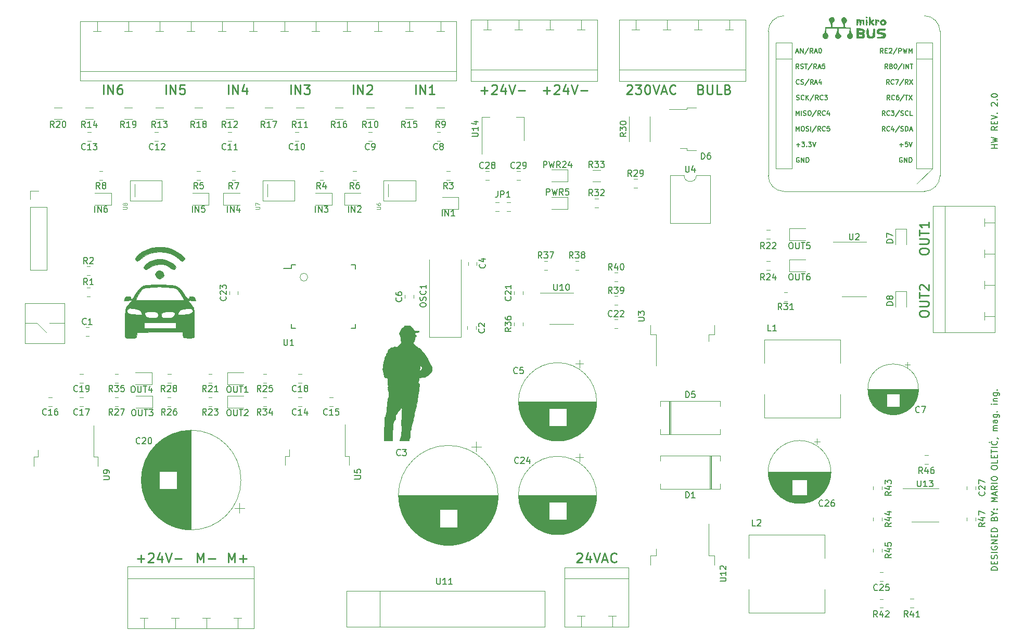
<source format=gbr>
G04 #@! TF.GenerationSoftware,KiCad,Pcbnew,(5.1.5)-3*
G04 #@! TF.CreationDate,2020-07-01T12:57:24+02:00*
G04 #@! TF.ProjectId,GarageDoorControl,47617261-6765-4446-9f6f-72436f6e7472,rev?*
G04 #@! TF.SameCoordinates,Original*
G04 #@! TF.FileFunction,Legend,Top*
G04 #@! TF.FilePolarity,Positive*
%FSLAX46Y46*%
G04 Gerber Fmt 4.6, Leading zero omitted, Abs format (unit mm)*
G04 Created by KiCad (PCBNEW (5.1.5)-3) date 2020-07-01 12:57:24*
%MOMM*%
%LPD*%
G04 APERTURE LIST*
%ADD10C,0.150000*%
%ADD11C,0.254000*%
%ADD12C,0.120000*%
%ADD13C,0.010000*%
%ADD14C,0.076200*%
G04 APERTURE END LIST*
D10*
X249372380Y-140396666D02*
X248372380Y-140396666D01*
X248372380Y-140158571D01*
X248420000Y-140015714D01*
X248515238Y-139920476D01*
X248610476Y-139872857D01*
X248800952Y-139825238D01*
X248943809Y-139825238D01*
X249134285Y-139872857D01*
X249229523Y-139920476D01*
X249324761Y-140015714D01*
X249372380Y-140158571D01*
X249372380Y-140396666D01*
X248848571Y-139396666D02*
X248848571Y-139063333D01*
X249372380Y-138920476D02*
X249372380Y-139396666D01*
X248372380Y-139396666D01*
X248372380Y-138920476D01*
X249324761Y-138539523D02*
X249372380Y-138396666D01*
X249372380Y-138158571D01*
X249324761Y-138063333D01*
X249277142Y-138015714D01*
X249181904Y-137968095D01*
X249086666Y-137968095D01*
X248991428Y-138015714D01*
X248943809Y-138063333D01*
X248896190Y-138158571D01*
X248848571Y-138349047D01*
X248800952Y-138444285D01*
X248753333Y-138491904D01*
X248658095Y-138539523D01*
X248562857Y-138539523D01*
X248467619Y-138491904D01*
X248420000Y-138444285D01*
X248372380Y-138349047D01*
X248372380Y-138110952D01*
X248420000Y-137968095D01*
X249372380Y-137539523D02*
X248372380Y-137539523D01*
X248420000Y-136539523D02*
X248372380Y-136634761D01*
X248372380Y-136777619D01*
X248420000Y-136920476D01*
X248515238Y-137015714D01*
X248610476Y-137063333D01*
X248800952Y-137110952D01*
X248943809Y-137110952D01*
X249134285Y-137063333D01*
X249229523Y-137015714D01*
X249324761Y-136920476D01*
X249372380Y-136777619D01*
X249372380Y-136682380D01*
X249324761Y-136539523D01*
X249277142Y-136491904D01*
X248943809Y-136491904D01*
X248943809Y-136682380D01*
X249372380Y-136063333D02*
X248372380Y-136063333D01*
X249372380Y-135491904D01*
X248372380Y-135491904D01*
X248848571Y-135015714D02*
X248848571Y-134682380D01*
X249372380Y-134539523D02*
X249372380Y-135015714D01*
X248372380Y-135015714D01*
X248372380Y-134539523D01*
X249372380Y-134110952D02*
X248372380Y-134110952D01*
X248372380Y-133872857D01*
X248420000Y-133730000D01*
X248515238Y-133634761D01*
X248610476Y-133587142D01*
X248800952Y-133539523D01*
X248943809Y-133539523D01*
X249134285Y-133587142D01*
X249229523Y-133634761D01*
X249324761Y-133730000D01*
X249372380Y-133872857D01*
X249372380Y-134110952D01*
X248848571Y-132015714D02*
X248896190Y-131872857D01*
X248943809Y-131825238D01*
X249039047Y-131777619D01*
X249181904Y-131777619D01*
X249277142Y-131825238D01*
X249324761Y-131872857D01*
X249372380Y-131968095D01*
X249372380Y-132349047D01*
X248372380Y-132349047D01*
X248372380Y-132015714D01*
X248420000Y-131920476D01*
X248467619Y-131872857D01*
X248562857Y-131825238D01*
X248658095Y-131825238D01*
X248753333Y-131872857D01*
X248800952Y-131920476D01*
X248848571Y-132015714D01*
X248848571Y-132349047D01*
X248896190Y-131158571D02*
X249372380Y-131158571D01*
X248372380Y-131491904D02*
X248896190Y-131158571D01*
X248372380Y-130825238D01*
X249277142Y-130491904D02*
X249324761Y-130444285D01*
X249372380Y-130491904D01*
X249324761Y-130539523D01*
X249277142Y-130491904D01*
X249372380Y-130491904D01*
X248753333Y-130491904D02*
X248800952Y-130444285D01*
X248848571Y-130491904D01*
X248800952Y-130539523D01*
X248753333Y-130491904D01*
X248848571Y-130491904D01*
X249372380Y-129253809D02*
X248372380Y-129253809D01*
X249086666Y-128920476D01*
X248372380Y-128587142D01*
X249372380Y-128587142D01*
X249086666Y-128158571D02*
X249086666Y-127682380D01*
X249372380Y-128253809D02*
X248372380Y-127920476D01*
X249372380Y-127587142D01*
X249372380Y-126682380D02*
X248896190Y-127015714D01*
X249372380Y-127253809D02*
X248372380Y-127253809D01*
X248372380Y-126872857D01*
X248420000Y-126777619D01*
X248467619Y-126730000D01*
X248562857Y-126682380D01*
X248705714Y-126682380D01*
X248800952Y-126730000D01*
X248848571Y-126777619D01*
X248896190Y-126872857D01*
X248896190Y-127253809D01*
X249372380Y-126253809D02*
X248372380Y-126253809D01*
X248372380Y-125587142D02*
X248372380Y-125396666D01*
X248420000Y-125301428D01*
X248515238Y-125206190D01*
X248705714Y-125158571D01*
X249039047Y-125158571D01*
X249229523Y-125206190D01*
X249324761Y-125301428D01*
X249372380Y-125396666D01*
X249372380Y-125587142D01*
X249324761Y-125682380D01*
X249229523Y-125777619D01*
X249039047Y-125825238D01*
X248705714Y-125825238D01*
X248515238Y-125777619D01*
X248420000Y-125682380D01*
X248372380Y-125587142D01*
X248372380Y-123777619D02*
X248372380Y-123587142D01*
X248420000Y-123491904D01*
X248515238Y-123396666D01*
X248705714Y-123349047D01*
X249039047Y-123349047D01*
X249229523Y-123396666D01*
X249324761Y-123491904D01*
X249372380Y-123587142D01*
X249372380Y-123777619D01*
X249324761Y-123872857D01*
X249229523Y-123968095D01*
X249039047Y-124015714D01*
X248705714Y-124015714D01*
X248515238Y-123968095D01*
X248420000Y-123872857D01*
X248372380Y-123777619D01*
X249372380Y-122444285D02*
X249372380Y-122920476D01*
X248372380Y-122920476D01*
X248848571Y-122110952D02*
X248848571Y-121777619D01*
X249372380Y-121634761D02*
X249372380Y-122110952D01*
X248372380Y-122110952D01*
X248372380Y-121634761D01*
X248372380Y-121349047D02*
X248372380Y-120777619D01*
X249372380Y-121063333D02*
X248372380Y-121063333D01*
X249372380Y-120444285D02*
X248372380Y-120444285D01*
X249277142Y-119396666D02*
X249324761Y-119444285D01*
X249372380Y-119587142D01*
X249372380Y-119682380D01*
X249324761Y-119825238D01*
X249229523Y-119920476D01*
X249134285Y-119968095D01*
X248943809Y-120015714D01*
X248800952Y-120015714D01*
X248610476Y-119968095D01*
X248515238Y-119920476D01*
X248420000Y-119825238D01*
X248372380Y-119682380D01*
X248372380Y-119587142D01*
X248420000Y-119444285D01*
X248467619Y-119396666D01*
X247991428Y-119539523D02*
X248134285Y-119682380D01*
X249324761Y-118920476D02*
X249372380Y-118920476D01*
X249467619Y-118968095D01*
X249515238Y-119015714D01*
X249372380Y-117730000D02*
X248705714Y-117730000D01*
X248800952Y-117730000D02*
X248753333Y-117682380D01*
X248705714Y-117587142D01*
X248705714Y-117444285D01*
X248753333Y-117349047D01*
X248848571Y-117301428D01*
X249372380Y-117301428D01*
X248848571Y-117301428D02*
X248753333Y-117253809D01*
X248705714Y-117158571D01*
X248705714Y-117015714D01*
X248753333Y-116920476D01*
X248848571Y-116872857D01*
X249372380Y-116872857D01*
X249372380Y-115968095D02*
X248848571Y-115968095D01*
X248753333Y-116015714D01*
X248705714Y-116110952D01*
X248705714Y-116301428D01*
X248753333Y-116396666D01*
X249324761Y-115968095D02*
X249372380Y-116063333D01*
X249372380Y-116301428D01*
X249324761Y-116396666D01*
X249229523Y-116444285D01*
X249134285Y-116444285D01*
X249039047Y-116396666D01*
X248991428Y-116301428D01*
X248991428Y-116063333D01*
X248943809Y-115968095D01*
X248705714Y-115063333D02*
X249515238Y-115063333D01*
X249610476Y-115110952D01*
X249658095Y-115158571D01*
X249705714Y-115253809D01*
X249705714Y-115396666D01*
X249658095Y-115491904D01*
X249324761Y-115063333D02*
X249372380Y-115158571D01*
X249372380Y-115349047D01*
X249324761Y-115444285D01*
X249277142Y-115491904D01*
X249181904Y-115539523D01*
X248896190Y-115539523D01*
X248800952Y-115491904D01*
X248753333Y-115444285D01*
X248705714Y-115349047D01*
X248705714Y-115158571D01*
X248753333Y-115063333D01*
X249277142Y-114587142D02*
X249324761Y-114539523D01*
X249372380Y-114587142D01*
X249324761Y-114634761D01*
X249277142Y-114587142D01*
X249372380Y-114587142D01*
X249372380Y-113349047D02*
X248705714Y-113349047D01*
X248372380Y-113349047D02*
X248420000Y-113396666D01*
X248467619Y-113349047D01*
X248420000Y-113301428D01*
X248372380Y-113349047D01*
X248467619Y-113349047D01*
X248705714Y-112872857D02*
X249372380Y-112872857D01*
X248800952Y-112872857D02*
X248753333Y-112825238D01*
X248705714Y-112730000D01*
X248705714Y-112587142D01*
X248753333Y-112491904D01*
X248848571Y-112444285D01*
X249372380Y-112444285D01*
X248705714Y-111539523D02*
X249515238Y-111539523D01*
X249610476Y-111587142D01*
X249658095Y-111634761D01*
X249705714Y-111730000D01*
X249705714Y-111872857D01*
X249658095Y-111968095D01*
X249324761Y-111539523D02*
X249372380Y-111634761D01*
X249372380Y-111825238D01*
X249324761Y-111920476D01*
X249277142Y-111968095D01*
X249181904Y-112015714D01*
X248896190Y-112015714D01*
X248800952Y-111968095D01*
X248753333Y-111920476D01*
X248705714Y-111825238D01*
X248705714Y-111634761D01*
X248753333Y-111539523D01*
X249277142Y-111063333D02*
X249324761Y-111015714D01*
X249372380Y-111063333D01*
X249324761Y-111110952D01*
X249277142Y-111063333D01*
X249372380Y-111063333D01*
X249372380Y-71738571D02*
X248372380Y-71738571D01*
X248848571Y-71738571D02*
X248848571Y-71167142D01*
X249372380Y-71167142D02*
X248372380Y-71167142D01*
X248372380Y-70786190D02*
X249372380Y-70548095D01*
X248658095Y-70357619D01*
X249372380Y-70167142D01*
X248372380Y-69929047D01*
X249372380Y-68214761D02*
X248896190Y-68548095D01*
X249372380Y-68786190D02*
X248372380Y-68786190D01*
X248372380Y-68405238D01*
X248420000Y-68310000D01*
X248467619Y-68262380D01*
X248562857Y-68214761D01*
X248705714Y-68214761D01*
X248800952Y-68262380D01*
X248848571Y-68310000D01*
X248896190Y-68405238D01*
X248896190Y-68786190D01*
X248848571Y-67786190D02*
X248848571Y-67452857D01*
X249372380Y-67310000D02*
X249372380Y-67786190D01*
X248372380Y-67786190D01*
X248372380Y-67310000D01*
X248372380Y-67024285D02*
X249372380Y-66690952D01*
X248372380Y-66357619D01*
X249277142Y-66024285D02*
X249324761Y-65976666D01*
X249372380Y-66024285D01*
X249324761Y-66071904D01*
X249277142Y-66024285D01*
X249372380Y-66024285D01*
X248467619Y-64833809D02*
X248420000Y-64786190D01*
X248372380Y-64690952D01*
X248372380Y-64452857D01*
X248420000Y-64357619D01*
X248467619Y-64310000D01*
X248562857Y-64262380D01*
X248658095Y-64262380D01*
X248800952Y-64310000D01*
X249372380Y-64881428D01*
X249372380Y-64262380D01*
X249277142Y-63833809D02*
X249324761Y-63786190D01*
X249372380Y-63833809D01*
X249324761Y-63881428D01*
X249277142Y-63833809D01*
X249372380Y-63833809D01*
X248372380Y-63167142D02*
X248372380Y-63071904D01*
X248420000Y-62976666D01*
X248467619Y-62929047D01*
X248562857Y-62881428D01*
X248753333Y-62833809D01*
X248991428Y-62833809D01*
X249181904Y-62881428D01*
X249277142Y-62929047D01*
X249324761Y-62976666D01*
X249372380Y-63071904D01*
X249372380Y-63167142D01*
X249324761Y-63262380D01*
X249277142Y-63310000D01*
X249181904Y-63357619D01*
X248991428Y-63405238D01*
X248753333Y-63405238D01*
X248562857Y-63357619D01*
X248467619Y-63310000D01*
X248420000Y-63262380D01*
X248372380Y-63167142D01*
D11*
X124278571Y-139119428D02*
X124278571Y-137595428D01*
X124786571Y-138684000D01*
X125294571Y-137595428D01*
X125294571Y-139119428D01*
X126020285Y-138538857D02*
X127181428Y-138538857D01*
X126600857Y-139119428D02*
X126600857Y-137958285D01*
X119198571Y-139119428D02*
X119198571Y-137595428D01*
X119706571Y-138684000D01*
X120214571Y-137595428D01*
X120214571Y-139119428D01*
X120940285Y-138538857D02*
X122101428Y-138538857D01*
X109401428Y-138538857D02*
X110562571Y-138538857D01*
X109982000Y-139119428D02*
X109982000Y-137958285D01*
X111215714Y-137740571D02*
X111288285Y-137668000D01*
X111433428Y-137595428D01*
X111796285Y-137595428D01*
X111941428Y-137668000D01*
X112014000Y-137740571D01*
X112086571Y-137885714D01*
X112086571Y-138030857D01*
X112014000Y-138248571D01*
X111143142Y-139119428D01*
X112086571Y-139119428D01*
X113392857Y-138103428D02*
X113392857Y-139119428D01*
X113030000Y-137522857D02*
X112667142Y-138611428D01*
X113610571Y-138611428D01*
X113973428Y-137595428D02*
X114481428Y-139119428D01*
X114989428Y-137595428D01*
X115497428Y-138538857D02*
X116658571Y-138538857D01*
X180920571Y-137740571D02*
X180993142Y-137668000D01*
X181138285Y-137595428D01*
X181501142Y-137595428D01*
X181646285Y-137668000D01*
X181718857Y-137740571D01*
X181791428Y-137885714D01*
X181791428Y-138030857D01*
X181718857Y-138248571D01*
X180848000Y-139119428D01*
X181791428Y-139119428D01*
X183097714Y-138103428D02*
X183097714Y-139119428D01*
X182734857Y-137522857D02*
X182372000Y-138611428D01*
X183315428Y-138611428D01*
X183678285Y-137595428D02*
X184186285Y-139119428D01*
X184694285Y-137595428D01*
X185129714Y-138684000D02*
X185855428Y-138684000D01*
X184984571Y-139119428D02*
X185492571Y-137595428D01*
X186000571Y-139119428D01*
X187379428Y-138974285D02*
X187306857Y-139046857D01*
X187089142Y-139119428D01*
X186944000Y-139119428D01*
X186726285Y-139046857D01*
X186581142Y-138901714D01*
X186508571Y-138756571D01*
X186436000Y-138466285D01*
X186436000Y-138248571D01*
X186508571Y-137958285D01*
X186581142Y-137813142D01*
X186726285Y-137668000D01*
X186944000Y-137595428D01*
X187089142Y-137595428D01*
X187306857Y-137668000D01*
X187379428Y-137740571D01*
X236655428Y-98769714D02*
X236655428Y-98479428D01*
X236728000Y-98334285D01*
X236873142Y-98189142D01*
X237163428Y-98116571D01*
X237671428Y-98116571D01*
X237961714Y-98189142D01*
X238106857Y-98334285D01*
X238179428Y-98479428D01*
X238179428Y-98769714D01*
X238106857Y-98914857D01*
X237961714Y-99060000D01*
X237671428Y-99132571D01*
X237163428Y-99132571D01*
X236873142Y-99060000D01*
X236728000Y-98914857D01*
X236655428Y-98769714D01*
X236655428Y-97463428D02*
X237889142Y-97463428D01*
X238034285Y-97390857D01*
X238106857Y-97318285D01*
X238179428Y-97173142D01*
X238179428Y-96882857D01*
X238106857Y-96737714D01*
X238034285Y-96665142D01*
X237889142Y-96592571D01*
X236655428Y-96592571D01*
X236655428Y-96084571D02*
X236655428Y-95213714D01*
X238179428Y-95649142D02*
X236655428Y-95649142D01*
X236800571Y-94778285D02*
X236728000Y-94705714D01*
X236655428Y-94560571D01*
X236655428Y-94197714D01*
X236728000Y-94052571D01*
X236800571Y-93980000D01*
X236945714Y-93907428D01*
X237090857Y-93907428D01*
X237308571Y-93980000D01*
X238179428Y-94850857D01*
X238179428Y-93907428D01*
X236655428Y-88609714D02*
X236655428Y-88319428D01*
X236728000Y-88174285D01*
X236873142Y-88029142D01*
X237163428Y-87956571D01*
X237671428Y-87956571D01*
X237961714Y-88029142D01*
X238106857Y-88174285D01*
X238179428Y-88319428D01*
X238179428Y-88609714D01*
X238106857Y-88754857D01*
X237961714Y-88900000D01*
X237671428Y-88972571D01*
X237163428Y-88972571D01*
X236873142Y-88900000D01*
X236728000Y-88754857D01*
X236655428Y-88609714D01*
X236655428Y-87303428D02*
X237889142Y-87303428D01*
X238034285Y-87230857D01*
X238106857Y-87158285D01*
X238179428Y-87013142D01*
X238179428Y-86722857D01*
X238106857Y-86577714D01*
X238034285Y-86505142D01*
X237889142Y-86432571D01*
X236655428Y-86432571D01*
X236655428Y-85924571D02*
X236655428Y-85053714D01*
X238179428Y-85489142D02*
X236655428Y-85489142D01*
X238179428Y-83747428D02*
X238179428Y-84618285D01*
X238179428Y-84182857D02*
X236655428Y-84182857D01*
X236873142Y-84328000D01*
X237018285Y-84473142D01*
X237090857Y-84618285D01*
X201131714Y-62121142D02*
X201349428Y-62193714D01*
X201422000Y-62266285D01*
X201494571Y-62411428D01*
X201494571Y-62629142D01*
X201422000Y-62774285D01*
X201349428Y-62846857D01*
X201204285Y-62919428D01*
X200623714Y-62919428D01*
X200623714Y-61395428D01*
X201131714Y-61395428D01*
X201276857Y-61468000D01*
X201349428Y-61540571D01*
X201422000Y-61685714D01*
X201422000Y-61830857D01*
X201349428Y-61976000D01*
X201276857Y-62048571D01*
X201131714Y-62121142D01*
X200623714Y-62121142D01*
X202147714Y-61395428D02*
X202147714Y-62629142D01*
X202220285Y-62774285D01*
X202292857Y-62846857D01*
X202438000Y-62919428D01*
X202728285Y-62919428D01*
X202873428Y-62846857D01*
X202946000Y-62774285D01*
X203018571Y-62629142D01*
X203018571Y-61395428D01*
X204470000Y-62919428D02*
X203744285Y-62919428D01*
X203744285Y-61395428D01*
X205486000Y-62121142D02*
X205703714Y-62193714D01*
X205776285Y-62266285D01*
X205848857Y-62411428D01*
X205848857Y-62629142D01*
X205776285Y-62774285D01*
X205703714Y-62846857D01*
X205558571Y-62919428D01*
X204978000Y-62919428D01*
X204978000Y-61395428D01*
X205486000Y-61395428D01*
X205631142Y-61468000D01*
X205703714Y-61540571D01*
X205776285Y-61685714D01*
X205776285Y-61830857D01*
X205703714Y-61976000D01*
X205631142Y-62048571D01*
X205486000Y-62121142D01*
X204978000Y-62121142D01*
X189084857Y-61540571D02*
X189157428Y-61468000D01*
X189302571Y-61395428D01*
X189665428Y-61395428D01*
X189810571Y-61468000D01*
X189883142Y-61540571D01*
X189955714Y-61685714D01*
X189955714Y-61830857D01*
X189883142Y-62048571D01*
X189012285Y-62919428D01*
X189955714Y-62919428D01*
X190463714Y-61395428D02*
X191407142Y-61395428D01*
X190899142Y-61976000D01*
X191116857Y-61976000D01*
X191262000Y-62048571D01*
X191334571Y-62121142D01*
X191407142Y-62266285D01*
X191407142Y-62629142D01*
X191334571Y-62774285D01*
X191262000Y-62846857D01*
X191116857Y-62919428D01*
X190681428Y-62919428D01*
X190536285Y-62846857D01*
X190463714Y-62774285D01*
X192350571Y-61395428D02*
X192495714Y-61395428D01*
X192640857Y-61468000D01*
X192713428Y-61540571D01*
X192786000Y-61685714D01*
X192858571Y-61976000D01*
X192858571Y-62338857D01*
X192786000Y-62629142D01*
X192713428Y-62774285D01*
X192640857Y-62846857D01*
X192495714Y-62919428D01*
X192350571Y-62919428D01*
X192205428Y-62846857D01*
X192132857Y-62774285D01*
X192060285Y-62629142D01*
X191987714Y-62338857D01*
X191987714Y-61976000D01*
X192060285Y-61685714D01*
X192132857Y-61540571D01*
X192205428Y-61468000D01*
X192350571Y-61395428D01*
X193294000Y-61395428D02*
X193802000Y-62919428D01*
X194310000Y-61395428D01*
X194745428Y-62484000D02*
X195471142Y-62484000D01*
X194600285Y-62919428D02*
X195108285Y-61395428D01*
X195616285Y-62919428D01*
X196995142Y-62774285D02*
X196922571Y-62846857D01*
X196704857Y-62919428D01*
X196559714Y-62919428D01*
X196342000Y-62846857D01*
X196196857Y-62701714D01*
X196124285Y-62556571D01*
X196051714Y-62266285D01*
X196051714Y-62048571D01*
X196124285Y-61758285D01*
X196196857Y-61613142D01*
X196342000Y-61468000D01*
X196559714Y-61395428D01*
X196704857Y-61395428D01*
X196922571Y-61468000D01*
X196995142Y-61540571D01*
X175441428Y-62338857D02*
X176602571Y-62338857D01*
X176022000Y-62919428D02*
X176022000Y-61758285D01*
X177255714Y-61540571D02*
X177328285Y-61468000D01*
X177473428Y-61395428D01*
X177836285Y-61395428D01*
X177981428Y-61468000D01*
X178054000Y-61540571D01*
X178126571Y-61685714D01*
X178126571Y-61830857D01*
X178054000Y-62048571D01*
X177183142Y-62919428D01*
X178126571Y-62919428D01*
X179432857Y-61903428D02*
X179432857Y-62919428D01*
X179070000Y-61322857D02*
X178707142Y-62411428D01*
X179650571Y-62411428D01*
X180013428Y-61395428D02*
X180521428Y-62919428D01*
X181029428Y-61395428D01*
X181537428Y-62338857D02*
X182698571Y-62338857D01*
X165281428Y-62338857D02*
X166442571Y-62338857D01*
X165862000Y-62919428D02*
X165862000Y-61758285D01*
X167095714Y-61540571D02*
X167168285Y-61468000D01*
X167313428Y-61395428D01*
X167676285Y-61395428D01*
X167821428Y-61468000D01*
X167894000Y-61540571D01*
X167966571Y-61685714D01*
X167966571Y-61830857D01*
X167894000Y-62048571D01*
X167023142Y-62919428D01*
X167966571Y-62919428D01*
X169272857Y-61903428D02*
X169272857Y-62919428D01*
X168910000Y-61322857D02*
X168547142Y-62411428D01*
X169490571Y-62411428D01*
X169853428Y-61395428D02*
X170361428Y-62919428D01*
X170869428Y-61395428D01*
X171377428Y-62338857D02*
X172538571Y-62338857D01*
X154686000Y-62919428D02*
X154686000Y-61395428D01*
X155411714Y-62919428D02*
X155411714Y-61395428D01*
X156282571Y-62919428D01*
X156282571Y-61395428D01*
X157806571Y-62919428D02*
X156935714Y-62919428D01*
X157371142Y-62919428D02*
X157371142Y-61395428D01*
X157226000Y-61613142D01*
X157080857Y-61758285D01*
X156935714Y-61830857D01*
X144526000Y-62919428D02*
X144526000Y-61395428D01*
X145251714Y-62919428D02*
X145251714Y-61395428D01*
X146122571Y-62919428D01*
X146122571Y-61395428D01*
X146775714Y-61540571D02*
X146848285Y-61468000D01*
X146993428Y-61395428D01*
X147356285Y-61395428D01*
X147501428Y-61468000D01*
X147574000Y-61540571D01*
X147646571Y-61685714D01*
X147646571Y-61830857D01*
X147574000Y-62048571D01*
X146703142Y-62919428D01*
X147646571Y-62919428D01*
X134366000Y-62919428D02*
X134366000Y-61395428D01*
X135091714Y-62919428D02*
X135091714Y-61395428D01*
X135962571Y-62919428D01*
X135962571Y-61395428D01*
X136543142Y-61395428D02*
X137486571Y-61395428D01*
X136978571Y-61976000D01*
X137196285Y-61976000D01*
X137341428Y-62048571D01*
X137414000Y-62121142D01*
X137486571Y-62266285D01*
X137486571Y-62629142D01*
X137414000Y-62774285D01*
X137341428Y-62846857D01*
X137196285Y-62919428D01*
X136760857Y-62919428D01*
X136615714Y-62846857D01*
X136543142Y-62774285D01*
X124206000Y-62919428D02*
X124206000Y-61395428D01*
X124931714Y-62919428D02*
X124931714Y-61395428D01*
X125802571Y-62919428D01*
X125802571Y-61395428D01*
X127181428Y-61903428D02*
X127181428Y-62919428D01*
X126818571Y-61322857D02*
X126455714Y-62411428D01*
X127399142Y-62411428D01*
X114046000Y-62919428D02*
X114046000Y-61395428D01*
X114771714Y-62919428D02*
X114771714Y-61395428D01*
X115642571Y-62919428D01*
X115642571Y-61395428D01*
X117094000Y-61395428D02*
X116368285Y-61395428D01*
X116295714Y-62121142D01*
X116368285Y-62048571D01*
X116513428Y-61976000D01*
X116876285Y-61976000D01*
X117021428Y-62048571D01*
X117094000Y-62121142D01*
X117166571Y-62266285D01*
X117166571Y-62629142D01*
X117094000Y-62774285D01*
X117021428Y-62846857D01*
X116876285Y-62919428D01*
X116513428Y-62919428D01*
X116368285Y-62846857D01*
X116295714Y-62774285D01*
X103886000Y-62919428D02*
X103886000Y-61395428D01*
X104611714Y-62919428D02*
X104611714Y-61395428D01*
X105482571Y-62919428D01*
X105482571Y-61395428D01*
X106861428Y-61395428D02*
X106571142Y-61395428D01*
X106426000Y-61468000D01*
X106353428Y-61540571D01*
X106208285Y-61758285D01*
X106135714Y-62048571D01*
X106135714Y-62629142D01*
X106208285Y-62774285D01*
X106280857Y-62846857D01*
X106426000Y-62919428D01*
X106716285Y-62919428D01*
X106861428Y-62846857D01*
X106934000Y-62774285D01*
X107006571Y-62629142D01*
X107006571Y-62266285D01*
X106934000Y-62121142D01*
X106861428Y-62048571D01*
X106716285Y-61976000D01*
X106426000Y-61976000D01*
X106280857Y-62048571D01*
X106208285Y-62121142D01*
X106135714Y-62266285D01*
D12*
X137160000Y-92710000D02*
G75*
G03X137160000Y-92710000I-635000J0D01*
G01*
D13*
G36*
X155541579Y-107866448D02*
G01*
X155524868Y-107883158D01*
X155508158Y-107866448D01*
X155524868Y-107849737D01*
X155541579Y-107866448D01*
G37*
X155541579Y-107866448D02*
X155524868Y-107883158D01*
X155508158Y-107866448D01*
X155524868Y-107849737D01*
X155541579Y-107866448D01*
G36*
X154689971Y-102326340D02*
G01*
X154684717Y-102351974D01*
X154660996Y-102395948D01*
X154652345Y-102402106D01*
X154640662Y-102374815D01*
X154639210Y-102351974D01*
X154656701Y-102307490D01*
X154671583Y-102301843D01*
X154689971Y-102326340D01*
G37*
X154689971Y-102326340D02*
X154684717Y-102351974D01*
X154660996Y-102395948D01*
X154652345Y-102402106D01*
X154640662Y-102374815D01*
X154639210Y-102351974D01*
X154656701Y-102307490D01*
X154671583Y-102301843D01*
X154689971Y-102326340D01*
G36*
X151353340Y-104021554D02*
G01*
X151330526Y-104036243D01*
X151261720Y-104063016D01*
X151180131Y-104083986D01*
X151079868Y-104103833D01*
X151180131Y-104056582D01*
X151254629Y-104026920D01*
X151318384Y-104009835D01*
X151356315Y-104007367D01*
X151353340Y-104021554D01*
G37*
X151353340Y-104021554D02*
X151330526Y-104036243D01*
X151261720Y-104063016D01*
X151180131Y-104083986D01*
X151079868Y-104103833D01*
X151180131Y-104056582D01*
X151254629Y-104026920D01*
X151318384Y-104009835D01*
X151356315Y-104007367D01*
X151353340Y-104021554D01*
G36*
X153563695Y-100593422D02*
G01*
X153674860Y-100629226D01*
X153843524Y-100715961D01*
X154019979Y-100846408D01*
X154184341Y-101003439D01*
X154316726Y-101169923D01*
X154334176Y-101197210D01*
X154400891Y-101294043D01*
X154465109Y-101368563D01*
X154498962Y-101395961D01*
X154562676Y-101413312D01*
X154670671Y-101427044D01*
X154800387Y-101434356D01*
X154809646Y-101434554D01*
X154998899Y-101441318D01*
X155128688Y-101454124D01*
X155206223Y-101474320D01*
X155238719Y-101503258D01*
X155240789Y-101515259D01*
X155209825Y-101576944D01*
X155126226Y-101626671D01*
X155003938Y-101658424D01*
X154889525Y-101666842D01*
X154769760Y-101672681D01*
X154690814Y-101695371D01*
X154627286Y-101742671D01*
X154620981Y-101748876D01*
X154565161Y-101817201D01*
X154539185Y-101873641D01*
X154538947Y-101877425D01*
X154563595Y-101973145D01*
X154624142Y-102074220D01*
X154700496Y-102149501D01*
X154722467Y-102161943D01*
X154785187Y-102197851D01*
X154799504Y-102240929D01*
X154773660Y-102316770D01*
X154772895Y-102318553D01*
X154751010Y-102363352D01*
X154743403Y-102345720D01*
X154741823Y-102309371D01*
X154716019Y-102245319D01*
X154656468Y-102200482D01*
X154583263Y-102179234D01*
X154516498Y-102185948D01*
X154476267Y-102224999D01*
X154472105Y-102250662D01*
X154489829Y-102295807D01*
X154505526Y-102301843D01*
X154537062Y-102275734D01*
X154538947Y-102262851D01*
X154552080Y-102240071D01*
X154560420Y-102245333D01*
X154560445Y-102284860D01*
X154542271Y-102314549D01*
X154519574Y-102374251D01*
X154523321Y-102445508D01*
X154547462Y-102503666D01*
X154585948Y-102524072D01*
X154593202Y-102522122D01*
X154631747Y-102514759D01*
X154630849Y-102542592D01*
X154589602Y-102613770D01*
X154581654Y-102625984D01*
X154542628Y-102720638D01*
X154533960Y-102807849D01*
X154522761Y-102906407D01*
X154491253Y-102976925D01*
X154450315Y-103069757D01*
X154438684Y-103143805D01*
X154410135Y-103238181D01*
X154338421Y-103309759D01*
X154272321Y-103372079D01*
X154239087Y-103429748D01*
X154238158Y-103437759D01*
X154266360Y-103515873D01*
X154333565Y-103565747D01*
X154368785Y-103571843D01*
X154416825Y-103594181D01*
X154493405Y-103652614D01*
X154577904Y-103730593D01*
X154723923Y-103874649D01*
X154839513Y-103982006D01*
X154940034Y-104064660D01*
X155040849Y-104134607D01*
X155157319Y-104203841D01*
X155247557Y-104253527D01*
X155411135Y-104348611D01*
X155523652Y-104430824D01*
X155597129Y-104509388D01*
X155613918Y-104534539D01*
X155683481Y-104634631D01*
X155772663Y-104745896D01*
X155813320Y-104791711D01*
X155921026Y-104912142D01*
X156016888Y-105026970D01*
X156091495Y-105124174D01*
X156135432Y-105191734D01*
X156143158Y-105212907D01*
X156163611Y-105252127D01*
X156215659Y-105320914D01*
X156251776Y-105363308D01*
X156335854Y-105474256D01*
X156438018Y-105634297D01*
X156551192Y-105830598D01*
X156668297Y-106050328D01*
X156782259Y-106280655D01*
X156886000Y-106508746D01*
X156894969Y-106529606D01*
X156939282Y-106617379D01*
X157009602Y-106739426D01*
X157093816Y-106875115D01*
X157133841Y-106936368D01*
X157234775Y-107098213D01*
X157299861Y-107230634D01*
X157338256Y-107353626D01*
X157348126Y-107404263D01*
X157366167Y-107644324D01*
X157343322Y-107878249D01*
X157282200Y-108082438D01*
X157270276Y-108108258D01*
X157211428Y-108194965D01*
X157112590Y-108306498D01*
X156988369Y-108429119D01*
X156853369Y-108549090D01*
X156722196Y-108652672D01*
X156619112Y-108720741D01*
X156446125Y-108822488D01*
X156333522Y-108896254D01*
X156281060Y-108942205D01*
X156276842Y-108952310D01*
X156253659Y-108979544D01*
X156181099Y-108999814D01*
X156054648Y-109013654D01*
X155869790Y-109021597D01*
X155669314Y-109024092D01*
X155473557Y-109026712D01*
X155337057Y-109035093D01*
X155252280Y-109052344D01*
X155211695Y-109081575D01*
X155207766Y-109125894D01*
X155232963Y-109188409D01*
X155239760Y-109201367D01*
X155264127Y-109280753D01*
X155241380Y-109352582D01*
X155209708Y-109423958D01*
X155168492Y-109532557D01*
X155136082Y-109626636D01*
X155070439Y-109826596D01*
X155187146Y-109955778D01*
X155291901Y-110105048D01*
X155330426Y-110248270D01*
X155302944Y-110386618D01*
X155277698Y-110434225D01*
X155221330Y-110584843D01*
X155210149Y-110775129D01*
X155239129Y-110970958D01*
X155252399Y-111078953D01*
X155228339Y-111173538D01*
X155204910Y-111221121D01*
X155155477Y-111366438D01*
X155140526Y-111518276D01*
X155130582Y-111647594D01*
X155105417Y-111771165D01*
X155090395Y-111815287D01*
X155058457Y-111927352D01*
X155041203Y-112057229D01*
X155040217Y-112089937D01*
X155034160Y-112197621D01*
X155018159Y-112342919D01*
X154995402Y-112497907D01*
X154990131Y-112528685D01*
X154966413Y-112681387D01*
X154948762Y-112829409D01*
X154940350Y-112945247D01*
X154940053Y-112963158D01*
X154928632Y-113079180D01*
X154896234Y-113246250D01*
X154845594Y-113452923D01*
X154779446Y-113687751D01*
X154724493Y-113865527D01*
X154691771Y-113985562D01*
X154659640Y-114131746D01*
X154643365Y-114221998D01*
X154617158Y-114350321D01*
X154583942Y-114466254D01*
X154559914Y-114525717D01*
X154531595Y-114611857D01*
X154510124Y-114734650D01*
X154501708Y-114837666D01*
X154486791Y-114994680D01*
X154456993Y-115163390D01*
X154434519Y-115252500D01*
X154397655Y-115393300D01*
X154360557Y-115561428D01*
X154334164Y-115703685D01*
X154304997Y-115848788D01*
X154261063Y-116027799D01*
X154209762Y-116211566D01*
X154184067Y-116294860D01*
X154135866Y-116450807D01*
X154093873Y-116596989D01*
X154063755Y-116713146D01*
X154053261Y-116762755D01*
X154026827Y-116879585D01*
X153988854Y-117006896D01*
X153980169Y-117031675D01*
X153944342Y-117217355D01*
X153950468Y-117309556D01*
X153956753Y-117418643D01*
X153927722Y-117504661D01*
X153901203Y-117545696D01*
X153871517Y-117594496D01*
X153850819Y-117651910D01*
X153837149Y-117731226D01*
X153828546Y-117845730D01*
X153823048Y-118008707D01*
X153821355Y-118086631D01*
X153816731Y-118255177D01*
X153810338Y-118402027D01*
X153802965Y-118512931D01*
X153795401Y-118573637D01*
X153794169Y-118577895D01*
X153778847Y-118641692D01*
X153763355Y-118738825D01*
X153759640Y-118768910D01*
X153731336Y-118883605D01*
X153682127Y-118986457D01*
X153671015Y-119001959D01*
X153619349Y-119094940D01*
X153617686Y-119195965D01*
X153619062Y-119203642D01*
X153639608Y-119313158D01*
X152091415Y-119313158D01*
X152114543Y-119237961D01*
X152135918Y-119157994D01*
X152161157Y-119049784D01*
X152168648Y-119014917D01*
X152200332Y-118909061D01*
X152242089Y-118823228D01*
X152255938Y-118804844D01*
X152282495Y-118759296D01*
X152302716Y-118682435D01*
X152318423Y-118563396D01*
X152331434Y-118391313D01*
X152334718Y-118334401D01*
X152347051Y-118164351D01*
X152363715Y-118008450D01*
X152382465Y-117884634D01*
X152399906Y-117813737D01*
X152419946Y-117733737D01*
X152427713Y-117623283D01*
X152423659Y-117468821D01*
X152415470Y-117345842D01*
X152398875Y-117043841D01*
X152390627Y-116688624D01*
X152390900Y-116293317D01*
X152396998Y-115971053D01*
X152399155Y-115850875D01*
X152400805Y-115681707D01*
X152401842Y-115481397D01*
X152402161Y-115267795D01*
X152401957Y-115138780D01*
X152403000Y-114946733D01*
X152406935Y-114777119D01*
X152413251Y-114641583D01*
X152421436Y-114551768D01*
X152429116Y-114520491D01*
X152449708Y-114467957D01*
X152470309Y-114374548D01*
X152479673Y-114312758D01*
X152488193Y-114198442D01*
X152474816Y-114122836D01*
X152439194Y-114064883D01*
X152376837Y-114012670D01*
X152314353Y-114016752D01*
X152245696Y-114079957D01*
X152174161Y-114188809D01*
X152096617Y-114307623D01*
X152000167Y-114435880D01*
X151947150Y-114498908D01*
X151863341Y-114596557D01*
X151790345Y-114687615D01*
X151756239Y-114734474D01*
X151708806Y-114803765D01*
X151637653Y-114905416D01*
X151558105Y-115017536D01*
X151557378Y-115018553D01*
X151489933Y-115115113D01*
X151447754Y-115189098D01*
X151424744Y-115261679D01*
X151414802Y-115354023D01*
X151411830Y-115487300D01*
X151411500Y-115524889D01*
X151408921Y-115830698D01*
X151271970Y-115986282D01*
X151177857Y-116106178D01*
X151110681Y-116228050D01*
X151066430Y-116366390D01*
X151041089Y-116535690D01*
X151030646Y-116750444D01*
X151029737Y-116861034D01*
X151023959Y-117100017D01*
X151007453Y-117303424D01*
X150981460Y-117456355D01*
X150979477Y-117464173D01*
X150958861Y-117576642D01*
X150941198Y-117745774D01*
X150926289Y-117974355D01*
X150913937Y-118265171D01*
X150907286Y-118485146D01*
X150885355Y-119313158D01*
X149584449Y-119313158D01*
X149595003Y-118318882D01*
X149596832Y-118063519D01*
X149596854Y-117826453D01*
X149595202Y-117616884D01*
X149592004Y-117444015D01*
X149587391Y-117317045D01*
X149581493Y-117245177D01*
X149579664Y-117236297D01*
X149577725Y-117122934D01*
X149609763Y-117039712D01*
X149649069Y-116910471D01*
X149641807Y-116810520D01*
X149629638Y-116720089D01*
X149620162Y-116594854D01*
X149613648Y-116450538D01*
X149610367Y-116302860D01*
X149610587Y-116167542D01*
X149614579Y-116060304D01*
X149622610Y-115996867D01*
X149627691Y-115986751D01*
X149638586Y-115947759D01*
X149640579Y-115863358D01*
X149636034Y-115786466D01*
X149630502Y-115670399D01*
X149644127Y-115590797D01*
X149683791Y-115518422D01*
X149706368Y-115487721D01*
X149761899Y-115392868D01*
X149791600Y-115299182D01*
X149793158Y-115279301D01*
X149809163Y-115188165D01*
X149848768Y-115082258D01*
X149860000Y-115059956D01*
X149903830Y-114949795D01*
X149926129Y-114838222D01*
X149926842Y-114820120D01*
X149935689Y-114736832D01*
X149957287Y-114686638D01*
X149960263Y-114684343D01*
X149974555Y-114643751D01*
X149985684Y-114550498D01*
X149992354Y-114418741D01*
X149993684Y-114319300D01*
X149996971Y-114151553D01*
X150005786Y-113987969D01*
X150018560Y-113853434D01*
X150026212Y-113803395D01*
X150042254Y-113686634D01*
X150055308Y-113532607D01*
X150062987Y-113370884D01*
X150063683Y-113339294D01*
X150069750Y-113195504D01*
X150081577Y-113068643D01*
X150096956Y-112980157D01*
X150102384Y-112963158D01*
X150122449Y-112882855D01*
X150137528Y-112766916D01*
X150142493Y-112687591D01*
X150156407Y-112548782D01*
X150190642Y-112455697D01*
X150217077Y-112420223D01*
X150266988Y-112333908D01*
X150308317Y-112207914D01*
X150335902Y-112067800D01*
X150344576Y-111939126D01*
X150331614Y-111853335D01*
X150317410Y-111746335D01*
X150334063Y-111612372D01*
X150349312Y-111523733D01*
X150347335Y-111451484D01*
X150323528Y-111372059D01*
X150273290Y-111261889D01*
X150260531Y-111235849D01*
X150205471Y-111119006D01*
X150178706Y-111042770D01*
X150176438Y-110989116D01*
X150194865Y-110940019D01*
X150197224Y-110935553D01*
X150222526Y-110864643D01*
X150204586Y-110830393D01*
X150184842Y-110784367D01*
X150188739Y-110682507D01*
X150196423Y-110627850D01*
X150207701Y-110476158D01*
X150202061Y-110294401D01*
X150191784Y-110193376D01*
X150179617Y-110046746D01*
X150174213Y-109862649D01*
X150176100Y-109670168D01*
X150180508Y-109570047D01*
X150189526Y-109394661D01*
X150188328Y-109274226D01*
X150171350Y-109197012D01*
X150133025Y-109151290D01*
X150067788Y-109125330D01*
X149970072Y-109107403D01*
X149960263Y-109105900D01*
X149790737Y-109057499D01*
X149665489Y-108967218D01*
X149578889Y-108828791D01*
X149525309Y-108635951D01*
X149522351Y-108618421D01*
X149497196Y-108488106D01*
X149466098Y-108357449D01*
X149459729Y-108334343D01*
X149391186Y-108066974D01*
X155347568Y-108066974D01*
X155351180Y-108124051D01*
X155361643Y-108129077D01*
X155362975Y-108126097D01*
X155369586Y-108059750D01*
X155364213Y-108025834D01*
X155353575Y-108012205D01*
X155347788Y-108056595D01*
X155347568Y-108066974D01*
X149391186Y-108066974D01*
X149390556Y-108064519D01*
X149352073Y-107841954D01*
X149346318Y-107724518D01*
X155358826Y-107724518D01*
X155361428Y-107819126D01*
X155372715Y-107868460D01*
X155393748Y-107883141D01*
X155394743Y-107883158D01*
X155435489Y-107911704D01*
X155461710Y-107969490D01*
X155475320Y-108009250D01*
X155492777Y-108011660D01*
X155521164Y-107969337D01*
X155567564Y-107874896D01*
X155581932Y-107844161D01*
X155610681Y-107782895D01*
X155708684Y-107782895D01*
X155715424Y-107836017D01*
X155740624Y-107830677D01*
X155748789Y-107823000D01*
X155771686Y-107777521D01*
X155748789Y-107742790D01*
X155718859Y-107726339D01*
X155708928Y-107766809D01*
X155708684Y-107782895D01*
X155610681Y-107782895D01*
X155639370Y-107721761D01*
X155692128Y-107610958D01*
X155726023Y-107541339D01*
X155751038Y-107465355D01*
X155739057Y-107430090D01*
X155706646Y-107389947D01*
X155661114Y-107310728D01*
X155637096Y-107262238D01*
X155583458Y-107166628D01*
X155531641Y-107122313D01*
X155488403Y-107114474D01*
X155446954Y-107119246D01*
X155417432Y-107140416D01*
X155397051Y-107188260D01*
X155383024Y-107273059D01*
X155372567Y-107405090D01*
X155363848Y-107574014D01*
X155358826Y-107724518D01*
X149346318Y-107724518D01*
X149342923Y-107655244D01*
X149360501Y-107499039D01*
X149382004Y-107370930D01*
X149403567Y-107205752D01*
X149421449Y-107033172D01*
X149425818Y-106980790D01*
X149446169Y-106799183D01*
X149478025Y-106603090D01*
X149515270Y-106428972D01*
X149523940Y-106395921D01*
X149565905Y-106240541D01*
X149586505Y-106161974D01*
X153597583Y-106161974D01*
X153657708Y-106270593D01*
X153705653Y-106351746D01*
X153730182Y-106377335D01*
X153736099Y-106354145D01*
X153716237Y-106313306D01*
X153669178Y-106248831D01*
X153666469Y-106245527D01*
X153597583Y-106161974D01*
X149586505Y-106161974D01*
X149607434Y-106082157D01*
X149640059Y-105953108D01*
X149642099Y-105944737D01*
X149687465Y-105774482D01*
X149730208Y-105645204D01*
X149767079Y-105565661D01*
X149790962Y-105543685D01*
X149808167Y-105530915D01*
X149836480Y-105488013D01*
X149879515Y-105408085D01*
X149940885Y-105284239D01*
X150024206Y-105109582D01*
X150073085Y-105005617D01*
X150120576Y-104891925D01*
X150152907Y-104790972D01*
X150161974Y-104738248D01*
X150180901Y-104639974D01*
X150240393Y-104540808D01*
X150349045Y-104427344D01*
X150378026Y-104401229D01*
X150384750Y-104396160D01*
X150498839Y-104396160D01*
X150511743Y-104397202D01*
X150556349Y-104375144D01*
X150607000Y-104339270D01*
X150614040Y-104314742D01*
X150578990Y-104320101D01*
X150535980Y-104354775D01*
X150498839Y-104396160D01*
X150384750Y-104396160D01*
X150485005Y-104320593D01*
X150613041Y-104244161D01*
X150741392Y-104182454D01*
X150849315Y-104145996D01*
X150891946Y-104140512D01*
X150927539Y-104145998D01*
X150901637Y-104169174D01*
X150897020Y-104172116D01*
X150859029Y-104207419D01*
X150873868Y-104225309D01*
X150929303Y-104223688D01*
X151013101Y-104200459D01*
X151028275Y-104194616D01*
X151141759Y-104159424D01*
X151281117Y-104129709D01*
X151355516Y-104118950D01*
X151482082Y-104097771D01*
X151597184Y-104067072D01*
X151648026Y-104046853D01*
X151757131Y-103983897D01*
X151856861Y-103912697D01*
X151928563Y-103848506D01*
X152007709Y-103848506D01*
X152013858Y-103869720D01*
X152046917Y-103904022D01*
X152063602Y-103873545D01*
X152065789Y-103832527D01*
X152057601Y-103784040D01*
X152029372Y-103795423D01*
X152028596Y-103796194D01*
X152007709Y-103848506D01*
X151928563Y-103848506D01*
X151931416Y-103845952D01*
X151964994Y-103796364D01*
X151965526Y-103791669D01*
X151992249Y-103735395D01*
X152062847Y-103658870D01*
X152086846Y-103638685D01*
X154154605Y-103638685D01*
X154157255Y-103669482D01*
X154169343Y-103672106D01*
X154203377Y-103647845D01*
X154204737Y-103638685D01*
X154193334Y-103606132D01*
X154189999Y-103605264D01*
X154161465Y-103628683D01*
X154154605Y-103638685D01*
X152086846Y-103638685D01*
X152162968Y-103574662D01*
X152278257Y-103495340D01*
X152350930Y-103454192D01*
X152436736Y-103406870D01*
X152462781Y-103383142D01*
X152431101Y-103381124D01*
X152429656Y-103381325D01*
X152387430Y-103385039D01*
X152360640Y-103373174D01*
X152344431Y-103333172D01*
X152333951Y-103252469D01*
X152324346Y-103118506D01*
X152323579Y-103106791D01*
X152310527Y-102961828D01*
X152292504Y-102831385D01*
X152272856Y-102738440D01*
X152267616Y-102722519D01*
X152248385Y-102632851D01*
X152262678Y-102592901D01*
X152278403Y-102570127D01*
X152277221Y-102537296D01*
X152254574Y-102479674D01*
X152205902Y-102382529D01*
X152185410Y-102343219D01*
X152152429Y-102253537D01*
X152150108Y-102222054D01*
X152177541Y-102222054D01*
X152182763Y-102235000D01*
X152212795Y-102266884D01*
X152218156Y-102268421D01*
X152232511Y-102242564D01*
X152232895Y-102235000D01*
X152207202Y-102202864D01*
X152197501Y-102201579D01*
X152177541Y-102222054D01*
X152150108Y-102222054D01*
X152146832Y-102177640D01*
X152148636Y-102170383D01*
X152139428Y-102093275D01*
X152095888Y-102038552D01*
X152051372Y-101985564D01*
X152035788Y-101922635D01*
X152043084Y-101823331D01*
X152044394Y-101813608D01*
X152080314Y-101672140D01*
X152147917Y-101502410D01*
X152236160Y-101327557D01*
X152333998Y-101170722D01*
X152380476Y-101109427D01*
X152456724Y-101033483D01*
X152568445Y-100941973D01*
X152693348Y-100852961D01*
X152711575Y-100841113D01*
X152828566Y-100762370D01*
X152892341Y-100708951D01*
X152908868Y-100675116D01*
X152898204Y-100661581D01*
X152872364Y-100641609D01*
X152883656Y-100629473D01*
X152943632Y-100619813D01*
X153001579Y-100613612D01*
X153080178Y-100605387D01*
X153196016Y-100593073D01*
X153289017Y-100583100D01*
X153437807Y-100575513D01*
X153563695Y-100593422D01*
G37*
X153563695Y-100593422D02*
X153674860Y-100629226D01*
X153843524Y-100715961D01*
X154019979Y-100846408D01*
X154184341Y-101003439D01*
X154316726Y-101169923D01*
X154334176Y-101197210D01*
X154400891Y-101294043D01*
X154465109Y-101368563D01*
X154498962Y-101395961D01*
X154562676Y-101413312D01*
X154670671Y-101427044D01*
X154800387Y-101434356D01*
X154809646Y-101434554D01*
X154998899Y-101441318D01*
X155128688Y-101454124D01*
X155206223Y-101474320D01*
X155238719Y-101503258D01*
X155240789Y-101515259D01*
X155209825Y-101576944D01*
X155126226Y-101626671D01*
X155003938Y-101658424D01*
X154889525Y-101666842D01*
X154769760Y-101672681D01*
X154690814Y-101695371D01*
X154627286Y-101742671D01*
X154620981Y-101748876D01*
X154565161Y-101817201D01*
X154539185Y-101873641D01*
X154538947Y-101877425D01*
X154563595Y-101973145D01*
X154624142Y-102074220D01*
X154700496Y-102149501D01*
X154722467Y-102161943D01*
X154785187Y-102197851D01*
X154799504Y-102240929D01*
X154773660Y-102316770D01*
X154772895Y-102318553D01*
X154751010Y-102363352D01*
X154743403Y-102345720D01*
X154741823Y-102309371D01*
X154716019Y-102245319D01*
X154656468Y-102200482D01*
X154583263Y-102179234D01*
X154516498Y-102185948D01*
X154476267Y-102224999D01*
X154472105Y-102250662D01*
X154489829Y-102295807D01*
X154505526Y-102301843D01*
X154537062Y-102275734D01*
X154538947Y-102262851D01*
X154552080Y-102240071D01*
X154560420Y-102245333D01*
X154560445Y-102284860D01*
X154542271Y-102314549D01*
X154519574Y-102374251D01*
X154523321Y-102445508D01*
X154547462Y-102503666D01*
X154585948Y-102524072D01*
X154593202Y-102522122D01*
X154631747Y-102514759D01*
X154630849Y-102542592D01*
X154589602Y-102613770D01*
X154581654Y-102625984D01*
X154542628Y-102720638D01*
X154533960Y-102807849D01*
X154522761Y-102906407D01*
X154491253Y-102976925D01*
X154450315Y-103069757D01*
X154438684Y-103143805D01*
X154410135Y-103238181D01*
X154338421Y-103309759D01*
X154272321Y-103372079D01*
X154239087Y-103429748D01*
X154238158Y-103437759D01*
X154266360Y-103515873D01*
X154333565Y-103565747D01*
X154368785Y-103571843D01*
X154416825Y-103594181D01*
X154493405Y-103652614D01*
X154577904Y-103730593D01*
X154723923Y-103874649D01*
X154839513Y-103982006D01*
X154940034Y-104064660D01*
X155040849Y-104134607D01*
X155157319Y-104203841D01*
X155247557Y-104253527D01*
X155411135Y-104348611D01*
X155523652Y-104430824D01*
X155597129Y-104509388D01*
X155613918Y-104534539D01*
X155683481Y-104634631D01*
X155772663Y-104745896D01*
X155813320Y-104791711D01*
X155921026Y-104912142D01*
X156016888Y-105026970D01*
X156091495Y-105124174D01*
X156135432Y-105191734D01*
X156143158Y-105212907D01*
X156163611Y-105252127D01*
X156215659Y-105320914D01*
X156251776Y-105363308D01*
X156335854Y-105474256D01*
X156438018Y-105634297D01*
X156551192Y-105830598D01*
X156668297Y-106050328D01*
X156782259Y-106280655D01*
X156886000Y-106508746D01*
X156894969Y-106529606D01*
X156939282Y-106617379D01*
X157009602Y-106739426D01*
X157093816Y-106875115D01*
X157133841Y-106936368D01*
X157234775Y-107098213D01*
X157299861Y-107230634D01*
X157338256Y-107353626D01*
X157348126Y-107404263D01*
X157366167Y-107644324D01*
X157343322Y-107878249D01*
X157282200Y-108082438D01*
X157270276Y-108108258D01*
X157211428Y-108194965D01*
X157112590Y-108306498D01*
X156988369Y-108429119D01*
X156853369Y-108549090D01*
X156722196Y-108652672D01*
X156619112Y-108720741D01*
X156446125Y-108822488D01*
X156333522Y-108896254D01*
X156281060Y-108942205D01*
X156276842Y-108952310D01*
X156253659Y-108979544D01*
X156181099Y-108999814D01*
X156054648Y-109013654D01*
X155869790Y-109021597D01*
X155669314Y-109024092D01*
X155473557Y-109026712D01*
X155337057Y-109035093D01*
X155252280Y-109052344D01*
X155211695Y-109081575D01*
X155207766Y-109125894D01*
X155232963Y-109188409D01*
X155239760Y-109201367D01*
X155264127Y-109280753D01*
X155241380Y-109352582D01*
X155209708Y-109423958D01*
X155168492Y-109532557D01*
X155136082Y-109626636D01*
X155070439Y-109826596D01*
X155187146Y-109955778D01*
X155291901Y-110105048D01*
X155330426Y-110248270D01*
X155302944Y-110386618D01*
X155277698Y-110434225D01*
X155221330Y-110584843D01*
X155210149Y-110775129D01*
X155239129Y-110970958D01*
X155252399Y-111078953D01*
X155228339Y-111173538D01*
X155204910Y-111221121D01*
X155155477Y-111366438D01*
X155140526Y-111518276D01*
X155130582Y-111647594D01*
X155105417Y-111771165D01*
X155090395Y-111815287D01*
X155058457Y-111927352D01*
X155041203Y-112057229D01*
X155040217Y-112089937D01*
X155034160Y-112197621D01*
X155018159Y-112342919D01*
X154995402Y-112497907D01*
X154990131Y-112528685D01*
X154966413Y-112681387D01*
X154948762Y-112829409D01*
X154940350Y-112945247D01*
X154940053Y-112963158D01*
X154928632Y-113079180D01*
X154896234Y-113246250D01*
X154845594Y-113452923D01*
X154779446Y-113687751D01*
X154724493Y-113865527D01*
X154691771Y-113985562D01*
X154659640Y-114131746D01*
X154643365Y-114221998D01*
X154617158Y-114350321D01*
X154583942Y-114466254D01*
X154559914Y-114525717D01*
X154531595Y-114611857D01*
X154510124Y-114734650D01*
X154501708Y-114837666D01*
X154486791Y-114994680D01*
X154456993Y-115163390D01*
X154434519Y-115252500D01*
X154397655Y-115393300D01*
X154360557Y-115561428D01*
X154334164Y-115703685D01*
X154304997Y-115848788D01*
X154261063Y-116027799D01*
X154209762Y-116211566D01*
X154184067Y-116294860D01*
X154135866Y-116450807D01*
X154093873Y-116596989D01*
X154063755Y-116713146D01*
X154053261Y-116762755D01*
X154026827Y-116879585D01*
X153988854Y-117006896D01*
X153980169Y-117031675D01*
X153944342Y-117217355D01*
X153950468Y-117309556D01*
X153956753Y-117418643D01*
X153927722Y-117504661D01*
X153901203Y-117545696D01*
X153871517Y-117594496D01*
X153850819Y-117651910D01*
X153837149Y-117731226D01*
X153828546Y-117845730D01*
X153823048Y-118008707D01*
X153821355Y-118086631D01*
X153816731Y-118255177D01*
X153810338Y-118402027D01*
X153802965Y-118512931D01*
X153795401Y-118573637D01*
X153794169Y-118577895D01*
X153778847Y-118641692D01*
X153763355Y-118738825D01*
X153759640Y-118768910D01*
X153731336Y-118883605D01*
X153682127Y-118986457D01*
X153671015Y-119001959D01*
X153619349Y-119094940D01*
X153617686Y-119195965D01*
X153619062Y-119203642D01*
X153639608Y-119313158D01*
X152091415Y-119313158D01*
X152114543Y-119237961D01*
X152135918Y-119157994D01*
X152161157Y-119049784D01*
X152168648Y-119014917D01*
X152200332Y-118909061D01*
X152242089Y-118823228D01*
X152255938Y-118804844D01*
X152282495Y-118759296D01*
X152302716Y-118682435D01*
X152318423Y-118563396D01*
X152331434Y-118391313D01*
X152334718Y-118334401D01*
X152347051Y-118164351D01*
X152363715Y-118008450D01*
X152382465Y-117884634D01*
X152399906Y-117813737D01*
X152419946Y-117733737D01*
X152427713Y-117623283D01*
X152423659Y-117468821D01*
X152415470Y-117345842D01*
X152398875Y-117043841D01*
X152390627Y-116688624D01*
X152390900Y-116293317D01*
X152396998Y-115971053D01*
X152399155Y-115850875D01*
X152400805Y-115681707D01*
X152401842Y-115481397D01*
X152402161Y-115267795D01*
X152401957Y-115138780D01*
X152403000Y-114946733D01*
X152406935Y-114777119D01*
X152413251Y-114641583D01*
X152421436Y-114551768D01*
X152429116Y-114520491D01*
X152449708Y-114467957D01*
X152470309Y-114374548D01*
X152479673Y-114312758D01*
X152488193Y-114198442D01*
X152474816Y-114122836D01*
X152439194Y-114064883D01*
X152376837Y-114012670D01*
X152314353Y-114016752D01*
X152245696Y-114079957D01*
X152174161Y-114188809D01*
X152096617Y-114307623D01*
X152000167Y-114435880D01*
X151947150Y-114498908D01*
X151863341Y-114596557D01*
X151790345Y-114687615D01*
X151756239Y-114734474D01*
X151708806Y-114803765D01*
X151637653Y-114905416D01*
X151558105Y-115017536D01*
X151557378Y-115018553D01*
X151489933Y-115115113D01*
X151447754Y-115189098D01*
X151424744Y-115261679D01*
X151414802Y-115354023D01*
X151411830Y-115487300D01*
X151411500Y-115524889D01*
X151408921Y-115830698D01*
X151271970Y-115986282D01*
X151177857Y-116106178D01*
X151110681Y-116228050D01*
X151066430Y-116366390D01*
X151041089Y-116535690D01*
X151030646Y-116750444D01*
X151029737Y-116861034D01*
X151023959Y-117100017D01*
X151007453Y-117303424D01*
X150981460Y-117456355D01*
X150979477Y-117464173D01*
X150958861Y-117576642D01*
X150941198Y-117745774D01*
X150926289Y-117974355D01*
X150913937Y-118265171D01*
X150907286Y-118485146D01*
X150885355Y-119313158D01*
X149584449Y-119313158D01*
X149595003Y-118318882D01*
X149596832Y-118063519D01*
X149596854Y-117826453D01*
X149595202Y-117616884D01*
X149592004Y-117444015D01*
X149587391Y-117317045D01*
X149581493Y-117245177D01*
X149579664Y-117236297D01*
X149577725Y-117122934D01*
X149609763Y-117039712D01*
X149649069Y-116910471D01*
X149641807Y-116810520D01*
X149629638Y-116720089D01*
X149620162Y-116594854D01*
X149613648Y-116450538D01*
X149610367Y-116302860D01*
X149610587Y-116167542D01*
X149614579Y-116060304D01*
X149622610Y-115996867D01*
X149627691Y-115986751D01*
X149638586Y-115947759D01*
X149640579Y-115863358D01*
X149636034Y-115786466D01*
X149630502Y-115670399D01*
X149644127Y-115590797D01*
X149683791Y-115518422D01*
X149706368Y-115487721D01*
X149761899Y-115392868D01*
X149791600Y-115299182D01*
X149793158Y-115279301D01*
X149809163Y-115188165D01*
X149848768Y-115082258D01*
X149860000Y-115059956D01*
X149903830Y-114949795D01*
X149926129Y-114838222D01*
X149926842Y-114820120D01*
X149935689Y-114736832D01*
X149957287Y-114686638D01*
X149960263Y-114684343D01*
X149974555Y-114643751D01*
X149985684Y-114550498D01*
X149992354Y-114418741D01*
X149993684Y-114319300D01*
X149996971Y-114151553D01*
X150005786Y-113987969D01*
X150018560Y-113853434D01*
X150026212Y-113803395D01*
X150042254Y-113686634D01*
X150055308Y-113532607D01*
X150062987Y-113370884D01*
X150063683Y-113339294D01*
X150069750Y-113195504D01*
X150081577Y-113068643D01*
X150096956Y-112980157D01*
X150102384Y-112963158D01*
X150122449Y-112882855D01*
X150137528Y-112766916D01*
X150142493Y-112687591D01*
X150156407Y-112548782D01*
X150190642Y-112455697D01*
X150217077Y-112420223D01*
X150266988Y-112333908D01*
X150308317Y-112207914D01*
X150335902Y-112067800D01*
X150344576Y-111939126D01*
X150331614Y-111853335D01*
X150317410Y-111746335D01*
X150334063Y-111612372D01*
X150349312Y-111523733D01*
X150347335Y-111451484D01*
X150323528Y-111372059D01*
X150273290Y-111261889D01*
X150260531Y-111235849D01*
X150205471Y-111119006D01*
X150178706Y-111042770D01*
X150176438Y-110989116D01*
X150194865Y-110940019D01*
X150197224Y-110935553D01*
X150222526Y-110864643D01*
X150204586Y-110830393D01*
X150184842Y-110784367D01*
X150188739Y-110682507D01*
X150196423Y-110627850D01*
X150207701Y-110476158D01*
X150202061Y-110294401D01*
X150191784Y-110193376D01*
X150179617Y-110046746D01*
X150174213Y-109862649D01*
X150176100Y-109670168D01*
X150180508Y-109570047D01*
X150189526Y-109394661D01*
X150188328Y-109274226D01*
X150171350Y-109197012D01*
X150133025Y-109151290D01*
X150067788Y-109125330D01*
X149970072Y-109107403D01*
X149960263Y-109105900D01*
X149790737Y-109057499D01*
X149665489Y-108967218D01*
X149578889Y-108828791D01*
X149525309Y-108635951D01*
X149522351Y-108618421D01*
X149497196Y-108488106D01*
X149466098Y-108357449D01*
X149459729Y-108334343D01*
X149391186Y-108066974D01*
X155347568Y-108066974D01*
X155351180Y-108124051D01*
X155361643Y-108129077D01*
X155362975Y-108126097D01*
X155369586Y-108059750D01*
X155364213Y-108025834D01*
X155353575Y-108012205D01*
X155347788Y-108056595D01*
X155347568Y-108066974D01*
X149391186Y-108066974D01*
X149390556Y-108064519D01*
X149352073Y-107841954D01*
X149346318Y-107724518D01*
X155358826Y-107724518D01*
X155361428Y-107819126D01*
X155372715Y-107868460D01*
X155393748Y-107883141D01*
X155394743Y-107883158D01*
X155435489Y-107911704D01*
X155461710Y-107969490D01*
X155475320Y-108009250D01*
X155492777Y-108011660D01*
X155521164Y-107969337D01*
X155567564Y-107874896D01*
X155581932Y-107844161D01*
X155610681Y-107782895D01*
X155708684Y-107782895D01*
X155715424Y-107836017D01*
X155740624Y-107830677D01*
X155748789Y-107823000D01*
X155771686Y-107777521D01*
X155748789Y-107742790D01*
X155718859Y-107726339D01*
X155708928Y-107766809D01*
X155708684Y-107782895D01*
X155610681Y-107782895D01*
X155639370Y-107721761D01*
X155692128Y-107610958D01*
X155726023Y-107541339D01*
X155751038Y-107465355D01*
X155739057Y-107430090D01*
X155706646Y-107389947D01*
X155661114Y-107310728D01*
X155637096Y-107262238D01*
X155583458Y-107166628D01*
X155531641Y-107122313D01*
X155488403Y-107114474D01*
X155446954Y-107119246D01*
X155417432Y-107140416D01*
X155397051Y-107188260D01*
X155383024Y-107273059D01*
X155372567Y-107405090D01*
X155363848Y-107574014D01*
X155358826Y-107724518D01*
X149346318Y-107724518D01*
X149342923Y-107655244D01*
X149360501Y-107499039D01*
X149382004Y-107370930D01*
X149403567Y-107205752D01*
X149421449Y-107033172D01*
X149425818Y-106980790D01*
X149446169Y-106799183D01*
X149478025Y-106603090D01*
X149515270Y-106428972D01*
X149523940Y-106395921D01*
X149565905Y-106240541D01*
X149586505Y-106161974D01*
X153597583Y-106161974D01*
X153657708Y-106270593D01*
X153705653Y-106351746D01*
X153730182Y-106377335D01*
X153736099Y-106354145D01*
X153716237Y-106313306D01*
X153669178Y-106248831D01*
X153666469Y-106245527D01*
X153597583Y-106161974D01*
X149586505Y-106161974D01*
X149607434Y-106082157D01*
X149640059Y-105953108D01*
X149642099Y-105944737D01*
X149687465Y-105774482D01*
X149730208Y-105645204D01*
X149767079Y-105565661D01*
X149790962Y-105543685D01*
X149808167Y-105530915D01*
X149836480Y-105488013D01*
X149879515Y-105408085D01*
X149940885Y-105284239D01*
X150024206Y-105109582D01*
X150073085Y-105005617D01*
X150120576Y-104891925D01*
X150152907Y-104790972D01*
X150161974Y-104738248D01*
X150180901Y-104639974D01*
X150240393Y-104540808D01*
X150349045Y-104427344D01*
X150378026Y-104401229D01*
X150384750Y-104396160D01*
X150498839Y-104396160D01*
X150511743Y-104397202D01*
X150556349Y-104375144D01*
X150607000Y-104339270D01*
X150614040Y-104314742D01*
X150578990Y-104320101D01*
X150535980Y-104354775D01*
X150498839Y-104396160D01*
X150384750Y-104396160D01*
X150485005Y-104320593D01*
X150613041Y-104244161D01*
X150741392Y-104182454D01*
X150849315Y-104145996D01*
X150891946Y-104140512D01*
X150927539Y-104145998D01*
X150901637Y-104169174D01*
X150897020Y-104172116D01*
X150859029Y-104207419D01*
X150873868Y-104225309D01*
X150929303Y-104223688D01*
X151013101Y-104200459D01*
X151028275Y-104194616D01*
X151141759Y-104159424D01*
X151281117Y-104129709D01*
X151355516Y-104118950D01*
X151482082Y-104097771D01*
X151597184Y-104067072D01*
X151648026Y-104046853D01*
X151757131Y-103983897D01*
X151856861Y-103912697D01*
X151928563Y-103848506D01*
X152007709Y-103848506D01*
X152013858Y-103869720D01*
X152046917Y-103904022D01*
X152063602Y-103873545D01*
X152065789Y-103832527D01*
X152057601Y-103784040D01*
X152029372Y-103795423D01*
X152028596Y-103796194D01*
X152007709Y-103848506D01*
X151928563Y-103848506D01*
X151931416Y-103845952D01*
X151964994Y-103796364D01*
X151965526Y-103791669D01*
X151992249Y-103735395D01*
X152062847Y-103658870D01*
X152086846Y-103638685D01*
X154154605Y-103638685D01*
X154157255Y-103669482D01*
X154169343Y-103672106D01*
X154203377Y-103647845D01*
X154204737Y-103638685D01*
X154193334Y-103606132D01*
X154189999Y-103605264D01*
X154161465Y-103628683D01*
X154154605Y-103638685D01*
X152086846Y-103638685D01*
X152162968Y-103574662D01*
X152278257Y-103495340D01*
X152350930Y-103454192D01*
X152436736Y-103406870D01*
X152462781Y-103383142D01*
X152431101Y-103381124D01*
X152429656Y-103381325D01*
X152387430Y-103385039D01*
X152360640Y-103373174D01*
X152344431Y-103333172D01*
X152333951Y-103252469D01*
X152324346Y-103118506D01*
X152323579Y-103106791D01*
X152310527Y-102961828D01*
X152292504Y-102831385D01*
X152272856Y-102738440D01*
X152267616Y-102722519D01*
X152248385Y-102632851D01*
X152262678Y-102592901D01*
X152278403Y-102570127D01*
X152277221Y-102537296D01*
X152254574Y-102479674D01*
X152205902Y-102382529D01*
X152185410Y-102343219D01*
X152152429Y-102253537D01*
X152150108Y-102222054D01*
X152177541Y-102222054D01*
X152182763Y-102235000D01*
X152212795Y-102266884D01*
X152218156Y-102268421D01*
X152232511Y-102242564D01*
X152232895Y-102235000D01*
X152207202Y-102202864D01*
X152197501Y-102201579D01*
X152177541Y-102222054D01*
X152150108Y-102222054D01*
X152146832Y-102177640D01*
X152148636Y-102170383D01*
X152139428Y-102093275D01*
X152095888Y-102038552D01*
X152051372Y-101985564D01*
X152035788Y-101922635D01*
X152043084Y-101823331D01*
X152044394Y-101813608D01*
X152080314Y-101672140D01*
X152147917Y-101502410D01*
X152236160Y-101327557D01*
X152333998Y-101170722D01*
X152380476Y-101109427D01*
X152456724Y-101033483D01*
X152568445Y-100941973D01*
X152693348Y-100852961D01*
X152711575Y-100841113D01*
X152828566Y-100762370D01*
X152892341Y-100708951D01*
X152908868Y-100675116D01*
X152898204Y-100661581D01*
X152872364Y-100641609D01*
X152883656Y-100629473D01*
X152943632Y-100619813D01*
X153001579Y-100613612D01*
X153080178Y-100605387D01*
X153196016Y-100593073D01*
X153289017Y-100583100D01*
X153437807Y-100575513D01*
X153563695Y-100593422D01*
D12*
X156962000Y-89858000D02*
X156962000Y-102458000D01*
X156962000Y-102458000D02*
X162062000Y-102458000D01*
X162062000Y-102458000D02*
X162062000Y-89858000D01*
X237605001Y-132530001D02*
X239805001Y-132530001D01*
X237605001Y-132530001D02*
X235405001Y-132530001D01*
X237605001Y-127060001D02*
X239805001Y-127060001D01*
X237605001Y-127060001D02*
X233955001Y-127060001D01*
D13*
G36*
X113601697Y-87809993D02*
G01*
X114379258Y-87936135D01*
X114807444Y-88070441D01*
X115264324Y-88262626D01*
X115722847Y-88495544D01*
X116155960Y-88752052D01*
X116536614Y-89015004D01*
X116837758Y-89267256D01*
X117032340Y-89491663D01*
X117094000Y-89656724D01*
X117028012Y-89833171D01*
X116874822Y-89998672D01*
X116701595Y-90083785D01*
X116679456Y-90085334D01*
X116565953Y-90034888D01*
X116365488Y-89902082D01*
X116119701Y-89714711D01*
X116098720Y-89697701D01*
X115400408Y-89205119D01*
X114692165Y-88867499D01*
X113939204Y-88672302D01*
X113106741Y-88606991D01*
X113072334Y-88606903D01*
X112224207Y-88670165D01*
X111454132Y-88867601D01*
X110730264Y-89210692D01*
X110029615Y-89703690D01*
X109732078Y-89931984D01*
X109521338Y-90050081D01*
X109364562Y-90067629D01*
X109228918Y-89994278D01*
X109183714Y-89952286D01*
X109072771Y-89785322D01*
X109081395Y-89604788D01*
X109218512Y-89387961D01*
X109493046Y-89112121D01*
X109524957Y-89083483D01*
X110204479Y-88586212D01*
X110983920Y-88202663D01*
X111831274Y-87940400D01*
X112714535Y-87806988D01*
X113601697Y-87809993D01*
G37*
X113601697Y-87809993D02*
X114379258Y-87936135D01*
X114807444Y-88070441D01*
X115264324Y-88262626D01*
X115722847Y-88495544D01*
X116155960Y-88752052D01*
X116536614Y-89015004D01*
X116837758Y-89267256D01*
X117032340Y-89491663D01*
X117094000Y-89656724D01*
X117028012Y-89833171D01*
X116874822Y-89998672D01*
X116701595Y-90083785D01*
X116679456Y-90085334D01*
X116565953Y-90034888D01*
X116365488Y-89902082D01*
X116119701Y-89714711D01*
X116098720Y-89697701D01*
X115400408Y-89205119D01*
X114692165Y-88867499D01*
X113939204Y-88672302D01*
X113106741Y-88606991D01*
X113072334Y-88606903D01*
X112224207Y-88670165D01*
X111454132Y-88867601D01*
X110730264Y-89210692D01*
X110029615Y-89703690D01*
X109732078Y-89931984D01*
X109521338Y-90050081D01*
X109364562Y-90067629D01*
X109228918Y-89994278D01*
X109183714Y-89952286D01*
X109072771Y-89785322D01*
X109081395Y-89604788D01*
X109218512Y-89387961D01*
X109493046Y-89112121D01*
X109524957Y-89083483D01*
X110204479Y-88586212D01*
X110983920Y-88202663D01*
X111831274Y-87940400D01*
X112714535Y-87806988D01*
X113601697Y-87809993D01*
G36*
X113444173Y-89803779D02*
G01*
X114143686Y-89948040D01*
X114801175Y-90229527D01*
X115231510Y-90516785D01*
X115524519Y-90795107D01*
X115653796Y-91038988D01*
X115620664Y-91251809D01*
X115553067Y-91338400D01*
X115350675Y-91433523D01*
X115081980Y-91377635D01*
X114743598Y-91169964D01*
X114712655Y-91146177D01*
X114181541Y-90817286D01*
X113609478Y-90638069D01*
X113072334Y-90593334D01*
X112455681Y-90653331D01*
X111901748Y-90845172D01*
X111433437Y-91129644D01*
X111163214Y-91322168D01*
X110990099Y-91431559D01*
X110874017Y-91473952D01*
X110774891Y-91465481D01*
X110680500Y-91432787D01*
X110515778Y-91299699D01*
X110482450Y-91096108D01*
X110576051Y-90852591D01*
X110792118Y-90599720D01*
X110803637Y-90589499D01*
X111382370Y-90189603D01*
X112034628Y-89925034D01*
X112731525Y-89796268D01*
X113444173Y-89803779D01*
G37*
X113444173Y-89803779D02*
X114143686Y-89948040D01*
X114801175Y-90229527D01*
X115231510Y-90516785D01*
X115524519Y-90795107D01*
X115653796Y-91038988D01*
X115620664Y-91251809D01*
X115553067Y-91338400D01*
X115350675Y-91433523D01*
X115081980Y-91377635D01*
X114743598Y-91169964D01*
X114712655Y-91146177D01*
X114181541Y-90817286D01*
X113609478Y-90638069D01*
X113072334Y-90593334D01*
X112455681Y-90653331D01*
X111901748Y-90845172D01*
X111433437Y-91129644D01*
X111163214Y-91322168D01*
X110990099Y-91431559D01*
X110874017Y-91473952D01*
X110774891Y-91465481D01*
X110680500Y-91432787D01*
X110515778Y-91299699D01*
X110482450Y-91096108D01*
X110576051Y-90852591D01*
X110792118Y-90599720D01*
X110803637Y-90589499D01*
X111382370Y-90189603D01*
X112034628Y-89925034D01*
X112731525Y-89796268D01*
X113444173Y-89803779D01*
G36*
X113360768Y-91683150D02*
G01*
X113589195Y-91886314D01*
X113700660Y-92191398D01*
X113707334Y-92298532D01*
X113635925Y-92599664D01*
X113450057Y-92822584D01*
X113192265Y-92950233D01*
X112905084Y-92965547D01*
X112631050Y-92851468D01*
X112536759Y-92768043D01*
X112372986Y-92490092D01*
X112350833Y-92195185D01*
X112452635Y-91923840D01*
X112660731Y-91716576D01*
X112957459Y-91613910D01*
X113041865Y-91609334D01*
X113360768Y-91683150D01*
G37*
X113360768Y-91683150D02*
X113589195Y-91886314D01*
X113700660Y-92191398D01*
X113707334Y-92298532D01*
X113635925Y-92599664D01*
X113450057Y-92822584D01*
X113192265Y-92950233D01*
X112905084Y-92965547D01*
X112631050Y-92851468D01*
X112536759Y-92768043D01*
X112372986Y-92490092D01*
X112350833Y-92195185D01*
X112452635Y-91923840D01*
X112660731Y-91716576D01*
X112957459Y-91613910D01*
X113041865Y-91609334D01*
X113360768Y-91683150D01*
G36*
X113862562Y-93942764D02*
G01*
X114505924Y-93958984D01*
X115024827Y-93996173D01*
X115441683Y-94062639D01*
X115778900Y-94166691D01*
X116058888Y-94316639D01*
X116304058Y-94520791D01*
X116536819Y-94787456D01*
X116779580Y-95124943D01*
X116946380Y-95375586D01*
X117227572Y-95784501D01*
X117446446Y-96054102D01*
X117615701Y-96196881D01*
X117748037Y-96225336D01*
X117792500Y-96208076D01*
X117845521Y-96103220D01*
X117856000Y-96007003D01*
X117887928Y-95897015D01*
X118012929Y-95850030D01*
X118178485Y-95842667D01*
X118512860Y-95891419D01*
X118727260Y-96047796D01*
X118837287Y-96299420D01*
X118896508Y-96544507D01*
X118291587Y-96501225D01*
X117996697Y-96488837D01*
X117781374Y-96496400D01*
X117687731Y-96522177D01*
X117686667Y-96526155D01*
X117738174Y-96621435D01*
X117872204Y-96800992D01*
X118031187Y-96992431D01*
X118213019Y-97201156D01*
X118356066Y-97374074D01*
X118465202Y-97534414D01*
X118545301Y-97705407D01*
X118601238Y-97910285D01*
X118637886Y-98172277D01*
X118660120Y-98514614D01*
X118672812Y-98960528D01*
X118680838Y-99533247D01*
X118687432Y-100120264D01*
X118694468Y-100819431D01*
X118696647Y-101367896D01*
X118693214Y-101784239D01*
X118683414Y-102087040D01*
X118666496Y-102294881D01*
X118641705Y-102426341D01*
X118608287Y-102500003D01*
X118590125Y-102519334D01*
X118423625Y-102575896D01*
X118096195Y-102601298D01*
X117674027Y-102598124D01*
X117304567Y-102584778D01*
X117071503Y-102566102D01*
X116941950Y-102532564D01*
X116883021Y-102474630D01*
X116861832Y-102382766D01*
X116859500Y-102362000D01*
X116828234Y-102114282D01*
X116796140Y-101896334D01*
X116755615Y-101642334D01*
X113051308Y-101651738D01*
X109347000Y-101661142D01*
X109320012Y-102031077D01*
X109291302Y-102284180D01*
X109229050Y-102451439D01*
X109102995Y-102550529D01*
X108882876Y-102599123D01*
X108538431Y-102614897D01*
X108318538Y-102616000D01*
X107947378Y-102614243D01*
X107709941Y-102602746D01*
X107570617Y-102572172D01*
X107493794Y-102513184D01*
X107443863Y-102416444D01*
X107430580Y-102383167D01*
X107398264Y-102207556D01*
X107376721Y-101893208D01*
X107365183Y-101470327D01*
X107362883Y-100969117D01*
X107369054Y-100419780D01*
X107377462Y-100076000D01*
X110490000Y-100076000D01*
X110490000Y-101007334D01*
X115654667Y-101007334D01*
X115654667Y-100076000D01*
X110490000Y-100076000D01*
X107377462Y-100076000D01*
X107382929Y-99852519D01*
X107403739Y-99297538D01*
X107430717Y-98785041D01*
X107463097Y-98345230D01*
X107470532Y-98277544D01*
X107728088Y-98277544D01*
X107846253Y-98468769D01*
X108104545Y-98626833D01*
X108444121Y-98726110D01*
X108659040Y-98754468D01*
X108953983Y-98776323D01*
X109286700Y-98790812D01*
X109614944Y-98797074D01*
X109896467Y-98794247D01*
X110089020Y-98781467D01*
X110151334Y-98760947D01*
X110110589Y-98608706D01*
X110593949Y-98608706D01*
X110611329Y-98701439D01*
X110714249Y-98923905D01*
X110878909Y-99123500D01*
X110998460Y-99214084D01*
X111138048Y-99270617D01*
X111339063Y-99300869D01*
X111642896Y-99312610D01*
X111893817Y-99314000D01*
X112266487Y-99312293D01*
X112505200Y-99301014D01*
X112645331Y-99270927D01*
X112722258Y-99212794D01*
X112771356Y-99117378D01*
X112785535Y-99081167D01*
X112803292Y-98973273D01*
X113306915Y-98973273D01*
X113351707Y-99098922D01*
X113405464Y-99198930D01*
X113479991Y-99261874D01*
X113611112Y-99296319D01*
X113834647Y-99310832D01*
X114186419Y-99313979D01*
X114251130Y-99314000D01*
X114636681Y-99309730D01*
X114894213Y-99291743D01*
X115064936Y-99252273D01*
X115190059Y-99183556D01*
X115262103Y-99123500D01*
X115467009Y-98871097D01*
X115494016Y-98772103D01*
X115993334Y-98772103D01*
X116072260Y-98791412D01*
X116286636Y-98800472D01*
X116602857Y-98798751D01*
X116951907Y-98787318D01*
X117427073Y-98758978D01*
X117764478Y-98719495D01*
X117995589Y-98663755D01*
X118140678Y-98594185D01*
X118385416Y-98392550D01*
X118469059Y-98205847D01*
X118397057Y-98018402D01*
X118357167Y-97971504D01*
X118167337Y-97845711D01*
X117888044Y-97794088D01*
X117498725Y-97815959D01*
X116978818Y-97910648D01*
X116918244Y-97924235D01*
X116604191Y-98002042D01*
X116409077Y-98077676D01*
X116285401Y-98180125D01*
X116185661Y-98338376D01*
X116160697Y-98386528D01*
X116058080Y-98599834D01*
X115998991Y-98746208D01*
X115993334Y-98772103D01*
X115494016Y-98772103D01*
X115533715Y-98626590D01*
X115486977Y-98468124D01*
X115362659Y-98399919D01*
X115113794Y-98347964D01*
X114784629Y-98315025D01*
X114419413Y-98303869D01*
X114062393Y-98317263D01*
X113757819Y-98357973D01*
X113750429Y-98359543D01*
X113461324Y-98485950D01*
X113309459Y-98697995D01*
X113306915Y-98973273D01*
X112803292Y-98973273D01*
X112834743Y-98782173D01*
X112748511Y-98540051D01*
X112542155Y-98390094D01*
X112477807Y-98372027D01*
X112189275Y-98332471D01*
X111824330Y-98312669D01*
X111439535Y-98312226D01*
X111091452Y-98330742D01*
X110836643Y-98367820D01*
X110782986Y-98383939D01*
X110624170Y-98473032D01*
X110593949Y-98608706D01*
X110110589Y-98608706D01*
X110101696Y-98575479D01*
X109982032Y-98343045D01*
X109836215Y-98138489D01*
X109732447Y-98046380D01*
X109566770Y-97987020D01*
X109287116Y-97915127D01*
X108946856Y-97844034D01*
X108857446Y-97827750D01*
X108511435Y-97769922D01*
X108287274Y-97746303D01*
X108140640Y-97758558D01*
X108027206Y-97808352D01*
X107950000Y-97861846D01*
X107759514Y-98069717D01*
X107728088Y-98277544D01*
X107470532Y-98277544D01*
X107500111Y-98008308D01*
X107540990Y-97804479D01*
X107547352Y-97787384D01*
X107667024Y-97570454D01*
X107858719Y-97292197D01*
X108064240Y-97033061D01*
X108257810Y-96799184D01*
X108398334Y-96615202D01*
X108457612Y-96518203D01*
X108458000Y-96515199D01*
X108380717Y-96492812D01*
X108176958Y-96487010D01*
X107888859Y-96498764D01*
X107853080Y-96501225D01*
X107248159Y-96544507D01*
X107281020Y-96411557D01*
X109162972Y-96411557D01*
X109252326Y-96424053D01*
X109490459Y-96435254D01*
X109856821Y-96445117D01*
X110330863Y-96453602D01*
X110892035Y-96460668D01*
X111519788Y-96466273D01*
X112193571Y-96470376D01*
X112892835Y-96472936D01*
X113597031Y-96473912D01*
X114285608Y-96473262D01*
X114938017Y-96470945D01*
X115533708Y-96466920D01*
X116052133Y-96461145D01*
X116472740Y-96453580D01*
X116774980Y-96444183D01*
X116938305Y-96432912D01*
X116961011Y-96427212D01*
X116950301Y-96328403D01*
X116861396Y-96121176D01*
X116711333Y-95837127D01*
X116517151Y-95507854D01*
X116295886Y-95164954D01*
X116223499Y-95059451D01*
X116067094Y-94846156D01*
X115918359Y-94686467D01*
X115748720Y-94570147D01*
X115529602Y-94486961D01*
X115232431Y-94426674D01*
X114828632Y-94379051D01*
X114289631Y-94333855D01*
X114173000Y-94324957D01*
X113617948Y-94297563D01*
X113004080Y-94291743D01*
X112371838Y-94305624D01*
X111761665Y-94337335D01*
X111214004Y-94385003D01*
X110769295Y-94446756D01*
X110559502Y-94492235D01*
X110299011Y-94613636D01*
X110054514Y-94849249D01*
X109956334Y-94976481D01*
X109742775Y-95287078D01*
X109537791Y-95615087D01*
X109360283Y-95926315D01*
X109229156Y-96186571D01*
X109163312Y-96361661D01*
X109162972Y-96411557D01*
X107281020Y-96411557D01*
X107308738Y-96299420D01*
X107380569Y-96082129D01*
X107491907Y-95958725D01*
X107691270Y-95893530D01*
X107900304Y-95864419D01*
X108137853Y-95845513D01*
X108252188Y-95869415D01*
X108287104Y-95950962D01*
X108288667Y-95995992D01*
X108339916Y-96184551D01*
X108473549Y-96242282D01*
X108576973Y-96207083D01*
X108671013Y-96111154D01*
X108831106Y-95905079D01*
X109032680Y-95621753D01*
X109198114Y-95375586D01*
X109458599Y-94989598D01*
X109695048Y-94679630D01*
X109929874Y-94437371D01*
X110185488Y-94254512D01*
X110484303Y-94122745D01*
X110848732Y-94033759D01*
X111301187Y-93979244D01*
X111864081Y-93950892D01*
X112559825Y-93940392D01*
X113072334Y-93939204D01*
X113862562Y-93942764D01*
G37*
X113862562Y-93942764D02*
X114505924Y-93958984D01*
X115024827Y-93996173D01*
X115441683Y-94062639D01*
X115778900Y-94166691D01*
X116058888Y-94316639D01*
X116304058Y-94520791D01*
X116536819Y-94787456D01*
X116779580Y-95124943D01*
X116946380Y-95375586D01*
X117227572Y-95784501D01*
X117446446Y-96054102D01*
X117615701Y-96196881D01*
X117748037Y-96225336D01*
X117792500Y-96208076D01*
X117845521Y-96103220D01*
X117856000Y-96007003D01*
X117887928Y-95897015D01*
X118012929Y-95850030D01*
X118178485Y-95842667D01*
X118512860Y-95891419D01*
X118727260Y-96047796D01*
X118837287Y-96299420D01*
X118896508Y-96544507D01*
X118291587Y-96501225D01*
X117996697Y-96488837D01*
X117781374Y-96496400D01*
X117687731Y-96522177D01*
X117686667Y-96526155D01*
X117738174Y-96621435D01*
X117872204Y-96800992D01*
X118031187Y-96992431D01*
X118213019Y-97201156D01*
X118356066Y-97374074D01*
X118465202Y-97534414D01*
X118545301Y-97705407D01*
X118601238Y-97910285D01*
X118637886Y-98172277D01*
X118660120Y-98514614D01*
X118672812Y-98960528D01*
X118680838Y-99533247D01*
X118687432Y-100120264D01*
X118694468Y-100819431D01*
X118696647Y-101367896D01*
X118693214Y-101784239D01*
X118683414Y-102087040D01*
X118666496Y-102294881D01*
X118641705Y-102426341D01*
X118608287Y-102500003D01*
X118590125Y-102519334D01*
X118423625Y-102575896D01*
X118096195Y-102601298D01*
X117674027Y-102598124D01*
X117304567Y-102584778D01*
X117071503Y-102566102D01*
X116941950Y-102532564D01*
X116883021Y-102474630D01*
X116861832Y-102382766D01*
X116859500Y-102362000D01*
X116828234Y-102114282D01*
X116796140Y-101896334D01*
X116755615Y-101642334D01*
X113051308Y-101651738D01*
X109347000Y-101661142D01*
X109320012Y-102031077D01*
X109291302Y-102284180D01*
X109229050Y-102451439D01*
X109102995Y-102550529D01*
X108882876Y-102599123D01*
X108538431Y-102614897D01*
X108318538Y-102616000D01*
X107947378Y-102614243D01*
X107709941Y-102602746D01*
X107570617Y-102572172D01*
X107493794Y-102513184D01*
X107443863Y-102416444D01*
X107430580Y-102383167D01*
X107398264Y-102207556D01*
X107376721Y-101893208D01*
X107365183Y-101470327D01*
X107362883Y-100969117D01*
X107369054Y-100419780D01*
X107377462Y-100076000D01*
X110490000Y-100076000D01*
X110490000Y-101007334D01*
X115654667Y-101007334D01*
X115654667Y-100076000D01*
X110490000Y-100076000D01*
X107377462Y-100076000D01*
X107382929Y-99852519D01*
X107403739Y-99297538D01*
X107430717Y-98785041D01*
X107463097Y-98345230D01*
X107470532Y-98277544D01*
X107728088Y-98277544D01*
X107846253Y-98468769D01*
X108104545Y-98626833D01*
X108444121Y-98726110D01*
X108659040Y-98754468D01*
X108953983Y-98776323D01*
X109286700Y-98790812D01*
X109614944Y-98797074D01*
X109896467Y-98794247D01*
X110089020Y-98781467D01*
X110151334Y-98760947D01*
X110110589Y-98608706D01*
X110593949Y-98608706D01*
X110611329Y-98701439D01*
X110714249Y-98923905D01*
X110878909Y-99123500D01*
X110998460Y-99214084D01*
X111138048Y-99270617D01*
X111339063Y-99300869D01*
X111642896Y-99312610D01*
X111893817Y-99314000D01*
X112266487Y-99312293D01*
X112505200Y-99301014D01*
X112645331Y-99270927D01*
X112722258Y-99212794D01*
X112771356Y-99117378D01*
X112785535Y-99081167D01*
X112803292Y-98973273D01*
X113306915Y-98973273D01*
X113351707Y-99098922D01*
X113405464Y-99198930D01*
X113479991Y-99261874D01*
X113611112Y-99296319D01*
X113834647Y-99310832D01*
X114186419Y-99313979D01*
X114251130Y-99314000D01*
X114636681Y-99309730D01*
X114894213Y-99291743D01*
X115064936Y-99252273D01*
X115190059Y-99183556D01*
X115262103Y-99123500D01*
X115467009Y-98871097D01*
X115494016Y-98772103D01*
X115993334Y-98772103D01*
X116072260Y-98791412D01*
X116286636Y-98800472D01*
X116602857Y-98798751D01*
X116951907Y-98787318D01*
X117427073Y-98758978D01*
X117764478Y-98719495D01*
X117995589Y-98663755D01*
X118140678Y-98594185D01*
X118385416Y-98392550D01*
X118469059Y-98205847D01*
X118397057Y-98018402D01*
X118357167Y-97971504D01*
X118167337Y-97845711D01*
X117888044Y-97794088D01*
X117498725Y-97815959D01*
X116978818Y-97910648D01*
X116918244Y-97924235D01*
X116604191Y-98002042D01*
X116409077Y-98077676D01*
X116285401Y-98180125D01*
X116185661Y-98338376D01*
X116160697Y-98386528D01*
X116058080Y-98599834D01*
X115998991Y-98746208D01*
X115993334Y-98772103D01*
X115494016Y-98772103D01*
X115533715Y-98626590D01*
X115486977Y-98468124D01*
X115362659Y-98399919D01*
X115113794Y-98347964D01*
X114784629Y-98315025D01*
X114419413Y-98303869D01*
X114062393Y-98317263D01*
X113757819Y-98357973D01*
X113750429Y-98359543D01*
X113461324Y-98485950D01*
X113309459Y-98697995D01*
X113306915Y-98973273D01*
X112803292Y-98973273D01*
X112834743Y-98782173D01*
X112748511Y-98540051D01*
X112542155Y-98390094D01*
X112477807Y-98372027D01*
X112189275Y-98332471D01*
X111824330Y-98312669D01*
X111439535Y-98312226D01*
X111091452Y-98330742D01*
X110836643Y-98367820D01*
X110782986Y-98383939D01*
X110624170Y-98473032D01*
X110593949Y-98608706D01*
X110110589Y-98608706D01*
X110101696Y-98575479D01*
X109982032Y-98343045D01*
X109836215Y-98138489D01*
X109732447Y-98046380D01*
X109566770Y-97987020D01*
X109287116Y-97915127D01*
X108946856Y-97844034D01*
X108857446Y-97827750D01*
X108511435Y-97769922D01*
X108287274Y-97746303D01*
X108140640Y-97758558D01*
X108027206Y-97808352D01*
X107950000Y-97861846D01*
X107759514Y-98069717D01*
X107728088Y-98277544D01*
X107470532Y-98277544D01*
X107500111Y-98008308D01*
X107540990Y-97804479D01*
X107547352Y-97787384D01*
X107667024Y-97570454D01*
X107858719Y-97292197D01*
X108064240Y-97033061D01*
X108257810Y-96799184D01*
X108398334Y-96615202D01*
X108457612Y-96518203D01*
X108458000Y-96515199D01*
X108380717Y-96492812D01*
X108176958Y-96487010D01*
X107888859Y-96498764D01*
X107853080Y-96501225D01*
X107248159Y-96544507D01*
X107281020Y-96411557D01*
X109162972Y-96411557D01*
X109252326Y-96424053D01*
X109490459Y-96435254D01*
X109856821Y-96445117D01*
X110330863Y-96453602D01*
X110892035Y-96460668D01*
X111519788Y-96466273D01*
X112193571Y-96470376D01*
X112892835Y-96472936D01*
X113597031Y-96473912D01*
X114285608Y-96473262D01*
X114938017Y-96470945D01*
X115533708Y-96466920D01*
X116052133Y-96461145D01*
X116472740Y-96453580D01*
X116774980Y-96444183D01*
X116938305Y-96432912D01*
X116961011Y-96427212D01*
X116950301Y-96328403D01*
X116861396Y-96121176D01*
X116711333Y-95837127D01*
X116517151Y-95507854D01*
X116295886Y-95164954D01*
X116223499Y-95059451D01*
X116067094Y-94846156D01*
X115918359Y-94686467D01*
X115748720Y-94570147D01*
X115529602Y-94486961D01*
X115232431Y-94426674D01*
X114828632Y-94379051D01*
X114289631Y-94333855D01*
X114173000Y-94324957D01*
X113617948Y-94297563D01*
X113004080Y-94291743D01*
X112371838Y-94305624D01*
X111761665Y-94337335D01*
X111214004Y-94385003D01*
X110769295Y-94446756D01*
X110559502Y-94492235D01*
X110299011Y-94613636D01*
X110054514Y-94849249D01*
X109956334Y-94976481D01*
X109742775Y-95287078D01*
X109537791Y-95615087D01*
X109360283Y-95926315D01*
X109229156Y-96186571D01*
X109163312Y-96361661D01*
X109162972Y-96411557D01*
X107281020Y-96411557D01*
X107308738Y-96299420D01*
X107380569Y-96082129D01*
X107491907Y-95958725D01*
X107691270Y-95893530D01*
X107900304Y-95864419D01*
X108137853Y-95845513D01*
X108252188Y-95869415D01*
X108287104Y-95950962D01*
X108288667Y-95995992D01*
X108339916Y-96184551D01*
X108473549Y-96242282D01*
X108576973Y-96207083D01*
X108671013Y-96111154D01*
X108831106Y-95905079D01*
X109032680Y-95621753D01*
X109198114Y-95375586D01*
X109458599Y-94989598D01*
X109695048Y-94679630D01*
X109929874Y-94437371D01*
X110185488Y-94254512D01*
X110484303Y-94122745D01*
X110848732Y-94033759D01*
X111301187Y-93979244D01*
X111864081Y-93950892D01*
X112559825Y-93940392D01*
X113072334Y-93939204D01*
X113862562Y-93942764D01*
D12*
X101526078Y-102310000D02*
X101008922Y-102310000D01*
X101526078Y-100890000D02*
X101008922Y-100890000D01*
X164540000Y-100706422D02*
X164540000Y-101223578D01*
X163120000Y-100706422D02*
X163120000Y-101223578D01*
X168140000Y-128210000D02*
G75*
G03X168140000Y-128210000I-8120000J0D01*
G01*
X168101000Y-128210000D02*
X151939000Y-128210000D01*
X168100000Y-128250000D02*
X151940000Y-128250000D01*
X168100000Y-128290000D02*
X151940000Y-128290000D01*
X168100000Y-128330000D02*
X151940000Y-128330000D01*
X168099000Y-128370000D02*
X151941000Y-128370000D01*
X168098000Y-128410000D02*
X151942000Y-128410000D01*
X168097000Y-128450000D02*
X151943000Y-128450000D01*
X168096000Y-128490000D02*
X151944000Y-128490000D01*
X168094000Y-128530000D02*
X151946000Y-128530000D01*
X168093000Y-128570000D02*
X151947000Y-128570000D01*
X168091000Y-128610000D02*
X151949000Y-128610000D01*
X168089000Y-128650000D02*
X151951000Y-128650000D01*
X168086000Y-128690000D02*
X151954000Y-128690000D01*
X168084000Y-128730000D02*
X151956000Y-128730000D01*
X168081000Y-128770000D02*
X151959000Y-128770000D01*
X168078000Y-128810000D02*
X151962000Y-128810000D01*
X168075000Y-128850000D02*
X151965000Y-128850000D01*
X168072000Y-128890000D02*
X151968000Y-128890000D01*
X168069000Y-128931000D02*
X151971000Y-128931000D01*
X168065000Y-128971000D02*
X151975000Y-128971000D01*
X168061000Y-129011000D02*
X151979000Y-129011000D01*
X168057000Y-129051000D02*
X151983000Y-129051000D01*
X168053000Y-129091000D02*
X151987000Y-129091000D01*
X168048000Y-129131000D02*
X151992000Y-129131000D01*
X168044000Y-129171000D02*
X151996000Y-129171000D01*
X168039000Y-129211000D02*
X152001000Y-129211000D01*
X168034000Y-129251000D02*
X152006000Y-129251000D01*
X168028000Y-129291000D02*
X152012000Y-129291000D01*
X168023000Y-129331000D02*
X152017000Y-129331000D01*
X168017000Y-129371000D02*
X152023000Y-129371000D01*
X168011000Y-129411000D02*
X152029000Y-129411000D01*
X168005000Y-129451000D02*
X152035000Y-129451000D01*
X167999000Y-129491000D02*
X152041000Y-129491000D01*
X167992000Y-129531000D02*
X152048000Y-129531000D01*
X167986000Y-129571000D02*
X152054000Y-129571000D01*
X167979000Y-129611000D02*
X152061000Y-129611000D01*
X167972000Y-129651000D02*
X152068000Y-129651000D01*
X167964000Y-129691000D02*
X152076000Y-129691000D01*
X167957000Y-129731000D02*
X152083000Y-129731000D01*
X167949000Y-129771000D02*
X152091000Y-129771000D01*
X167941000Y-129811000D02*
X152099000Y-129811000D01*
X167933000Y-129851000D02*
X152107000Y-129851000D01*
X167925000Y-129891000D02*
X152115000Y-129891000D01*
X167916000Y-129931000D02*
X152124000Y-129931000D01*
X167907000Y-129971000D02*
X152133000Y-129971000D01*
X167898000Y-130011000D02*
X152142000Y-130011000D01*
X167889000Y-130051000D02*
X152151000Y-130051000D01*
X167880000Y-130091000D02*
X152160000Y-130091000D01*
X167870000Y-130131000D02*
X152170000Y-130131000D01*
X167860000Y-130171000D02*
X152180000Y-130171000D01*
X167850000Y-130211000D02*
X152190000Y-130211000D01*
X167840000Y-130251000D02*
X152200000Y-130251000D01*
X167830000Y-130291000D02*
X152210000Y-130291000D01*
X167819000Y-130331000D02*
X152221000Y-130331000D01*
X167808000Y-130371000D02*
X152232000Y-130371000D01*
X167797000Y-130411000D02*
X152243000Y-130411000D01*
X167785000Y-130451000D02*
X152255000Y-130451000D01*
X167774000Y-130491000D02*
X152266000Y-130491000D01*
X167762000Y-130531000D02*
X161460000Y-130531000D01*
X158580000Y-130531000D02*
X152278000Y-130531000D01*
X167750000Y-130571000D02*
X161460000Y-130571000D01*
X158580000Y-130571000D02*
X152290000Y-130571000D01*
X167738000Y-130611000D02*
X161460000Y-130611000D01*
X158580000Y-130611000D02*
X152302000Y-130611000D01*
X167725000Y-130651000D02*
X161460000Y-130651000D01*
X158580000Y-130651000D02*
X152315000Y-130651000D01*
X167713000Y-130691000D02*
X161460000Y-130691000D01*
X158580000Y-130691000D02*
X152327000Y-130691000D01*
X167700000Y-130731000D02*
X161460000Y-130731000D01*
X158580000Y-130731000D02*
X152340000Y-130731000D01*
X167686000Y-130771000D02*
X161460000Y-130771000D01*
X158580000Y-130771000D02*
X152354000Y-130771000D01*
X167673000Y-130811000D02*
X161460000Y-130811000D01*
X158580000Y-130811000D02*
X152367000Y-130811000D01*
X167659000Y-130851000D02*
X161460000Y-130851000D01*
X158580000Y-130851000D02*
X152381000Y-130851000D01*
X167645000Y-130891000D02*
X161460000Y-130891000D01*
X158580000Y-130891000D02*
X152395000Y-130891000D01*
X167631000Y-130931000D02*
X161460000Y-130931000D01*
X158580000Y-130931000D02*
X152409000Y-130931000D01*
X167617000Y-130971000D02*
X161460000Y-130971000D01*
X158580000Y-130971000D02*
X152423000Y-130971000D01*
X167602000Y-131011000D02*
X161460000Y-131011000D01*
X158580000Y-131011000D02*
X152438000Y-131011000D01*
X167588000Y-131051000D02*
X161460000Y-131051000D01*
X158580000Y-131051000D02*
X152452000Y-131051000D01*
X167573000Y-131091000D02*
X161460000Y-131091000D01*
X158580000Y-131091000D02*
X152467000Y-131091000D01*
X167557000Y-131131000D02*
X161460000Y-131131000D01*
X158580000Y-131131000D02*
X152483000Y-131131000D01*
X167542000Y-131171000D02*
X161460000Y-131171000D01*
X158580000Y-131171000D02*
X152498000Y-131171000D01*
X167526000Y-131211000D02*
X161460000Y-131211000D01*
X158580000Y-131211000D02*
X152514000Y-131211000D01*
X167510000Y-131251000D02*
X161460000Y-131251000D01*
X158580000Y-131251000D02*
X152530000Y-131251000D01*
X167494000Y-131291000D02*
X161460000Y-131291000D01*
X158580000Y-131291000D02*
X152546000Y-131291000D01*
X167477000Y-131331000D02*
X161460000Y-131331000D01*
X158580000Y-131331000D02*
X152563000Y-131331000D01*
X167460000Y-131371000D02*
X161460000Y-131371000D01*
X158580000Y-131371000D02*
X152580000Y-131371000D01*
X167443000Y-131411000D02*
X161460000Y-131411000D01*
X158580000Y-131411000D02*
X152597000Y-131411000D01*
X167426000Y-131451000D02*
X161460000Y-131451000D01*
X158580000Y-131451000D02*
X152614000Y-131451000D01*
X167409000Y-131491000D02*
X161460000Y-131491000D01*
X158580000Y-131491000D02*
X152631000Y-131491000D01*
X167391000Y-131531000D02*
X161460000Y-131531000D01*
X158580000Y-131531000D02*
X152649000Y-131531000D01*
X167373000Y-131571000D02*
X161460000Y-131571000D01*
X158580000Y-131571000D02*
X152667000Y-131571000D01*
X167354000Y-131611000D02*
X161460000Y-131611000D01*
X158580000Y-131611000D02*
X152686000Y-131611000D01*
X167336000Y-131651000D02*
X161460000Y-131651000D01*
X158580000Y-131651000D02*
X152704000Y-131651000D01*
X167317000Y-131691000D02*
X161460000Y-131691000D01*
X158580000Y-131691000D02*
X152723000Y-131691000D01*
X167298000Y-131731000D02*
X161460000Y-131731000D01*
X158580000Y-131731000D02*
X152742000Y-131731000D01*
X167278000Y-131771000D02*
X161460000Y-131771000D01*
X158580000Y-131771000D02*
X152762000Y-131771000D01*
X167259000Y-131811000D02*
X161460000Y-131811000D01*
X158580000Y-131811000D02*
X152781000Y-131811000D01*
X167239000Y-131851000D02*
X161460000Y-131851000D01*
X158580000Y-131851000D02*
X152801000Y-131851000D01*
X167219000Y-131891000D02*
X161460000Y-131891000D01*
X158580000Y-131891000D02*
X152821000Y-131891000D01*
X167198000Y-131931000D02*
X161460000Y-131931000D01*
X158580000Y-131931000D02*
X152842000Y-131931000D01*
X167177000Y-131971000D02*
X161460000Y-131971000D01*
X158580000Y-131971000D02*
X152863000Y-131971000D01*
X167156000Y-132011000D02*
X161460000Y-132011000D01*
X158580000Y-132011000D02*
X152884000Y-132011000D01*
X167135000Y-132051000D02*
X161460000Y-132051000D01*
X158580000Y-132051000D02*
X152905000Y-132051000D01*
X167114000Y-132091000D02*
X161460000Y-132091000D01*
X158580000Y-132091000D02*
X152926000Y-132091000D01*
X167092000Y-132131000D02*
X161460000Y-132131000D01*
X158580000Y-132131000D02*
X152948000Y-132131000D01*
X167069000Y-132171000D02*
X161460000Y-132171000D01*
X158580000Y-132171000D02*
X152971000Y-132171000D01*
X167047000Y-132211000D02*
X161460000Y-132211000D01*
X158580000Y-132211000D02*
X152993000Y-132211000D01*
X167024000Y-132251000D02*
X161460000Y-132251000D01*
X158580000Y-132251000D02*
X153016000Y-132251000D01*
X167001000Y-132291000D02*
X161460000Y-132291000D01*
X158580000Y-132291000D02*
X153039000Y-132291000D01*
X166978000Y-132331000D02*
X161460000Y-132331000D01*
X158580000Y-132331000D02*
X153062000Y-132331000D01*
X166954000Y-132371000D02*
X161460000Y-132371000D01*
X158580000Y-132371000D02*
X153086000Y-132371000D01*
X166930000Y-132411000D02*
X161460000Y-132411000D01*
X158580000Y-132411000D02*
X153110000Y-132411000D01*
X166906000Y-132451000D02*
X161460000Y-132451000D01*
X158580000Y-132451000D02*
X153134000Y-132451000D01*
X166881000Y-132491000D02*
X161460000Y-132491000D01*
X158580000Y-132491000D02*
X153159000Y-132491000D01*
X166856000Y-132531000D02*
X161460000Y-132531000D01*
X158580000Y-132531000D02*
X153184000Y-132531000D01*
X166831000Y-132571000D02*
X161460000Y-132571000D01*
X158580000Y-132571000D02*
X153209000Y-132571000D01*
X166805000Y-132611000D02*
X161460000Y-132611000D01*
X158580000Y-132611000D02*
X153235000Y-132611000D01*
X166779000Y-132651000D02*
X161460000Y-132651000D01*
X158580000Y-132651000D02*
X153261000Y-132651000D01*
X166753000Y-132691000D02*
X161460000Y-132691000D01*
X158580000Y-132691000D02*
X153287000Y-132691000D01*
X166726000Y-132731000D02*
X161460000Y-132731000D01*
X158580000Y-132731000D02*
X153314000Y-132731000D01*
X166699000Y-132771000D02*
X161460000Y-132771000D01*
X158580000Y-132771000D02*
X153341000Y-132771000D01*
X166672000Y-132811000D02*
X161460000Y-132811000D01*
X158580000Y-132811000D02*
X153368000Y-132811000D01*
X166644000Y-132851000D02*
X161460000Y-132851000D01*
X158580000Y-132851000D02*
X153396000Y-132851000D01*
X166616000Y-132891000D02*
X161460000Y-132891000D01*
X158580000Y-132891000D02*
X153424000Y-132891000D01*
X166588000Y-132931000D02*
X161460000Y-132931000D01*
X158580000Y-132931000D02*
X153452000Y-132931000D01*
X166559000Y-132971000D02*
X161460000Y-132971000D01*
X158580000Y-132971000D02*
X153481000Y-132971000D01*
X166530000Y-133011000D02*
X161460000Y-133011000D01*
X158580000Y-133011000D02*
X153510000Y-133011000D01*
X166500000Y-133051000D02*
X161460000Y-133051000D01*
X158580000Y-133051000D02*
X153540000Y-133051000D01*
X166470000Y-133091000D02*
X161460000Y-133091000D01*
X158580000Y-133091000D02*
X153570000Y-133091000D01*
X166440000Y-133131000D02*
X161460000Y-133131000D01*
X158580000Y-133131000D02*
X153600000Y-133131000D01*
X166410000Y-133171000D02*
X161460000Y-133171000D01*
X158580000Y-133171000D02*
X153630000Y-133171000D01*
X166378000Y-133211000D02*
X161460000Y-133211000D01*
X158580000Y-133211000D02*
X153662000Y-133211000D01*
X166347000Y-133251000D02*
X161460000Y-133251000D01*
X158580000Y-133251000D02*
X153693000Y-133251000D01*
X166315000Y-133291000D02*
X161460000Y-133291000D01*
X158580000Y-133291000D02*
X153725000Y-133291000D01*
X166283000Y-133331000D02*
X161460000Y-133331000D01*
X158580000Y-133331000D02*
X153757000Y-133331000D01*
X166250000Y-133371000D02*
X161460000Y-133371000D01*
X158580000Y-133371000D02*
X153790000Y-133371000D01*
X166217000Y-133411000D02*
X153823000Y-133411000D01*
X166183000Y-133451000D02*
X153857000Y-133451000D01*
X166149000Y-133491000D02*
X153891000Y-133491000D01*
X166115000Y-133531000D02*
X153925000Y-133531000D01*
X166080000Y-133571000D02*
X153960000Y-133571000D01*
X166045000Y-133611000D02*
X153995000Y-133611000D01*
X166009000Y-133651000D02*
X154031000Y-133651000D01*
X165972000Y-133691000D02*
X154068000Y-133691000D01*
X165936000Y-133731000D02*
X154104000Y-133731000D01*
X165898000Y-133771000D02*
X154142000Y-133771000D01*
X165860000Y-133811000D02*
X154180000Y-133811000D01*
X165822000Y-133851000D02*
X154218000Y-133851000D01*
X165783000Y-133891000D02*
X154257000Y-133891000D01*
X165744000Y-133931000D02*
X154296000Y-133931000D01*
X165704000Y-133971000D02*
X154336000Y-133971000D01*
X165663000Y-134011000D02*
X154377000Y-134011000D01*
X165622000Y-134051000D02*
X154418000Y-134051000D01*
X165580000Y-134091000D02*
X154460000Y-134091000D01*
X165538000Y-134131000D02*
X154502000Y-134131000D01*
X165495000Y-134171000D02*
X154545000Y-134171000D01*
X165452000Y-134211000D02*
X154588000Y-134211000D01*
X165408000Y-134251000D02*
X154632000Y-134251000D01*
X165363000Y-134291000D02*
X154677000Y-134291000D01*
X165317000Y-134331000D02*
X154723000Y-134331000D01*
X165271000Y-134371000D02*
X154769000Y-134371000D01*
X165224000Y-134411000D02*
X154816000Y-134411000D01*
X165176000Y-134451000D02*
X154864000Y-134451000D01*
X165128000Y-134491000D02*
X154912000Y-134491000D01*
X165079000Y-134531000D02*
X154961000Y-134531000D01*
X165029000Y-134571000D02*
X155011000Y-134571000D01*
X164978000Y-134611000D02*
X155062000Y-134611000D01*
X164926000Y-134651000D02*
X155114000Y-134651000D01*
X164874000Y-134691000D02*
X155166000Y-134691000D01*
X164820000Y-134731000D02*
X155220000Y-134731000D01*
X164766000Y-134771000D02*
X155274000Y-134771000D01*
X164711000Y-134811000D02*
X155329000Y-134811000D01*
X164654000Y-134851000D02*
X155386000Y-134851000D01*
X164597000Y-134891000D02*
X155443000Y-134891000D01*
X164539000Y-134931000D02*
X155501000Y-134931000D01*
X164479000Y-134971000D02*
X155561000Y-134971000D01*
X164418000Y-135011000D02*
X155622000Y-135011000D01*
X164356000Y-135051000D02*
X155684000Y-135051000D01*
X164293000Y-135091000D02*
X155747000Y-135091000D01*
X164229000Y-135131000D02*
X155811000Y-135131000D01*
X164163000Y-135171000D02*
X155877000Y-135171000D01*
X164096000Y-135211000D02*
X155944000Y-135211000D01*
X164027000Y-135251000D02*
X156013000Y-135251000D01*
X163956000Y-135291000D02*
X156084000Y-135291000D01*
X163884000Y-135331000D02*
X156156000Y-135331000D01*
X163810000Y-135371000D02*
X156230000Y-135371000D01*
X163735000Y-135411000D02*
X156305000Y-135411000D01*
X163657000Y-135451000D02*
X156383000Y-135451000D01*
X163577000Y-135491000D02*
X156463000Y-135491000D01*
X163495000Y-135531000D02*
X156545000Y-135531000D01*
X163410000Y-135571000D02*
X156630000Y-135571000D01*
X163323000Y-135611000D02*
X156717000Y-135611000D01*
X163233000Y-135651000D02*
X156807000Y-135651000D01*
X163140000Y-135691000D02*
X156900000Y-135691000D01*
X163044000Y-135731000D02*
X156996000Y-135731000D01*
X162944000Y-135771000D02*
X157096000Y-135771000D01*
X162840000Y-135811000D02*
X157200000Y-135811000D01*
X162731000Y-135851000D02*
X157309000Y-135851000D01*
X162617000Y-135891000D02*
X157423000Y-135891000D01*
X162498000Y-135931000D02*
X157542000Y-135931000D01*
X162371000Y-135971000D02*
X157669000Y-135971000D01*
X162238000Y-136011000D02*
X157802000Y-136011000D01*
X162094000Y-136051000D02*
X157946000Y-136051000D01*
X161940000Y-136091000D02*
X158100000Y-136091000D01*
X161772000Y-136131000D02*
X158268000Y-136131000D01*
X161584000Y-136171000D02*
X158456000Y-136171000D01*
X161371000Y-136211000D02*
X158669000Y-136211000D01*
X161118000Y-136251000D02*
X158922000Y-136251000D01*
X160785000Y-136291000D02*
X159255000Y-136291000D01*
X164575000Y-119520509D02*
X164575000Y-121120509D01*
X165375000Y-120320509D02*
X163775000Y-120320509D01*
X164667000Y-90809578D02*
X164667000Y-90292422D01*
X163247000Y-90809578D02*
X163247000Y-90292422D01*
X152960000Y-96143578D02*
X152960000Y-95626422D01*
X154380000Y-96143578D02*
X154380000Y-95626422D01*
X236530000Y-110970000D02*
G75*
G03X236530000Y-110970000I-4120000J0D01*
G01*
X236490000Y-110970000D02*
X228330000Y-110970000D01*
X236490000Y-111010000D02*
X228330000Y-111010000D01*
X236490000Y-111050000D02*
X228330000Y-111050000D01*
X236489000Y-111090000D02*
X228331000Y-111090000D01*
X236487000Y-111130000D02*
X228333000Y-111130000D01*
X236486000Y-111170000D02*
X228334000Y-111170000D01*
X236484000Y-111210000D02*
X228336000Y-111210000D01*
X236481000Y-111250000D02*
X228339000Y-111250000D01*
X236478000Y-111290000D02*
X228342000Y-111290000D01*
X236475000Y-111330000D02*
X228345000Y-111330000D01*
X236471000Y-111370000D02*
X228349000Y-111370000D01*
X236467000Y-111410000D02*
X228353000Y-111410000D01*
X236462000Y-111450000D02*
X228358000Y-111450000D01*
X236458000Y-111490000D02*
X228362000Y-111490000D01*
X236452000Y-111530000D02*
X228368000Y-111530000D01*
X236447000Y-111570000D02*
X228373000Y-111570000D01*
X236440000Y-111610000D02*
X228380000Y-111610000D01*
X236434000Y-111650000D02*
X228386000Y-111650000D01*
X236427000Y-111691000D02*
X233450000Y-111691000D01*
X231370000Y-111691000D02*
X228393000Y-111691000D01*
X236420000Y-111731000D02*
X233450000Y-111731000D01*
X231370000Y-111731000D02*
X228400000Y-111731000D01*
X236412000Y-111771000D02*
X233450000Y-111771000D01*
X231370000Y-111771000D02*
X228408000Y-111771000D01*
X236404000Y-111811000D02*
X233450000Y-111811000D01*
X231370000Y-111811000D02*
X228416000Y-111811000D01*
X236395000Y-111851000D02*
X233450000Y-111851000D01*
X231370000Y-111851000D02*
X228425000Y-111851000D01*
X236386000Y-111891000D02*
X233450000Y-111891000D01*
X231370000Y-111891000D02*
X228434000Y-111891000D01*
X236377000Y-111931000D02*
X233450000Y-111931000D01*
X231370000Y-111931000D02*
X228443000Y-111931000D01*
X236367000Y-111971000D02*
X233450000Y-111971000D01*
X231370000Y-111971000D02*
X228453000Y-111971000D01*
X236357000Y-112011000D02*
X233450000Y-112011000D01*
X231370000Y-112011000D02*
X228463000Y-112011000D01*
X236346000Y-112051000D02*
X233450000Y-112051000D01*
X231370000Y-112051000D02*
X228474000Y-112051000D01*
X236335000Y-112091000D02*
X233450000Y-112091000D01*
X231370000Y-112091000D02*
X228485000Y-112091000D01*
X236324000Y-112131000D02*
X233450000Y-112131000D01*
X231370000Y-112131000D02*
X228496000Y-112131000D01*
X236312000Y-112171000D02*
X233450000Y-112171000D01*
X231370000Y-112171000D02*
X228508000Y-112171000D01*
X236299000Y-112211000D02*
X233450000Y-112211000D01*
X231370000Y-112211000D02*
X228521000Y-112211000D01*
X236287000Y-112251000D02*
X233450000Y-112251000D01*
X231370000Y-112251000D02*
X228533000Y-112251000D01*
X236273000Y-112291000D02*
X233450000Y-112291000D01*
X231370000Y-112291000D02*
X228547000Y-112291000D01*
X236260000Y-112331000D02*
X233450000Y-112331000D01*
X231370000Y-112331000D02*
X228560000Y-112331000D01*
X236245000Y-112371000D02*
X233450000Y-112371000D01*
X231370000Y-112371000D02*
X228575000Y-112371000D01*
X236231000Y-112411000D02*
X233450000Y-112411000D01*
X231370000Y-112411000D02*
X228589000Y-112411000D01*
X236215000Y-112451000D02*
X233450000Y-112451000D01*
X231370000Y-112451000D02*
X228605000Y-112451000D01*
X236200000Y-112491000D02*
X233450000Y-112491000D01*
X231370000Y-112491000D02*
X228620000Y-112491000D01*
X236184000Y-112531000D02*
X233450000Y-112531000D01*
X231370000Y-112531000D02*
X228636000Y-112531000D01*
X236167000Y-112571000D02*
X233450000Y-112571000D01*
X231370000Y-112571000D02*
X228653000Y-112571000D01*
X236150000Y-112611000D02*
X233450000Y-112611000D01*
X231370000Y-112611000D02*
X228670000Y-112611000D01*
X236132000Y-112651000D02*
X233450000Y-112651000D01*
X231370000Y-112651000D02*
X228688000Y-112651000D01*
X236114000Y-112691000D02*
X233450000Y-112691000D01*
X231370000Y-112691000D02*
X228706000Y-112691000D01*
X236096000Y-112731000D02*
X233450000Y-112731000D01*
X231370000Y-112731000D02*
X228724000Y-112731000D01*
X236076000Y-112771000D02*
X233450000Y-112771000D01*
X231370000Y-112771000D02*
X228744000Y-112771000D01*
X236057000Y-112811000D02*
X233450000Y-112811000D01*
X231370000Y-112811000D02*
X228763000Y-112811000D01*
X236037000Y-112851000D02*
X233450000Y-112851000D01*
X231370000Y-112851000D02*
X228783000Y-112851000D01*
X236016000Y-112891000D02*
X233450000Y-112891000D01*
X231370000Y-112891000D02*
X228804000Y-112891000D01*
X235994000Y-112931000D02*
X233450000Y-112931000D01*
X231370000Y-112931000D02*
X228826000Y-112931000D01*
X235972000Y-112971000D02*
X233450000Y-112971000D01*
X231370000Y-112971000D02*
X228848000Y-112971000D01*
X235950000Y-113011000D02*
X233450000Y-113011000D01*
X231370000Y-113011000D02*
X228870000Y-113011000D01*
X235927000Y-113051000D02*
X233450000Y-113051000D01*
X231370000Y-113051000D02*
X228893000Y-113051000D01*
X235903000Y-113091000D02*
X233450000Y-113091000D01*
X231370000Y-113091000D02*
X228917000Y-113091000D01*
X235879000Y-113131000D02*
X233450000Y-113131000D01*
X231370000Y-113131000D02*
X228941000Y-113131000D01*
X235854000Y-113171000D02*
X233450000Y-113171000D01*
X231370000Y-113171000D02*
X228966000Y-113171000D01*
X235828000Y-113211000D02*
X233450000Y-113211000D01*
X231370000Y-113211000D02*
X228992000Y-113211000D01*
X235802000Y-113251000D02*
X233450000Y-113251000D01*
X231370000Y-113251000D02*
X229018000Y-113251000D01*
X235775000Y-113291000D02*
X233450000Y-113291000D01*
X231370000Y-113291000D02*
X229045000Y-113291000D01*
X235748000Y-113331000D02*
X233450000Y-113331000D01*
X231370000Y-113331000D02*
X229072000Y-113331000D01*
X235719000Y-113371000D02*
X233450000Y-113371000D01*
X231370000Y-113371000D02*
X229101000Y-113371000D01*
X235690000Y-113411000D02*
X233450000Y-113411000D01*
X231370000Y-113411000D02*
X229130000Y-113411000D01*
X235660000Y-113451000D02*
X233450000Y-113451000D01*
X231370000Y-113451000D02*
X229160000Y-113451000D01*
X235630000Y-113491000D02*
X233450000Y-113491000D01*
X231370000Y-113491000D02*
X229190000Y-113491000D01*
X235599000Y-113531000D02*
X233450000Y-113531000D01*
X231370000Y-113531000D02*
X229221000Y-113531000D01*
X235566000Y-113571000D02*
X233450000Y-113571000D01*
X231370000Y-113571000D02*
X229254000Y-113571000D01*
X235534000Y-113611000D02*
X233450000Y-113611000D01*
X231370000Y-113611000D02*
X229286000Y-113611000D01*
X235500000Y-113651000D02*
X233450000Y-113651000D01*
X231370000Y-113651000D02*
X229320000Y-113651000D01*
X235465000Y-113691000D02*
X233450000Y-113691000D01*
X231370000Y-113691000D02*
X229355000Y-113691000D01*
X235429000Y-113731000D02*
X233450000Y-113731000D01*
X231370000Y-113731000D02*
X229391000Y-113731000D01*
X235393000Y-113771000D02*
X229427000Y-113771000D01*
X235355000Y-113811000D02*
X229465000Y-113811000D01*
X235317000Y-113851000D02*
X229503000Y-113851000D01*
X235277000Y-113891000D02*
X229543000Y-113891000D01*
X235236000Y-113931000D02*
X229584000Y-113931000D01*
X235194000Y-113971000D02*
X229626000Y-113971000D01*
X235151000Y-114011000D02*
X229669000Y-114011000D01*
X235107000Y-114051000D02*
X229713000Y-114051000D01*
X235061000Y-114091000D02*
X229759000Y-114091000D01*
X235014000Y-114131000D02*
X229806000Y-114131000D01*
X234966000Y-114171000D02*
X229854000Y-114171000D01*
X234915000Y-114211000D02*
X229905000Y-114211000D01*
X234864000Y-114251000D02*
X229956000Y-114251000D01*
X234810000Y-114291000D02*
X230010000Y-114291000D01*
X234755000Y-114331000D02*
X230065000Y-114331000D01*
X234697000Y-114371000D02*
X230123000Y-114371000D01*
X234638000Y-114411000D02*
X230182000Y-114411000D01*
X234576000Y-114451000D02*
X230244000Y-114451000D01*
X234512000Y-114491000D02*
X230308000Y-114491000D01*
X234444000Y-114531000D02*
X230376000Y-114531000D01*
X234374000Y-114571000D02*
X230446000Y-114571000D01*
X234300000Y-114611000D02*
X230520000Y-114611000D01*
X234223000Y-114651000D02*
X230597000Y-114651000D01*
X234141000Y-114691000D02*
X230679000Y-114691000D01*
X234055000Y-114731000D02*
X230765000Y-114731000D01*
X233962000Y-114771000D02*
X230858000Y-114771000D01*
X233863000Y-114811000D02*
X230957000Y-114811000D01*
X233756000Y-114851000D02*
X231064000Y-114851000D01*
X233639000Y-114891000D02*
X231181000Y-114891000D01*
X233508000Y-114931000D02*
X231312000Y-114931000D01*
X233358000Y-114971000D02*
X231462000Y-114971000D01*
X233178000Y-115011000D02*
X231642000Y-115011000D01*
X232943000Y-115051000D02*
X231877000Y-115051000D01*
X234725000Y-106560302D02*
X234725000Y-107360302D01*
X235125000Y-106960302D02*
X234325000Y-106960302D01*
X158158922Y-70560000D02*
X158676078Y-70560000D01*
X158158922Y-69140000D02*
X158676078Y-69140000D01*
X147578578Y-70560000D02*
X147061422Y-70560000D01*
X147578578Y-69140000D02*
X147061422Y-69140000D01*
X135123422Y-70560000D02*
X135640578Y-70560000D01*
X135123422Y-69140000D02*
X135640578Y-69140000D01*
X124718578Y-70560000D02*
X124201422Y-70560000D01*
X124718578Y-69140000D02*
X124201422Y-69140000D01*
X112263422Y-70560000D02*
X112780578Y-70560000D01*
X112263422Y-69140000D02*
X112780578Y-69140000D01*
X101858578Y-69140000D02*
X101341422Y-69140000D01*
X101858578Y-70560000D02*
X101341422Y-70560000D01*
X214630000Y-78740000D02*
X237490000Y-78740000D01*
X212090000Y-76200000D02*
X212090000Y-52705000D01*
X240030000Y-76200000D02*
X240030000Y-52705000D01*
X214630000Y-78740000D02*
G75*
G02X212090000Y-76200000I0J2540000D01*
G01*
X240030000Y-76200000D02*
G75*
G02X237490000Y-78740000I-2540000J0D01*
G01*
X212090000Y-52705000D02*
G75*
G02X214630000Y-50165000I2540000J0D01*
G01*
X237490000Y-50165000D02*
G75*
G02X240030000Y-52705000I0J-2540000D01*
G01*
X215960000Y-57150000D02*
X215960000Y-74990000D01*
X213300000Y-57150000D02*
X213300000Y-54550000D01*
X213300000Y-74990000D02*
X215960000Y-74990000D01*
X213300000Y-54550000D02*
X215963500Y-54550000D01*
X213300000Y-57150000D02*
X213300000Y-74990000D01*
X213300000Y-57150000D02*
X215960000Y-57150000D01*
X238820000Y-57150000D02*
X238820000Y-74990000D01*
X236160000Y-57150000D02*
X236160000Y-54550000D01*
X236160000Y-74990000D02*
X238820000Y-74990000D01*
X236223500Y-54550000D02*
X238823500Y-54550000D01*
X236160000Y-57150000D02*
X236160000Y-74990000D01*
X236160000Y-57150000D02*
X238820000Y-57150000D01*
X238820000Y-74990000D02*
X236220000Y-77470000D01*
X238820000Y-57150000D02*
X238823500Y-54546500D01*
X215960000Y-57150000D02*
X215963500Y-54546500D01*
D13*
G36*
X229763462Y-50773722D02*
G01*
X230004769Y-50825673D01*
X230105601Y-50936079D01*
X230108337Y-50948167D01*
X230075437Y-51074202D01*
X230003208Y-51096333D01*
X229886608Y-51052480D01*
X229870000Y-51011667D01*
X229805571Y-50929460D01*
X229785333Y-50927000D01*
X229734840Y-51002674D01*
X229704551Y-51194138D01*
X229700667Y-51308000D01*
X229684046Y-51559122D01*
X229627532Y-51673508D01*
X229573667Y-51689000D01*
X229497442Y-51647564D01*
X229457980Y-51501967D01*
X229446667Y-51220277D01*
X229446667Y-50747445D01*
X229763462Y-50773722D01*
G37*
X229763462Y-50773722D02*
X230004769Y-50825673D01*
X230105601Y-50936079D01*
X230108337Y-50948167D01*
X230075437Y-51074202D01*
X230003208Y-51096333D01*
X229886608Y-51052480D01*
X229870000Y-51011667D01*
X229805571Y-50929460D01*
X229785333Y-50927000D01*
X229734840Y-51002674D01*
X229704551Y-51194138D01*
X229700667Y-51308000D01*
X229684046Y-51559122D01*
X229627532Y-51673508D01*
X229573667Y-51689000D01*
X229497442Y-51647564D01*
X229457980Y-51501967D01*
X229446667Y-51220277D01*
X229446667Y-50747445D01*
X229763462Y-50773722D01*
G36*
X228639960Y-50382469D02*
G01*
X228678465Y-50547284D01*
X228684667Y-50730092D01*
X228684667Y-51125850D01*
X228880623Y-50941758D01*
X229070853Y-50793621D01*
X229186993Y-50759010D01*
X229207316Y-50832498D01*
X229115941Y-51000514D01*
X229005485Y-51167418D01*
X228992742Y-51265662D01*
X229076705Y-51364166D01*
X229110176Y-51394636D01*
X229235272Y-51532065D01*
X229277333Y-51617455D01*
X229223875Y-51690550D01*
X229095130Y-51663546D01*
X228938538Y-51553013D01*
X228866475Y-51473963D01*
X228749363Y-51332679D01*
X228697705Y-51319174D01*
X228672517Y-51427937D01*
X228669830Y-51446164D01*
X228605622Y-51609526D01*
X228536500Y-51668257D01*
X228480999Y-51639889D01*
X228447448Y-51496001D01*
X228432367Y-51215238D01*
X228430667Y-51018722D01*
X228436548Y-50669122D01*
X228457901Y-50458593D01*
X228500286Y-50357162D01*
X228557667Y-50334333D01*
X228639960Y-50382469D01*
G37*
X228639960Y-50382469D02*
X228678465Y-50547284D01*
X228684667Y-50730092D01*
X228684667Y-51125850D01*
X228880623Y-50941758D01*
X229070853Y-50793621D01*
X229186993Y-50759010D01*
X229207316Y-50832498D01*
X229115941Y-51000514D01*
X229005485Y-51167418D01*
X228992742Y-51265662D01*
X229076705Y-51364166D01*
X229110176Y-51394636D01*
X229235272Y-51532065D01*
X229277333Y-51617455D01*
X229223875Y-51690550D01*
X229095130Y-51663546D01*
X228938538Y-51553013D01*
X228866475Y-51473963D01*
X228749363Y-51332679D01*
X228697705Y-51319174D01*
X228672517Y-51427937D01*
X228669830Y-51446164D01*
X228605622Y-51609526D01*
X228536500Y-51668257D01*
X228480999Y-51639889D01*
X228447448Y-51496001D01*
X228432367Y-51215238D01*
X228430667Y-51018722D01*
X228436548Y-50669122D01*
X228457901Y-50458593D01*
X228500286Y-50357162D01*
X228557667Y-50334333D01*
X228639960Y-50382469D01*
G36*
X228162338Y-50380051D02*
G01*
X228176667Y-50419000D01*
X228108090Y-50494114D01*
X228049667Y-50503667D01*
X227936995Y-50457949D01*
X227922667Y-50419000D01*
X227991243Y-50343885D01*
X228049667Y-50334333D01*
X228162338Y-50380051D01*
G37*
X228162338Y-50380051D02*
X228176667Y-50419000D01*
X228108090Y-50494114D01*
X228049667Y-50503667D01*
X227936995Y-50457949D01*
X227922667Y-50419000D01*
X227991243Y-50343885D01*
X228049667Y-50334333D01*
X228162338Y-50380051D01*
G36*
X230983687Y-50822681D02*
G01*
X231158116Y-50987672D01*
X231224399Y-51207565D01*
X231162661Y-51437281D01*
X231069833Y-51548878D01*
X230848317Y-51664204D01*
X230600364Y-51676721D01*
X230399672Y-51585059D01*
X230377783Y-51561739D01*
X230294255Y-51378791D01*
X230272167Y-51223333D01*
X230282259Y-51181472D01*
X230489927Y-51181472D01*
X230519975Y-51355752D01*
X230541443Y-51385570D01*
X230670273Y-51503061D01*
X230798375Y-51487917D01*
X230872241Y-51445295D01*
X230957818Y-51313083D01*
X230949743Y-51141107D01*
X230864371Y-51004210D01*
X230768227Y-50969333D01*
X230583683Y-51032467D01*
X230489927Y-51181472D01*
X230282259Y-51181472D01*
X230337711Y-50951473D01*
X230523655Y-50792668D01*
X230720986Y-50757666D01*
X230983687Y-50822681D01*
G37*
X230983687Y-50822681D02*
X231158116Y-50987672D01*
X231224399Y-51207565D01*
X231162661Y-51437281D01*
X231069833Y-51548878D01*
X230848317Y-51664204D01*
X230600364Y-51676721D01*
X230399672Y-51585059D01*
X230377783Y-51561739D01*
X230294255Y-51378791D01*
X230272167Y-51223333D01*
X230282259Y-51181472D01*
X230489927Y-51181472D01*
X230519975Y-51355752D01*
X230541443Y-51385570D01*
X230670273Y-51503061D01*
X230798375Y-51487917D01*
X230872241Y-51445295D01*
X230957818Y-51313083D01*
X230949743Y-51141107D01*
X230864371Y-51004210D01*
X230768227Y-50969333D01*
X230583683Y-51032467D01*
X230489927Y-51181472D01*
X230282259Y-51181472D01*
X230337711Y-50951473D01*
X230523655Y-50792668D01*
X230720986Y-50757666D01*
X230983687Y-50822681D01*
G36*
X227626333Y-50800000D02*
G01*
X227651924Y-51244500D01*
X227652211Y-51502991D01*
X227622788Y-51660458D01*
X227593293Y-51689000D01*
X227536313Y-51613521D01*
X227492778Y-51423767D01*
X227483035Y-51329897D01*
X227441728Y-51077456D01*
X227355957Y-50959184D01*
X227308833Y-50942689D01*
X227216832Y-50952547D01*
X227172641Y-51053213D01*
X227160698Y-51282408D01*
X227160667Y-51301792D01*
X227144557Y-51555160D01*
X227089617Y-51671926D01*
X227033667Y-51689000D01*
X226949959Y-51639138D01*
X226911830Y-51469597D01*
X226906667Y-51308000D01*
X226890046Y-51056878D01*
X226833532Y-50942492D01*
X226779667Y-50927000D01*
X226695959Y-50976862D01*
X226657830Y-51146403D01*
X226652667Y-51308000D01*
X226636046Y-51559122D01*
X226579532Y-51673508D01*
X226525667Y-51689000D01*
X226449343Y-51647463D01*
X226409889Y-51501567D01*
X226398667Y-51219624D01*
X226398667Y-50750248D01*
X227626333Y-50800000D01*
G37*
X227626333Y-50800000D02*
X227651924Y-51244500D01*
X227652211Y-51502991D01*
X227622788Y-51660458D01*
X227593293Y-51689000D01*
X227536313Y-51613521D01*
X227492778Y-51423767D01*
X227483035Y-51329897D01*
X227441728Y-51077456D01*
X227355957Y-50959184D01*
X227308833Y-50942689D01*
X227216832Y-50952547D01*
X227172641Y-51053213D01*
X227160698Y-51282408D01*
X227160667Y-51301792D01*
X227144557Y-51555160D01*
X227089617Y-51671926D01*
X227033667Y-51689000D01*
X226949959Y-51639138D01*
X226911830Y-51469597D01*
X226906667Y-51308000D01*
X226890046Y-51056878D01*
X226833532Y-50942492D01*
X226779667Y-50927000D01*
X226695959Y-50976862D01*
X226657830Y-51146403D01*
X226652667Y-51308000D01*
X226636046Y-51559122D01*
X226579532Y-51673508D01*
X226525667Y-51689000D01*
X226449343Y-51647463D01*
X226409889Y-51501567D01*
X226398667Y-51219624D01*
X226398667Y-50750248D01*
X227626333Y-50800000D01*
G36*
X224451004Y-50378454D02*
G01*
X224578333Y-50453547D01*
X224742701Y-50641315D01*
X224793921Y-50875567D01*
X224728504Y-51094737D01*
X224620667Y-51200649D01*
X224500832Y-51332996D01*
X224453951Y-51560781D01*
X224451333Y-51662808D01*
X224451333Y-52019216D01*
X224938167Y-52044608D01*
X225425000Y-52070000D01*
X225451620Y-52492121D01*
X225516730Y-52859962D01*
X225642120Y-53066919D01*
X225776247Y-53282710D01*
X225787929Y-53522060D01*
X225693547Y-53734172D01*
X225509478Y-53868253D01*
X225376619Y-53890333D01*
X225184833Y-53825320D01*
X224999740Y-53670528D01*
X224885854Y-53486327D01*
X224874667Y-53420624D01*
X224932819Y-53276741D01*
X225074036Y-53105032D01*
X225086333Y-53093415D01*
X225241038Y-52890444D01*
X225296194Y-52626989D01*
X225298000Y-52547124D01*
X225298000Y-52197000D01*
X223435333Y-52197000D01*
X223435333Y-52547124D01*
X223471362Y-52836416D01*
X223599729Y-53046620D01*
X223647000Y-53093415D01*
X223792355Y-53264128D01*
X223858311Y-53412681D01*
X223858666Y-53420624D01*
X223789191Y-53600090D01*
X223623773Y-53773294D01*
X223426928Y-53879864D01*
X223356714Y-53890333D01*
X223128481Y-53821067D01*
X222983807Y-53647102D01*
X222939101Y-53419187D01*
X223010771Y-53188072D01*
X223096667Y-53086000D01*
X223224166Y-52888761D01*
X223265904Y-52584453D01*
X223266000Y-52564878D01*
X223266000Y-52197000D01*
X221403333Y-52197000D01*
X221403333Y-52544648D01*
X221433090Y-52813858D01*
X221542632Y-52994954D01*
X221615000Y-53058793D01*
X221787260Y-53277679D01*
X221810836Y-53519384D01*
X221682169Y-53740607D01*
X221671833Y-53750211D01*
X221429781Y-53876614D01*
X221184683Y-53847153D01*
X221035455Y-53735500D01*
X220908318Y-53493302D01*
X220944899Y-53249605D01*
X221107000Y-53058793D01*
X221238660Y-52924429D01*
X221301758Y-52751975D01*
X221318635Y-52478222D01*
X221318667Y-52459981D01*
X221318667Y-52027667D01*
X222250000Y-52027667D01*
X222250000Y-51665483D01*
X222213218Y-51362487D01*
X222092796Y-51169069D01*
X222080667Y-51158312D01*
X221932762Y-50938586D01*
X221933663Y-50696863D01*
X222079985Y-50485386D01*
X222126468Y-50451275D01*
X222380323Y-50368679D01*
X222612811Y-50435002D01*
X222777785Y-50631653D01*
X222810818Y-50726964D01*
X222822313Y-50916605D01*
X222722309Y-51076400D01*
X222643820Y-51149115D01*
X222482494Y-51338956D01*
X222422679Y-51578755D01*
X222419333Y-51684939D01*
X222419333Y-52027667D01*
X224282000Y-52027667D01*
X224282000Y-51667033D01*
X224255613Y-51397217D01*
X224164136Y-51239307D01*
X224112667Y-51200649D01*
X223968905Y-51024768D01*
X223944065Y-50793451D01*
X224034660Y-50568262D01*
X224155000Y-50453547D01*
X224320709Y-50363965D01*
X224451004Y-50378454D01*
G37*
X224451004Y-50378454D02*
X224578333Y-50453547D01*
X224742701Y-50641315D01*
X224793921Y-50875567D01*
X224728504Y-51094737D01*
X224620667Y-51200649D01*
X224500832Y-51332996D01*
X224453951Y-51560781D01*
X224451333Y-51662808D01*
X224451333Y-52019216D01*
X224938167Y-52044608D01*
X225425000Y-52070000D01*
X225451620Y-52492121D01*
X225516730Y-52859962D01*
X225642120Y-53066919D01*
X225776247Y-53282710D01*
X225787929Y-53522060D01*
X225693547Y-53734172D01*
X225509478Y-53868253D01*
X225376619Y-53890333D01*
X225184833Y-53825320D01*
X224999740Y-53670528D01*
X224885854Y-53486327D01*
X224874667Y-53420624D01*
X224932819Y-53276741D01*
X225074036Y-53105032D01*
X225086333Y-53093415D01*
X225241038Y-52890444D01*
X225296194Y-52626989D01*
X225298000Y-52547124D01*
X225298000Y-52197000D01*
X223435333Y-52197000D01*
X223435333Y-52547124D01*
X223471362Y-52836416D01*
X223599729Y-53046620D01*
X223647000Y-53093415D01*
X223792355Y-53264128D01*
X223858311Y-53412681D01*
X223858666Y-53420624D01*
X223789191Y-53600090D01*
X223623773Y-53773294D01*
X223426928Y-53879864D01*
X223356714Y-53890333D01*
X223128481Y-53821067D01*
X222983807Y-53647102D01*
X222939101Y-53419187D01*
X223010771Y-53188072D01*
X223096667Y-53086000D01*
X223224166Y-52888761D01*
X223265904Y-52584453D01*
X223266000Y-52564878D01*
X223266000Y-52197000D01*
X221403333Y-52197000D01*
X221403333Y-52544648D01*
X221433090Y-52813858D01*
X221542632Y-52994954D01*
X221615000Y-53058793D01*
X221787260Y-53277679D01*
X221810836Y-53519384D01*
X221682169Y-53740607D01*
X221671833Y-53750211D01*
X221429781Y-53876614D01*
X221184683Y-53847153D01*
X221035455Y-53735500D01*
X220908318Y-53493302D01*
X220944899Y-53249605D01*
X221107000Y-53058793D01*
X221238660Y-52924429D01*
X221301758Y-52751975D01*
X221318635Y-52478222D01*
X221318667Y-52459981D01*
X221318667Y-52027667D01*
X222250000Y-52027667D01*
X222250000Y-51665483D01*
X222213218Y-51362487D01*
X222092796Y-51169069D01*
X222080667Y-51158312D01*
X221932762Y-50938586D01*
X221933663Y-50696863D01*
X222079985Y-50485386D01*
X222126468Y-50451275D01*
X222380323Y-50368679D01*
X222612811Y-50435002D01*
X222777785Y-50631653D01*
X222810818Y-50726964D01*
X222822313Y-50916605D01*
X222722309Y-51076400D01*
X222643820Y-51149115D01*
X222482494Y-51338956D01*
X222422679Y-51578755D01*
X222419333Y-51684939D01*
X222419333Y-52027667D01*
X224282000Y-52027667D01*
X224282000Y-51667033D01*
X224255613Y-51397217D01*
X224164136Y-51239307D01*
X224112667Y-51200649D01*
X223968905Y-51024768D01*
X223944065Y-50793451D01*
X224034660Y-50568262D01*
X224155000Y-50453547D01*
X224320709Y-50363965D01*
X224451004Y-50378454D01*
G36*
X228126255Y-50799473D02*
G01*
X228165686Y-50946170D01*
X228176667Y-51223333D01*
X228165265Y-51504158D01*
X228125257Y-51648738D01*
X228049667Y-51689000D01*
X227973078Y-51647193D01*
X227933647Y-51500497D01*
X227922667Y-51223333D01*
X227934068Y-50942508D01*
X227974076Y-50797928D01*
X228049667Y-50757667D01*
X228126255Y-50799473D01*
G37*
X228126255Y-50799473D02*
X228165686Y-50946170D01*
X228176667Y-51223333D01*
X228165265Y-51504158D01*
X228125257Y-51648738D01*
X228049667Y-51689000D01*
X227973078Y-51647193D01*
X227933647Y-51500497D01*
X227922667Y-51223333D01*
X227934068Y-50942508D01*
X227974076Y-50797928D01*
X228049667Y-50757667D01*
X228126255Y-50799473D01*
G36*
X230632000Y-52217421D02*
G01*
X230917276Y-52243947D01*
X231062650Y-52295314D01*
X231097667Y-52366333D01*
X231054114Y-52441883D01*
X230903947Y-52488973D01*
X230617898Y-52516023D01*
X230568500Y-52518540D01*
X230276069Y-52539117D01*
X230115529Y-52574502D01*
X230049445Y-52638172D01*
X230039333Y-52709040D01*
X230063829Y-52809914D01*
X230165182Y-52859254D01*
X230385191Y-52874032D01*
X230446484Y-52874333D01*
X230824331Y-52916145D01*
X231059582Y-53043800D01*
X231157510Y-53260622D01*
X231161167Y-53325175D01*
X231133814Y-53548507D01*
X231033403Y-53692148D01*
X230832401Y-53771791D01*
X230503276Y-53803132D01*
X230318244Y-53805667D01*
X229978304Y-53797612D01*
X229785748Y-53770932D01*
X229719278Y-53721849D01*
X229721467Y-53699833D01*
X229824889Y-53631811D01*
X230062493Y-53583562D01*
X230240850Y-53568479D01*
X230559327Y-53533766D01*
X230732787Y-53467226D01*
X230775665Y-53411767D01*
X230762962Y-53262841D01*
X230595454Y-53167734D01*
X230280067Y-53130094D01*
X230240200Y-53129630D01*
X229929922Y-53084596D01*
X229756753Y-52946348D01*
X229710912Y-52705915D01*
X229715715Y-52648582D01*
X229817101Y-52414084D01*
X230057998Y-52269833D01*
X230440623Y-52214785D01*
X230632000Y-52217421D01*
G37*
X230632000Y-52217421D02*
X230917276Y-52243947D01*
X231062650Y-52295314D01*
X231097667Y-52366333D01*
X231054114Y-52441883D01*
X230903947Y-52488973D01*
X230617898Y-52516023D01*
X230568500Y-52518540D01*
X230276069Y-52539117D01*
X230115529Y-52574502D01*
X230049445Y-52638172D01*
X230039333Y-52709040D01*
X230063829Y-52809914D01*
X230165182Y-52859254D01*
X230385191Y-52874032D01*
X230446484Y-52874333D01*
X230824331Y-52916145D01*
X231059582Y-53043800D01*
X231157510Y-53260622D01*
X231161167Y-53325175D01*
X231133814Y-53548507D01*
X231033403Y-53692148D01*
X230832401Y-53771791D01*
X230503276Y-53803132D01*
X230318244Y-53805667D01*
X229978304Y-53797612D01*
X229785748Y-53770932D01*
X229719278Y-53721849D01*
X229721467Y-53699833D01*
X229824889Y-53631811D01*
X230062493Y-53583562D01*
X230240850Y-53568479D01*
X230559327Y-53533766D01*
X230732787Y-53467226D01*
X230775665Y-53411767D01*
X230762962Y-53262841D01*
X230595454Y-53167734D01*
X230280067Y-53130094D01*
X230240200Y-53129630D01*
X229929922Y-53084596D01*
X229756753Y-52946348D01*
X229710912Y-52705915D01*
X229715715Y-52648582D01*
X229817101Y-52414084D01*
X230057998Y-52269833D01*
X230440623Y-52214785D01*
X230632000Y-52217421D01*
G36*
X228291159Y-52234557D02*
G01*
X228330767Y-52368382D01*
X228345366Y-52630200D01*
X228346000Y-52731151D01*
X228369961Y-53132938D01*
X228448842Y-53389339D01*
X228593135Y-53518370D01*
X228813335Y-53538045D01*
X228815842Y-53537763D01*
X228943255Y-53516581D01*
X229020642Y-53464167D01*
X229064387Y-53343316D01*
X229090875Y-53116823D01*
X229108000Y-52874333D01*
X229138834Y-52533632D01*
X229180206Y-52334312D01*
X229239564Y-52248449D01*
X229277333Y-52239333D01*
X229349537Y-52279600D01*
X229395505Y-52419998D01*
X229422950Y-52689921D01*
X229429566Y-52819489D01*
X229427092Y-53248402D01*
X229365051Y-53537498D01*
X229227630Y-53710545D01*
X228999015Y-53791310D01*
X228773429Y-53805667D01*
X228440060Y-53772907D01*
X228232808Y-53679991D01*
X228225047Y-53672619D01*
X228153693Y-53525465D01*
X228106377Y-53281095D01*
X228083285Y-52985215D01*
X228084606Y-52683533D01*
X228110525Y-52421754D01*
X228161232Y-52245587D01*
X228219000Y-52197000D01*
X228291159Y-52234557D01*
G37*
X228291159Y-52234557D02*
X228330767Y-52368382D01*
X228345366Y-52630200D01*
X228346000Y-52731151D01*
X228369961Y-53132938D01*
X228448842Y-53389339D01*
X228593135Y-53518370D01*
X228813335Y-53538045D01*
X228815842Y-53537763D01*
X228943255Y-53516581D01*
X229020642Y-53464167D01*
X229064387Y-53343316D01*
X229090875Y-53116823D01*
X229108000Y-52874333D01*
X229138834Y-52533632D01*
X229180206Y-52334312D01*
X229239564Y-52248449D01*
X229277333Y-52239333D01*
X229349537Y-52279600D01*
X229395505Y-52419998D01*
X229422950Y-52689921D01*
X229429566Y-52819489D01*
X229427092Y-53248402D01*
X229365051Y-53537498D01*
X229227630Y-53710545D01*
X228999015Y-53791310D01*
X228773429Y-53805667D01*
X228440060Y-53772907D01*
X228232808Y-53679991D01*
X228225047Y-53672619D01*
X228153693Y-53525465D01*
X228106377Y-53281095D01*
X228083285Y-52985215D01*
X228084606Y-52683533D01*
X228110525Y-52421754D01*
X228161232Y-52245587D01*
X228219000Y-52197000D01*
X228291159Y-52234557D01*
G36*
X227272470Y-52230862D02*
G01*
X227580687Y-52332545D01*
X227734352Y-52502196D01*
X227753333Y-52611682D01*
X227721388Y-52816558D01*
X227661289Y-52932510D01*
X227615034Y-53034710D01*
X227661289Y-53081440D01*
X227734361Y-53210628D01*
X227748637Y-53416763D01*
X227705367Y-53618461D01*
X227651733Y-53704067D01*
X227512160Y-53759479D01*
X227249783Y-53795479D01*
X226974400Y-53805667D01*
X226398667Y-53805667D01*
X226398667Y-53340000D01*
X226737333Y-53340000D01*
X226753228Y-53483971D01*
X226833637Y-53539825D01*
X227027643Y-53537803D01*
X227054833Y-53535611D01*
X227270889Y-53498296D01*
X227361013Y-53417425D01*
X227372333Y-53340000D01*
X227335897Y-53221754D01*
X227198249Y-53162296D01*
X227054833Y-53144389D01*
X226846943Y-53138292D01*
X226757499Y-53187083D01*
X226737416Y-53321005D01*
X226737333Y-53340000D01*
X226398667Y-53340000D01*
X226398667Y-52705000D01*
X226737333Y-52705000D01*
X226765733Y-52815784D01*
X226880522Y-52864746D01*
X227076000Y-52874333D01*
X227297568Y-52860133D01*
X227395492Y-52802739D01*
X227414667Y-52705000D01*
X227386266Y-52594216D01*
X227271477Y-52545254D01*
X227076000Y-52535667D01*
X226854432Y-52549867D01*
X226756507Y-52607261D01*
X226737333Y-52705000D01*
X226398667Y-52705000D01*
X226398667Y-52197000D01*
X226809366Y-52197000D01*
X227272470Y-52230862D01*
G37*
X227272470Y-52230862D02*
X227580687Y-52332545D01*
X227734352Y-52502196D01*
X227753333Y-52611682D01*
X227721388Y-52816558D01*
X227661289Y-52932510D01*
X227615034Y-53034710D01*
X227661289Y-53081440D01*
X227734361Y-53210628D01*
X227748637Y-53416763D01*
X227705367Y-53618461D01*
X227651733Y-53704067D01*
X227512160Y-53759479D01*
X227249783Y-53795479D01*
X226974400Y-53805667D01*
X226398667Y-53805667D01*
X226398667Y-53340000D01*
X226737333Y-53340000D01*
X226753228Y-53483971D01*
X226833637Y-53539825D01*
X227027643Y-53537803D01*
X227054833Y-53535611D01*
X227270889Y-53498296D01*
X227361013Y-53417425D01*
X227372333Y-53340000D01*
X227335897Y-53221754D01*
X227198249Y-53162296D01*
X227054833Y-53144389D01*
X226846943Y-53138292D01*
X226757499Y-53187083D01*
X226737416Y-53321005D01*
X226737333Y-53340000D01*
X226398667Y-53340000D01*
X226398667Y-52705000D01*
X226737333Y-52705000D01*
X226765733Y-52815784D01*
X226880522Y-52864746D01*
X227076000Y-52874333D01*
X227297568Y-52860133D01*
X227395492Y-52802739D01*
X227414667Y-52705000D01*
X227386266Y-52594216D01*
X227271477Y-52545254D01*
X227076000Y-52535667D01*
X226854432Y-52549867D01*
X226756507Y-52607261D01*
X226737333Y-52705000D01*
X226398667Y-52705000D01*
X226398667Y-52197000D01*
X226809366Y-52197000D01*
X227272470Y-52230862D01*
D12*
X194520000Y-113730000D02*
X194520000Y-112850000D01*
X194520000Y-112850000D02*
X204260000Y-112850000D01*
X204260000Y-112850000D02*
X204260000Y-113730000D01*
X194520000Y-117410000D02*
X194520000Y-118290000D01*
X194520000Y-118290000D02*
X204260000Y-118290000D01*
X204260000Y-118290000D02*
X204260000Y-117410000D01*
X196065000Y-112850000D02*
X196065000Y-118290000D01*
X196185000Y-112850000D02*
X196185000Y-118290000D01*
X195945000Y-112850000D02*
X195945000Y-118290000D01*
X200325000Y-65130000D02*
X198825000Y-65130000D01*
X198825000Y-65130000D02*
X198825000Y-65400000D01*
X198825000Y-65400000D02*
X195995000Y-65400000D01*
X200325000Y-72030000D02*
X198825000Y-72030000D01*
X198825000Y-72030000D02*
X198825000Y-71760000D01*
X198825000Y-71760000D02*
X197725000Y-71760000D01*
X161705000Y-79685000D02*
X159020000Y-79685000D01*
X161705000Y-81605000D02*
X161705000Y-79685000D01*
X159020000Y-81605000D02*
X161705000Y-81605000D01*
X143095000Y-80970000D02*
X145780000Y-80970000D01*
X143095000Y-79050000D02*
X143095000Y-80970000D01*
X145780000Y-79050000D02*
X143095000Y-79050000D01*
X141082500Y-79050000D02*
X138397500Y-79050000D01*
X141082500Y-80970000D02*
X141082500Y-79050000D01*
X138397500Y-80970000D02*
X141082500Y-80970000D01*
X126095000Y-79050000D02*
X123410000Y-79050000D01*
X123410000Y-79050000D02*
X123410000Y-80970000D01*
X123410000Y-80970000D02*
X126095000Y-80970000D01*
X118380000Y-80970000D02*
X121065000Y-80970000D01*
X121065000Y-80970000D02*
X121065000Y-79050000D01*
X121065000Y-79050000D02*
X118380000Y-79050000D01*
X102505000Y-80970000D02*
X105190000Y-80970000D01*
X105190000Y-80970000D02*
X105190000Y-79050000D01*
X105190000Y-79050000D02*
X102505000Y-79050000D01*
X92015000Y-91500000D02*
X94675000Y-91500000D01*
X92015000Y-81280000D02*
X92015000Y-91500000D01*
X94675000Y-81280000D02*
X94675000Y-91500000D01*
X92015000Y-81280000D02*
X94675000Y-81280000D01*
X92015000Y-80010000D02*
X92015000Y-78680000D01*
X92015000Y-78680000D02*
X93345000Y-78680000D01*
X127635000Y-52705000D02*
X128905000Y-52705000D01*
X132715000Y-52705000D02*
X133985000Y-52705000D01*
X138430000Y-52705000D02*
X138430000Y-51054000D01*
X100076000Y-59182000D02*
X161290000Y-59182000D01*
X153670000Y-51054000D02*
X153670000Y-52705000D01*
X148590000Y-51054000D02*
X148590000Y-52705000D01*
X123190000Y-51054000D02*
X123190000Y-52705000D01*
X139065000Y-52705000D02*
X137795000Y-52705000D01*
X142875000Y-52705000D02*
X144145000Y-52705000D01*
X161290000Y-60706000D02*
X100076000Y-60706000D01*
X147955000Y-52705000D02*
X149225000Y-52705000D01*
X143510000Y-51054000D02*
X143510000Y-52705000D01*
X128270000Y-51054000D02*
X128270000Y-52705000D01*
X100076000Y-51054000D02*
X161290000Y-51054000D01*
X122555000Y-52705000D02*
X123825000Y-52705000D01*
X159385000Y-52705000D02*
X158115000Y-52705000D01*
X133350000Y-51054000D02*
X133350000Y-52705000D01*
X153035000Y-52705000D02*
X154305000Y-52705000D01*
X100076000Y-60706000D02*
X100076000Y-51054000D01*
X158750000Y-52705000D02*
X158750000Y-51054000D01*
X161290000Y-51054000D02*
X161290000Y-60706000D01*
X118110000Y-51054000D02*
X118110000Y-52705000D01*
X117475000Y-52705000D02*
X118745000Y-52705000D01*
X113030000Y-51054000D02*
X113030000Y-52705000D01*
X112395000Y-52705000D02*
X113665000Y-52705000D01*
X107950000Y-51054000D02*
X107950000Y-52705000D01*
X107315000Y-52705000D02*
X108585000Y-52705000D01*
X102870000Y-51054000D02*
X102870000Y-52705000D01*
X102235000Y-52705000D02*
X103505000Y-52705000D01*
X223774000Y-115570000D02*
X223774000Y-111760000D01*
X211455000Y-115570000D02*
X223774000Y-115570000D01*
X211455000Y-111760000D02*
X211455000Y-115570000D01*
X223774000Y-102870000D02*
X223774000Y-106680000D01*
X211455000Y-102870000D02*
X223774000Y-102870000D01*
X211455000Y-106680000D02*
X211455000Y-102870000D01*
X124045000Y-110180000D02*
X126730000Y-110180000D01*
X124045000Y-108260000D02*
X124045000Y-110180000D01*
X126730000Y-108260000D02*
X124045000Y-108260000D01*
X124045000Y-113990000D02*
X126730000Y-113990000D01*
X124045000Y-112070000D02*
X124045000Y-113990000D01*
X126730000Y-112070000D02*
X124045000Y-112070000D01*
X109187500Y-113990000D02*
X111872500Y-113990000D01*
X111872500Y-113990000D02*
X111872500Y-112070000D01*
X111872500Y-112070000D02*
X109187500Y-112070000D01*
X109109000Y-110180000D02*
X111794000Y-110180000D01*
X111794000Y-110180000D02*
X111794000Y-108260000D01*
X111794000Y-108260000D02*
X109109000Y-108260000D01*
X218170000Y-84765000D02*
X215485000Y-84765000D01*
X215485000Y-84765000D02*
X215485000Y-86685000D01*
X215485000Y-86685000D02*
X218170000Y-86685000D01*
X215485000Y-91765000D02*
X218170000Y-91765000D01*
X215485000Y-89845000D02*
X215485000Y-91765000D01*
X218170000Y-89845000D02*
X215485000Y-89845000D01*
X176800000Y-81605000D02*
X179485000Y-81605000D01*
X179485000Y-81605000D02*
X179485000Y-79685000D01*
X179485000Y-79685000D02*
X176800000Y-79685000D01*
X179485000Y-75240000D02*
X176800000Y-75240000D01*
X179485000Y-77160000D02*
X179485000Y-75240000D01*
X176800000Y-77160000D02*
X179485000Y-77160000D01*
X101214422Y-94413000D02*
X101731578Y-94413000D01*
X101214422Y-95833000D02*
X101731578Y-95833000D01*
X101731578Y-90984000D02*
X101214422Y-90984000D01*
X101731578Y-92404000D02*
X101214422Y-92404000D01*
X160278578Y-75490000D02*
X159761422Y-75490000D01*
X160278578Y-76910000D02*
X159761422Y-76910000D01*
X139656078Y-76910000D02*
X139138922Y-76910000D01*
X139656078Y-75490000D02*
X139138922Y-75490000D01*
X119638578Y-75490000D02*
X119121422Y-75490000D01*
X119638578Y-76910000D02*
X119121422Y-76910000D01*
X144521422Y-75490000D02*
X145038578Y-75490000D01*
X144521422Y-76910000D02*
X145038578Y-76910000D01*
X125353578Y-75490000D02*
X124836422Y-75490000D01*
X125353578Y-76910000D02*
X124836422Y-76910000D01*
X103763578Y-75490000D02*
X103246422Y-75490000D01*
X103763578Y-76910000D02*
X103246422Y-76910000D01*
X159352064Y-66950000D02*
X158147936Y-66950000D01*
X159352064Y-65130000D02*
X158147936Y-65130000D01*
X147922064Y-65130000D02*
X146717936Y-65130000D01*
X147922064Y-66950000D02*
X146717936Y-66950000D01*
X136492064Y-65130000D02*
X135287936Y-65130000D01*
X136492064Y-66950000D02*
X135287936Y-66950000D01*
X125062064Y-66950000D02*
X123857936Y-66950000D01*
X125062064Y-65130000D02*
X123857936Y-65130000D01*
X113632064Y-66950000D02*
X112427936Y-66950000D01*
X113632064Y-65130000D02*
X112427936Y-65130000D01*
X102202064Y-66950000D02*
X100997936Y-66950000D01*
X102202064Y-65130000D02*
X100997936Y-65130000D01*
X154272064Y-65130000D02*
X153067936Y-65130000D01*
X154272064Y-66950000D02*
X153067936Y-66950000D01*
X142842064Y-66950000D02*
X141637936Y-66950000D01*
X142842064Y-65130000D02*
X141637936Y-65130000D01*
X131412064Y-66950000D02*
X130207936Y-66950000D01*
X131412064Y-65130000D02*
X130207936Y-65130000D01*
X119982064Y-65130000D02*
X118777936Y-65130000D01*
X119982064Y-66950000D02*
X118777936Y-66950000D01*
X108552064Y-65130000D02*
X107347936Y-65130000D01*
X108552064Y-66950000D02*
X107347936Y-66950000D01*
X97122064Y-66950000D02*
X95917936Y-66950000D01*
X97122064Y-65130000D02*
X95917936Y-65130000D01*
X121543578Y-108510000D02*
X121026422Y-108510000D01*
X121543578Y-109930000D02*
X121026422Y-109930000D01*
X212348578Y-86435000D02*
X211831422Y-86435000D01*
X212348578Y-85015000D02*
X211831422Y-85015000D01*
X121543578Y-113740000D02*
X121026422Y-113740000D01*
X121543578Y-112320000D02*
X121026422Y-112320000D01*
X212348578Y-91515000D02*
X211831422Y-91515000D01*
X212348578Y-90095000D02*
X211831422Y-90095000D01*
X114343922Y-112320000D02*
X114861078Y-112320000D01*
X114343922Y-113740000D02*
X114861078Y-113740000D01*
X114373922Y-109930000D02*
X114891078Y-109930000D01*
X114373922Y-108510000D02*
X114891078Y-108510000D01*
X190241422Y-76760000D02*
X190758578Y-76760000D01*
X190241422Y-78180000D02*
X190758578Y-78180000D01*
X189425000Y-70632064D02*
X189425000Y-66527936D01*
X192845000Y-70632064D02*
X192845000Y-66527936D01*
X215191078Y-95175000D02*
X214673922Y-95175000D01*
X215191078Y-96595000D02*
X214673922Y-96595000D01*
X183891422Y-81355000D02*
X184408578Y-81355000D01*
X183891422Y-79935000D02*
X184408578Y-79935000D01*
X183547936Y-77110000D02*
X184752064Y-77110000D01*
X183547936Y-75290000D02*
X184752064Y-75290000D01*
X93107000Y-100203000D02*
X94607000Y-101703000D01*
X91107000Y-100203000D02*
X93107000Y-100203000D01*
X97607000Y-100203000D02*
X95107000Y-100203000D01*
X91107000Y-103453000D02*
X97607000Y-103453000D01*
X91107000Y-96953000D02*
X91107000Y-103453000D01*
X97607000Y-96953000D02*
X91107000Y-96953000D01*
X97607000Y-96953000D02*
X97607000Y-103453000D01*
X226060000Y-95875000D02*
X228010000Y-95875000D01*
X226060000Y-95875000D02*
X224110000Y-95875000D01*
X226060000Y-87005000D02*
X228010000Y-87005000D01*
X226060000Y-87005000D02*
X222610000Y-87005000D01*
X192920000Y-100510000D02*
X192920000Y-102010000D01*
X192920000Y-102010000D02*
X193870000Y-102010000D01*
X193870000Y-102010000D02*
X193870000Y-107135000D01*
X203320000Y-100510000D02*
X203320000Y-102010000D01*
X203320000Y-102010000D02*
X202370000Y-102010000D01*
X202370000Y-102010000D02*
X202370000Y-103110000D01*
X200390000Y-76140000D02*
G75*
G02X198390000Y-76140000I-1000000J0D01*
G01*
X198390000Y-76140000D02*
X196155000Y-76140000D01*
X196155000Y-76140000D02*
X196155000Y-83880000D01*
X196155000Y-83880000D02*
X202625000Y-83880000D01*
X202625000Y-83880000D02*
X202625000Y-76140000D01*
X202625000Y-76140000D02*
X200390000Y-76140000D01*
X149479000Y-80264000D02*
X154686000Y-80264000D01*
X149479000Y-80264000D02*
X149479000Y-76962000D01*
X149479000Y-76962000D02*
X154686000Y-76962000D01*
X154686000Y-76962000D02*
X154686000Y-80264000D01*
X150241000Y-79629000D02*
X150241000Y-77597000D01*
X130556000Y-79629000D02*
X130556000Y-77597000D01*
X135001000Y-76962000D02*
X135001000Y-80264000D01*
X129794000Y-76962000D02*
X135001000Y-76962000D01*
X129794000Y-80264000D02*
X129794000Y-76962000D01*
X129794000Y-80264000D02*
X135001000Y-80264000D01*
X108204000Y-80264000D02*
X113411000Y-80264000D01*
X108204000Y-80264000D02*
X108204000Y-76962000D01*
X108204000Y-76962000D02*
X113411000Y-76962000D01*
X113411000Y-76962000D02*
X113411000Y-80264000D01*
X108966000Y-79629000D02*
X108966000Y-77597000D01*
X234530000Y-84860000D02*
X234530000Y-87410000D01*
X232830000Y-84860000D02*
X232830000Y-87410000D01*
X234530000Y-84860000D02*
X232830000Y-84860000D01*
X234530000Y-95020000D02*
X232830000Y-95020000D01*
X232830000Y-95020000D02*
X232830000Y-97570000D01*
X234530000Y-95020000D02*
X234530000Y-97570000D01*
X135631422Y-113740000D02*
X136148578Y-113740000D01*
X135631422Y-112320000D02*
X136148578Y-112320000D01*
X140711422Y-112320000D02*
X141228578Y-112320000D01*
X140711422Y-113740000D02*
X141228578Y-113740000D01*
X94991422Y-113740000D02*
X95508578Y-113740000D01*
X94991422Y-112320000D02*
X95508578Y-112320000D01*
X100071422Y-112320000D02*
X100588578Y-112320000D01*
X100071422Y-113740000D02*
X100588578Y-113740000D01*
X135631422Y-109930000D02*
X136148578Y-109930000D01*
X135631422Y-108510000D02*
X136148578Y-108510000D01*
X100071422Y-108510000D02*
X100588578Y-108510000D01*
X100071422Y-109930000D02*
X100588578Y-109930000D01*
X126290000Y-125730000D02*
G75*
G03X126290000Y-125730000I-8120000J0D01*
G01*
X118170000Y-133811000D02*
X118170000Y-117649000D01*
X118130000Y-133810000D02*
X118130000Y-117650000D01*
X118090000Y-133810000D02*
X118090000Y-117650000D01*
X118050000Y-133810000D02*
X118050000Y-117650000D01*
X118010000Y-133809000D02*
X118010000Y-117651000D01*
X117970000Y-133808000D02*
X117970000Y-117652000D01*
X117930000Y-133807000D02*
X117930000Y-117653000D01*
X117890000Y-133806000D02*
X117890000Y-117654000D01*
X117850000Y-133804000D02*
X117850000Y-117656000D01*
X117810000Y-133803000D02*
X117810000Y-117657000D01*
X117770000Y-133801000D02*
X117770000Y-117659000D01*
X117730000Y-133799000D02*
X117730000Y-117661000D01*
X117690000Y-133796000D02*
X117690000Y-117664000D01*
X117650000Y-133794000D02*
X117650000Y-117666000D01*
X117610000Y-133791000D02*
X117610000Y-117669000D01*
X117570000Y-133788000D02*
X117570000Y-117672000D01*
X117530000Y-133785000D02*
X117530000Y-117675000D01*
X117490000Y-133782000D02*
X117490000Y-117678000D01*
X117449000Y-133779000D02*
X117449000Y-117681000D01*
X117409000Y-133775000D02*
X117409000Y-117685000D01*
X117369000Y-133771000D02*
X117369000Y-117689000D01*
X117329000Y-133767000D02*
X117329000Y-117693000D01*
X117289000Y-133763000D02*
X117289000Y-117697000D01*
X117249000Y-133758000D02*
X117249000Y-117702000D01*
X117209000Y-133754000D02*
X117209000Y-117706000D01*
X117169000Y-133749000D02*
X117169000Y-117711000D01*
X117129000Y-133744000D02*
X117129000Y-117716000D01*
X117089000Y-133738000D02*
X117089000Y-117722000D01*
X117049000Y-133733000D02*
X117049000Y-117727000D01*
X117009000Y-133727000D02*
X117009000Y-117733000D01*
X116969000Y-133721000D02*
X116969000Y-117739000D01*
X116929000Y-133715000D02*
X116929000Y-117745000D01*
X116889000Y-133709000D02*
X116889000Y-117751000D01*
X116849000Y-133702000D02*
X116849000Y-117758000D01*
X116809000Y-133696000D02*
X116809000Y-117764000D01*
X116769000Y-133689000D02*
X116769000Y-117771000D01*
X116729000Y-133682000D02*
X116729000Y-117778000D01*
X116689000Y-133674000D02*
X116689000Y-117786000D01*
X116649000Y-133667000D02*
X116649000Y-117793000D01*
X116609000Y-133659000D02*
X116609000Y-117801000D01*
X116569000Y-133651000D02*
X116569000Y-117809000D01*
X116529000Y-133643000D02*
X116529000Y-117817000D01*
X116489000Y-133635000D02*
X116489000Y-117825000D01*
X116449000Y-133626000D02*
X116449000Y-117834000D01*
X116409000Y-133617000D02*
X116409000Y-117843000D01*
X116369000Y-133608000D02*
X116369000Y-117852000D01*
X116329000Y-133599000D02*
X116329000Y-117861000D01*
X116289000Y-133590000D02*
X116289000Y-117870000D01*
X116249000Y-133580000D02*
X116249000Y-117880000D01*
X116209000Y-133570000D02*
X116209000Y-117890000D01*
X116169000Y-133560000D02*
X116169000Y-117900000D01*
X116129000Y-133550000D02*
X116129000Y-117910000D01*
X116089000Y-133540000D02*
X116089000Y-117920000D01*
X116049000Y-133529000D02*
X116049000Y-117931000D01*
X116009000Y-133518000D02*
X116009000Y-117942000D01*
X115969000Y-133507000D02*
X115969000Y-117953000D01*
X115929000Y-133495000D02*
X115929000Y-117965000D01*
X115889000Y-133484000D02*
X115889000Y-117976000D01*
X115849000Y-133472000D02*
X115849000Y-127170000D01*
X115849000Y-124290000D02*
X115849000Y-117988000D01*
X115809000Y-133460000D02*
X115809000Y-127170000D01*
X115809000Y-124290000D02*
X115809000Y-118000000D01*
X115769000Y-133448000D02*
X115769000Y-127170000D01*
X115769000Y-124290000D02*
X115769000Y-118012000D01*
X115729000Y-133435000D02*
X115729000Y-127170000D01*
X115729000Y-124290000D02*
X115729000Y-118025000D01*
X115689000Y-133423000D02*
X115689000Y-127170000D01*
X115689000Y-124290000D02*
X115689000Y-118037000D01*
X115649000Y-133410000D02*
X115649000Y-127170000D01*
X115649000Y-124290000D02*
X115649000Y-118050000D01*
X115609000Y-133396000D02*
X115609000Y-127170000D01*
X115609000Y-124290000D02*
X115609000Y-118064000D01*
X115569000Y-133383000D02*
X115569000Y-127170000D01*
X115569000Y-124290000D02*
X115569000Y-118077000D01*
X115529000Y-133369000D02*
X115529000Y-127170000D01*
X115529000Y-124290000D02*
X115529000Y-118091000D01*
X115489000Y-133355000D02*
X115489000Y-127170000D01*
X115489000Y-124290000D02*
X115489000Y-118105000D01*
X115449000Y-133341000D02*
X115449000Y-127170000D01*
X115449000Y-124290000D02*
X115449000Y-118119000D01*
X115409000Y-133327000D02*
X115409000Y-127170000D01*
X115409000Y-124290000D02*
X115409000Y-118133000D01*
X115369000Y-133312000D02*
X115369000Y-127170000D01*
X115369000Y-124290000D02*
X115369000Y-118148000D01*
X115329000Y-133298000D02*
X115329000Y-127170000D01*
X115329000Y-124290000D02*
X115329000Y-118162000D01*
X115289000Y-133283000D02*
X115289000Y-127170000D01*
X115289000Y-124290000D02*
X115289000Y-118177000D01*
X115249000Y-133267000D02*
X115249000Y-127170000D01*
X115249000Y-124290000D02*
X115249000Y-118193000D01*
X115209000Y-133252000D02*
X115209000Y-127170000D01*
X115209000Y-124290000D02*
X115209000Y-118208000D01*
X115169000Y-133236000D02*
X115169000Y-127170000D01*
X115169000Y-124290000D02*
X115169000Y-118224000D01*
X115129000Y-133220000D02*
X115129000Y-127170000D01*
X115129000Y-124290000D02*
X115129000Y-118240000D01*
X115089000Y-133204000D02*
X115089000Y-127170000D01*
X115089000Y-124290000D02*
X115089000Y-118256000D01*
X115049000Y-133187000D02*
X115049000Y-127170000D01*
X115049000Y-124290000D02*
X115049000Y-118273000D01*
X115009000Y-133170000D02*
X115009000Y-127170000D01*
X115009000Y-124290000D02*
X115009000Y-118290000D01*
X114969000Y-133153000D02*
X114969000Y-127170000D01*
X114969000Y-124290000D02*
X114969000Y-118307000D01*
X114929000Y-133136000D02*
X114929000Y-127170000D01*
X114929000Y-124290000D02*
X114929000Y-118324000D01*
X114889000Y-133119000D02*
X114889000Y-127170000D01*
X114889000Y-124290000D02*
X114889000Y-118341000D01*
X114849000Y-133101000D02*
X114849000Y-127170000D01*
X114849000Y-124290000D02*
X114849000Y-118359000D01*
X114809000Y-133083000D02*
X114809000Y-127170000D01*
X114809000Y-124290000D02*
X114809000Y-118377000D01*
X114769000Y-133064000D02*
X114769000Y-127170000D01*
X114769000Y-124290000D02*
X114769000Y-118396000D01*
X114729000Y-133046000D02*
X114729000Y-127170000D01*
X114729000Y-124290000D02*
X114729000Y-118414000D01*
X114689000Y-133027000D02*
X114689000Y-127170000D01*
X114689000Y-124290000D02*
X114689000Y-118433000D01*
X114649000Y-133008000D02*
X114649000Y-127170000D01*
X114649000Y-124290000D02*
X114649000Y-118452000D01*
X114609000Y-132988000D02*
X114609000Y-127170000D01*
X114609000Y-124290000D02*
X114609000Y-118472000D01*
X114569000Y-132969000D02*
X114569000Y-127170000D01*
X114569000Y-124290000D02*
X114569000Y-118491000D01*
X114529000Y-132949000D02*
X114529000Y-127170000D01*
X114529000Y-124290000D02*
X114529000Y-118511000D01*
X114489000Y-132929000D02*
X114489000Y-127170000D01*
X114489000Y-124290000D02*
X114489000Y-118531000D01*
X114449000Y-132908000D02*
X114449000Y-127170000D01*
X114449000Y-124290000D02*
X114449000Y-118552000D01*
X114409000Y-132887000D02*
X114409000Y-127170000D01*
X114409000Y-124290000D02*
X114409000Y-118573000D01*
X114369000Y-132866000D02*
X114369000Y-127170000D01*
X114369000Y-124290000D02*
X114369000Y-118594000D01*
X114329000Y-132845000D02*
X114329000Y-127170000D01*
X114329000Y-124290000D02*
X114329000Y-118615000D01*
X114289000Y-132824000D02*
X114289000Y-127170000D01*
X114289000Y-124290000D02*
X114289000Y-118636000D01*
X114249000Y-132802000D02*
X114249000Y-127170000D01*
X114249000Y-124290000D02*
X114249000Y-118658000D01*
X114209000Y-132779000D02*
X114209000Y-127170000D01*
X114209000Y-124290000D02*
X114209000Y-118681000D01*
X114169000Y-132757000D02*
X114169000Y-127170000D01*
X114169000Y-124290000D02*
X114169000Y-118703000D01*
X114129000Y-132734000D02*
X114129000Y-127170000D01*
X114129000Y-124290000D02*
X114129000Y-118726000D01*
X114089000Y-132711000D02*
X114089000Y-127170000D01*
X114089000Y-124290000D02*
X114089000Y-118749000D01*
X114049000Y-132688000D02*
X114049000Y-127170000D01*
X114049000Y-124290000D02*
X114049000Y-118772000D01*
X114009000Y-132664000D02*
X114009000Y-127170000D01*
X114009000Y-124290000D02*
X114009000Y-118796000D01*
X113969000Y-132640000D02*
X113969000Y-127170000D01*
X113969000Y-124290000D02*
X113969000Y-118820000D01*
X113929000Y-132616000D02*
X113929000Y-127170000D01*
X113929000Y-124290000D02*
X113929000Y-118844000D01*
X113889000Y-132591000D02*
X113889000Y-127170000D01*
X113889000Y-124290000D02*
X113889000Y-118869000D01*
X113849000Y-132566000D02*
X113849000Y-127170000D01*
X113849000Y-124290000D02*
X113849000Y-118894000D01*
X113809000Y-132541000D02*
X113809000Y-127170000D01*
X113809000Y-124290000D02*
X113809000Y-118919000D01*
X113769000Y-132515000D02*
X113769000Y-127170000D01*
X113769000Y-124290000D02*
X113769000Y-118945000D01*
X113729000Y-132489000D02*
X113729000Y-127170000D01*
X113729000Y-124290000D02*
X113729000Y-118971000D01*
X113689000Y-132463000D02*
X113689000Y-127170000D01*
X113689000Y-124290000D02*
X113689000Y-118997000D01*
X113649000Y-132436000D02*
X113649000Y-127170000D01*
X113649000Y-124290000D02*
X113649000Y-119024000D01*
X113609000Y-132409000D02*
X113609000Y-127170000D01*
X113609000Y-124290000D02*
X113609000Y-119051000D01*
X113569000Y-132382000D02*
X113569000Y-127170000D01*
X113569000Y-124290000D02*
X113569000Y-119078000D01*
X113529000Y-132354000D02*
X113529000Y-127170000D01*
X113529000Y-124290000D02*
X113529000Y-119106000D01*
X113489000Y-132326000D02*
X113489000Y-127170000D01*
X113489000Y-124290000D02*
X113489000Y-119134000D01*
X113449000Y-132298000D02*
X113449000Y-127170000D01*
X113449000Y-124290000D02*
X113449000Y-119162000D01*
X113409000Y-132269000D02*
X113409000Y-127170000D01*
X113409000Y-124290000D02*
X113409000Y-119191000D01*
X113369000Y-132240000D02*
X113369000Y-127170000D01*
X113369000Y-124290000D02*
X113369000Y-119220000D01*
X113329000Y-132210000D02*
X113329000Y-127170000D01*
X113329000Y-124290000D02*
X113329000Y-119250000D01*
X113289000Y-132180000D02*
X113289000Y-127170000D01*
X113289000Y-124290000D02*
X113289000Y-119280000D01*
X113249000Y-132150000D02*
X113249000Y-127170000D01*
X113249000Y-124290000D02*
X113249000Y-119310000D01*
X113209000Y-132120000D02*
X113209000Y-127170000D01*
X113209000Y-124290000D02*
X113209000Y-119340000D01*
X113169000Y-132088000D02*
X113169000Y-127170000D01*
X113169000Y-124290000D02*
X113169000Y-119372000D01*
X113129000Y-132057000D02*
X113129000Y-127170000D01*
X113129000Y-124290000D02*
X113129000Y-119403000D01*
X113089000Y-132025000D02*
X113089000Y-127170000D01*
X113089000Y-124290000D02*
X113089000Y-119435000D01*
X113049000Y-131993000D02*
X113049000Y-127170000D01*
X113049000Y-124290000D02*
X113049000Y-119467000D01*
X113009000Y-131960000D02*
X113009000Y-127170000D01*
X113009000Y-124290000D02*
X113009000Y-119500000D01*
X112969000Y-131927000D02*
X112969000Y-119533000D01*
X112929000Y-131893000D02*
X112929000Y-119567000D01*
X112889000Y-131859000D02*
X112889000Y-119601000D01*
X112849000Y-131825000D02*
X112849000Y-119635000D01*
X112809000Y-131790000D02*
X112809000Y-119670000D01*
X112769000Y-131755000D02*
X112769000Y-119705000D01*
X112729000Y-131719000D02*
X112729000Y-119741000D01*
X112689000Y-131682000D02*
X112689000Y-119778000D01*
X112649000Y-131646000D02*
X112649000Y-119814000D01*
X112609000Y-131608000D02*
X112609000Y-119852000D01*
X112569000Y-131570000D02*
X112569000Y-119890000D01*
X112529000Y-131532000D02*
X112529000Y-119928000D01*
X112489000Y-131493000D02*
X112489000Y-119967000D01*
X112449000Y-131454000D02*
X112449000Y-120006000D01*
X112409000Y-131414000D02*
X112409000Y-120046000D01*
X112369000Y-131373000D02*
X112369000Y-120087000D01*
X112329000Y-131332000D02*
X112329000Y-120128000D01*
X112289000Y-131290000D02*
X112289000Y-120170000D01*
X112249000Y-131248000D02*
X112249000Y-120212000D01*
X112209000Y-131205000D02*
X112209000Y-120255000D01*
X112169000Y-131162000D02*
X112169000Y-120298000D01*
X112129000Y-131118000D02*
X112129000Y-120342000D01*
X112089000Y-131073000D02*
X112089000Y-120387000D01*
X112049000Y-131027000D02*
X112049000Y-120433000D01*
X112009000Y-130981000D02*
X112009000Y-120479000D01*
X111969000Y-130934000D02*
X111969000Y-120526000D01*
X111929000Y-130886000D02*
X111929000Y-120574000D01*
X111889000Y-130838000D02*
X111889000Y-120622000D01*
X111849000Y-130789000D02*
X111849000Y-120671000D01*
X111809000Y-130739000D02*
X111809000Y-120721000D01*
X111769000Y-130688000D02*
X111769000Y-120772000D01*
X111729000Y-130636000D02*
X111729000Y-120824000D01*
X111689000Y-130584000D02*
X111689000Y-120876000D01*
X111649000Y-130530000D02*
X111649000Y-120930000D01*
X111609000Y-130476000D02*
X111609000Y-120984000D01*
X111569000Y-130421000D02*
X111569000Y-121039000D01*
X111529000Y-130364000D02*
X111529000Y-121096000D01*
X111489000Y-130307000D02*
X111489000Y-121153000D01*
X111449000Y-130249000D02*
X111449000Y-121211000D01*
X111409000Y-130189000D02*
X111409000Y-121271000D01*
X111369000Y-130128000D02*
X111369000Y-121332000D01*
X111329000Y-130066000D02*
X111329000Y-121394000D01*
X111289000Y-130003000D02*
X111289000Y-121457000D01*
X111249000Y-129939000D02*
X111249000Y-121521000D01*
X111209000Y-129873000D02*
X111209000Y-121587000D01*
X111169000Y-129806000D02*
X111169000Y-121654000D01*
X111129000Y-129737000D02*
X111129000Y-121723000D01*
X111089000Y-129666000D02*
X111089000Y-121794000D01*
X111049000Y-129594000D02*
X111049000Y-121866000D01*
X111009000Y-129520000D02*
X111009000Y-121940000D01*
X110969000Y-129445000D02*
X110969000Y-122015000D01*
X110929000Y-129367000D02*
X110929000Y-122093000D01*
X110889000Y-129287000D02*
X110889000Y-122173000D01*
X110849000Y-129205000D02*
X110849000Y-122255000D01*
X110809000Y-129120000D02*
X110809000Y-122340000D01*
X110769000Y-129033000D02*
X110769000Y-122427000D01*
X110729000Y-128943000D02*
X110729000Y-122517000D01*
X110689000Y-128850000D02*
X110689000Y-122610000D01*
X110649000Y-128754000D02*
X110649000Y-122706000D01*
X110609000Y-128654000D02*
X110609000Y-122806000D01*
X110569000Y-128550000D02*
X110569000Y-122910000D01*
X110529000Y-128441000D02*
X110529000Y-123019000D01*
X110489000Y-128327000D02*
X110489000Y-123133000D01*
X110449000Y-128208000D02*
X110449000Y-123252000D01*
X110409000Y-128081000D02*
X110409000Y-123379000D01*
X110369000Y-127948000D02*
X110369000Y-123512000D01*
X110329000Y-127804000D02*
X110329000Y-123656000D01*
X110289000Y-127650000D02*
X110289000Y-123810000D01*
X110249000Y-127482000D02*
X110249000Y-123978000D01*
X110209000Y-127294000D02*
X110209000Y-124166000D01*
X110169000Y-127081000D02*
X110169000Y-124379000D01*
X110129000Y-126828000D02*
X110129000Y-124632000D01*
X110089000Y-126495000D02*
X110089000Y-124965000D01*
X126859491Y-130285000D02*
X125259491Y-130285000D01*
X126059491Y-131085000D02*
X126059491Y-129485000D01*
X129916422Y-109930000D02*
X130433578Y-109930000D01*
X129916422Y-108510000D02*
X130433578Y-108510000D01*
X106303578Y-113740000D02*
X105786422Y-113740000D01*
X106303578Y-112320000D02*
X105786422Y-112320000D01*
X129916422Y-112320000D02*
X130433578Y-112320000D01*
X129916422Y-113740000D02*
X130433578Y-113740000D01*
X106303578Y-108510000D02*
X105786422Y-108510000D01*
X106303578Y-109930000D02*
X105786422Y-109930000D01*
X134155000Y-121830000D02*
X134155000Y-120730000D01*
X133465000Y-121830000D02*
X134155000Y-121830000D01*
X133465000Y-123330000D02*
X133465000Y-121830000D01*
X143175000Y-121830000D02*
X143175000Y-116705000D01*
X143865000Y-121830000D02*
X143175000Y-121830000D01*
X143865000Y-123330000D02*
X143865000Y-121830000D01*
X102990000Y-123445000D02*
X102990000Y-121945000D01*
X102990000Y-121945000D02*
X102300000Y-121945000D01*
X102300000Y-121945000D02*
X102300000Y-116820000D01*
X92590000Y-123445000D02*
X92590000Y-121945000D01*
X92590000Y-121945000D02*
X93280000Y-121945000D01*
X93280000Y-121945000D02*
X93280000Y-120845000D01*
X172160000Y-95508578D02*
X172160000Y-94991422D01*
X170740000Y-95508578D02*
X170740000Y-94991422D01*
X187066422Y-99620000D02*
X187583578Y-99620000D01*
X187066422Y-101040000D02*
X187583578Y-101040000D01*
X170740000Y-100588578D02*
X170740000Y-100071422D01*
X172160000Y-100588578D02*
X172160000Y-100071422D01*
X175636422Y-90095000D02*
X176153578Y-90095000D01*
X175636422Y-91515000D02*
X176153578Y-91515000D01*
X180716422Y-91515000D02*
X181233578Y-91515000D01*
X180716422Y-90095000D02*
X181233578Y-90095000D01*
X187583578Y-97221601D02*
X187066422Y-97221601D01*
X187583578Y-95801601D02*
X187066422Y-95801601D01*
X187066422Y-93420000D02*
X187583578Y-93420000D01*
X187066422Y-92000000D02*
X187583578Y-92000000D01*
X178435000Y-100350000D02*
X180385000Y-100350000D01*
X178435000Y-100350000D02*
X176485000Y-100350000D01*
X178435000Y-95230000D02*
X180385000Y-95230000D01*
X178435000Y-95230000D02*
X174985000Y-95230000D01*
X247269000Y-83185000D02*
X247269000Y-84455000D01*
X248920000Y-83820000D02*
X247269000Y-83820000D01*
X238887000Y-81153000D02*
X248920000Y-81153000D01*
X247269000Y-88265000D02*
X247269000Y-89535000D01*
X248920000Y-93980000D02*
X247269000Y-93980000D01*
X238887000Y-101727000D02*
X238887000Y-81153000D01*
X247269000Y-99060000D02*
X248920000Y-99060000D01*
X247269000Y-99695000D02*
X247269000Y-98425000D01*
X248920000Y-88900000D02*
X247269000Y-88900000D01*
X248920000Y-81153000D02*
X248920000Y-101727000D01*
X248920000Y-101727000D02*
X238887000Y-101727000D01*
X240792000Y-81153000D02*
X240792000Y-101727000D01*
X247269000Y-93345000D02*
X247269000Y-94615000D01*
X116205000Y-148209000D02*
X114935000Y-148209000D01*
X128397000Y-141732000D02*
X107823000Y-141732000D01*
X107823000Y-149860000D02*
X107823000Y-139827000D01*
X128397000Y-149860000D02*
X107823000Y-149860000D01*
X120650000Y-149860000D02*
X120650000Y-148209000D01*
X109855000Y-148209000D02*
X111125000Y-148209000D01*
X110490000Y-148209000D02*
X110490000Y-149860000D01*
X107823000Y-139827000D02*
X128397000Y-139827000D01*
X115570000Y-149860000D02*
X115570000Y-148209000D01*
X121285000Y-148209000D02*
X120015000Y-148209000D01*
X128397000Y-139827000D02*
X128397000Y-149860000D01*
X125730000Y-149860000D02*
X125730000Y-148209000D01*
X126365000Y-148209000D02*
X125095000Y-148209000D01*
X187325000Y-147828000D02*
X186055000Y-147828000D01*
X189357000Y-141732000D02*
X178943000Y-141732000D01*
X189357000Y-149606000D02*
X178943000Y-149606000D01*
X186690000Y-149606000D02*
X186690000Y-147828000D01*
X180975000Y-147828000D02*
X182245000Y-147828000D01*
X178943000Y-149606000D02*
X178943000Y-139954000D01*
X181610000Y-147828000D02*
X181610000Y-149606000D01*
X178943000Y-139954000D02*
X189357000Y-139954000D01*
X189357000Y-139954000D02*
X189357000Y-149606000D01*
X200025000Y-52451000D02*
X201295000Y-52451000D01*
X187833000Y-58928000D02*
X208407000Y-58928000D01*
X208407000Y-50800000D02*
X208407000Y-60833000D01*
X187833000Y-50800000D02*
X208407000Y-50800000D01*
X195580000Y-50800000D02*
X195580000Y-52451000D01*
X206375000Y-52451000D02*
X205105000Y-52451000D01*
X205740000Y-52451000D02*
X205740000Y-50800000D01*
X208407000Y-60833000D02*
X187833000Y-60833000D01*
X200660000Y-50800000D02*
X200660000Y-52451000D01*
X194945000Y-52451000D02*
X196215000Y-52451000D01*
X187833000Y-60833000D02*
X187833000Y-50800000D01*
X190500000Y-50800000D02*
X190500000Y-52451000D01*
X189865000Y-52451000D02*
X191135000Y-52451000D01*
X124385000Y-95508578D02*
X124385000Y-94991422D01*
X125805000Y-95508578D02*
X125805000Y-94991422D01*
D10*
X134525000Y-90710000D02*
X134525000Y-91285000D01*
X144875000Y-90710000D02*
X144875000Y-91385000D01*
X144875000Y-101060000D02*
X144875000Y-100385000D01*
X134525000Y-101060000D02*
X134525000Y-100385000D01*
X134525000Y-90710000D02*
X135200000Y-90710000D01*
X134525000Y-101060000D02*
X135200000Y-101060000D01*
X144875000Y-101060000D02*
X144200000Y-101060000D01*
X144875000Y-90710000D02*
X144200000Y-90710000D01*
X134525000Y-91285000D02*
X133250000Y-91285000D01*
D12*
X143485000Y-143785000D02*
X175685000Y-143785000D01*
X175685000Y-149585000D02*
X143485000Y-149585000D01*
X143485000Y-149585000D02*
X143485000Y-143785000D01*
X175685000Y-143785000D02*
X175685000Y-149585000D01*
X148844000Y-143789400D02*
X148844000Y-149580600D01*
X184170000Y-112990000D02*
G75*
G03X184170000Y-112990000I-6370000J0D01*
G01*
X184130000Y-112990000D02*
X171470000Y-112990000D01*
X184130000Y-113030000D02*
X171470000Y-113030000D01*
X184130000Y-113070000D02*
X171470000Y-113070000D01*
X184129000Y-113110000D02*
X171471000Y-113110000D01*
X184128000Y-113150000D02*
X171472000Y-113150000D01*
X184127000Y-113190000D02*
X171473000Y-113190000D01*
X184126000Y-113230000D02*
X171474000Y-113230000D01*
X184124000Y-113270000D02*
X171476000Y-113270000D01*
X184122000Y-113310000D02*
X171478000Y-113310000D01*
X184120000Y-113350000D02*
X171480000Y-113350000D01*
X184118000Y-113390000D02*
X171482000Y-113390000D01*
X184115000Y-113430000D02*
X171485000Y-113430000D01*
X184112000Y-113470000D02*
X171488000Y-113470000D01*
X184109000Y-113510000D02*
X171491000Y-113510000D01*
X184106000Y-113550000D02*
X171494000Y-113550000D01*
X184102000Y-113590000D02*
X171498000Y-113590000D01*
X184098000Y-113630000D02*
X171502000Y-113630000D01*
X184094000Y-113670000D02*
X171506000Y-113670000D01*
X184090000Y-113711000D02*
X171510000Y-113711000D01*
X184085000Y-113751000D02*
X171515000Y-113751000D01*
X184080000Y-113791000D02*
X171520000Y-113791000D01*
X184075000Y-113831000D02*
X171525000Y-113831000D01*
X184069000Y-113871000D02*
X171531000Y-113871000D01*
X184064000Y-113911000D02*
X171536000Y-113911000D01*
X184058000Y-113951000D02*
X171542000Y-113951000D01*
X184052000Y-113991000D02*
X171548000Y-113991000D01*
X184045000Y-114031000D02*
X171555000Y-114031000D01*
X184038000Y-114071000D02*
X179240000Y-114071000D01*
X176360000Y-114071000D02*
X171562000Y-114071000D01*
X184031000Y-114111000D02*
X179240000Y-114111000D01*
X176360000Y-114111000D02*
X171569000Y-114111000D01*
X184024000Y-114151000D02*
X179240000Y-114151000D01*
X176360000Y-114151000D02*
X171576000Y-114151000D01*
X184016000Y-114191000D02*
X179240000Y-114191000D01*
X176360000Y-114191000D02*
X171584000Y-114191000D01*
X184009000Y-114231000D02*
X179240000Y-114231000D01*
X176360000Y-114231000D02*
X171591000Y-114231000D01*
X184001000Y-114271000D02*
X179240000Y-114271000D01*
X176360000Y-114271000D02*
X171599000Y-114271000D01*
X183992000Y-114311000D02*
X179240000Y-114311000D01*
X176360000Y-114311000D02*
X171608000Y-114311000D01*
X183984000Y-114351000D02*
X179240000Y-114351000D01*
X176360000Y-114351000D02*
X171616000Y-114351000D01*
X183975000Y-114391000D02*
X179240000Y-114391000D01*
X176360000Y-114391000D02*
X171625000Y-114391000D01*
X183966000Y-114431000D02*
X179240000Y-114431000D01*
X176360000Y-114431000D02*
X171634000Y-114431000D01*
X183956000Y-114471000D02*
X179240000Y-114471000D01*
X176360000Y-114471000D02*
X171644000Y-114471000D01*
X183946000Y-114511000D02*
X179240000Y-114511000D01*
X176360000Y-114511000D02*
X171654000Y-114511000D01*
X183937000Y-114551000D02*
X179240000Y-114551000D01*
X176360000Y-114551000D02*
X171663000Y-114551000D01*
X183926000Y-114591000D02*
X179240000Y-114591000D01*
X176360000Y-114591000D02*
X171674000Y-114591000D01*
X183916000Y-114631000D02*
X179240000Y-114631000D01*
X176360000Y-114631000D02*
X171684000Y-114631000D01*
X183905000Y-114671000D02*
X179240000Y-114671000D01*
X176360000Y-114671000D02*
X171695000Y-114671000D01*
X183894000Y-114711000D02*
X179240000Y-114711000D01*
X176360000Y-114711000D02*
X171706000Y-114711000D01*
X183883000Y-114751000D02*
X179240000Y-114751000D01*
X176360000Y-114751000D02*
X171717000Y-114751000D01*
X183871000Y-114791000D02*
X179240000Y-114791000D01*
X176360000Y-114791000D02*
X171729000Y-114791000D01*
X183859000Y-114831000D02*
X179240000Y-114831000D01*
X176360000Y-114831000D02*
X171741000Y-114831000D01*
X183847000Y-114871000D02*
X179240000Y-114871000D01*
X176360000Y-114871000D02*
X171753000Y-114871000D01*
X183834000Y-114911000D02*
X179240000Y-114911000D01*
X176360000Y-114911000D02*
X171766000Y-114911000D01*
X183821000Y-114951000D02*
X179240000Y-114951000D01*
X176360000Y-114951000D02*
X171779000Y-114951000D01*
X183808000Y-114991000D02*
X179240000Y-114991000D01*
X176360000Y-114991000D02*
X171792000Y-114991000D01*
X183795000Y-115031000D02*
X179240000Y-115031000D01*
X176360000Y-115031000D02*
X171805000Y-115031000D01*
X183781000Y-115071000D02*
X179240000Y-115071000D01*
X176360000Y-115071000D02*
X171819000Y-115071000D01*
X183767000Y-115111000D02*
X179240000Y-115111000D01*
X176360000Y-115111000D02*
X171833000Y-115111000D01*
X183753000Y-115151000D02*
X179240000Y-115151000D01*
X176360000Y-115151000D02*
X171847000Y-115151000D01*
X183739000Y-115191000D02*
X179240000Y-115191000D01*
X176360000Y-115191000D02*
X171861000Y-115191000D01*
X183724000Y-115231000D02*
X179240000Y-115231000D01*
X176360000Y-115231000D02*
X171876000Y-115231000D01*
X183708000Y-115271000D02*
X179240000Y-115271000D01*
X176360000Y-115271000D02*
X171892000Y-115271000D01*
X183693000Y-115311000D02*
X179240000Y-115311000D01*
X176360000Y-115311000D02*
X171907000Y-115311000D01*
X183677000Y-115351000D02*
X179240000Y-115351000D01*
X176360000Y-115351000D02*
X171923000Y-115351000D01*
X183661000Y-115391000D02*
X179240000Y-115391000D01*
X176360000Y-115391000D02*
X171939000Y-115391000D01*
X183645000Y-115431000D02*
X179240000Y-115431000D01*
X176360000Y-115431000D02*
X171955000Y-115431000D01*
X183628000Y-115471000D02*
X179240000Y-115471000D01*
X176360000Y-115471000D02*
X171972000Y-115471000D01*
X183611000Y-115511000D02*
X179240000Y-115511000D01*
X176360000Y-115511000D02*
X171989000Y-115511000D01*
X183593000Y-115551000D02*
X179240000Y-115551000D01*
X176360000Y-115551000D02*
X172007000Y-115551000D01*
X183576000Y-115591000D02*
X179240000Y-115591000D01*
X176360000Y-115591000D02*
X172024000Y-115591000D01*
X183558000Y-115631000D02*
X179240000Y-115631000D01*
X176360000Y-115631000D02*
X172042000Y-115631000D01*
X183539000Y-115671000D02*
X179240000Y-115671000D01*
X176360000Y-115671000D02*
X172061000Y-115671000D01*
X183521000Y-115711000D02*
X179240000Y-115711000D01*
X176360000Y-115711000D02*
X172079000Y-115711000D01*
X183502000Y-115751000D02*
X179240000Y-115751000D01*
X176360000Y-115751000D02*
X172098000Y-115751000D01*
X183482000Y-115791000D02*
X179240000Y-115791000D01*
X176360000Y-115791000D02*
X172118000Y-115791000D01*
X183462000Y-115831000D02*
X179240000Y-115831000D01*
X176360000Y-115831000D02*
X172138000Y-115831000D01*
X183442000Y-115871000D02*
X179240000Y-115871000D01*
X176360000Y-115871000D02*
X172158000Y-115871000D01*
X183422000Y-115911000D02*
X179240000Y-115911000D01*
X176360000Y-115911000D02*
X172178000Y-115911000D01*
X183401000Y-115951000D02*
X179240000Y-115951000D01*
X176360000Y-115951000D02*
X172199000Y-115951000D01*
X183380000Y-115991000D02*
X179240000Y-115991000D01*
X176360000Y-115991000D02*
X172220000Y-115991000D01*
X183358000Y-116031000D02*
X179240000Y-116031000D01*
X176360000Y-116031000D02*
X172242000Y-116031000D01*
X183336000Y-116071000D02*
X179240000Y-116071000D01*
X176360000Y-116071000D02*
X172264000Y-116071000D01*
X183314000Y-116111000D02*
X179240000Y-116111000D01*
X176360000Y-116111000D02*
X172286000Y-116111000D01*
X183291000Y-116151000D02*
X179240000Y-116151000D01*
X176360000Y-116151000D02*
X172309000Y-116151000D01*
X183268000Y-116191000D02*
X179240000Y-116191000D01*
X176360000Y-116191000D02*
X172332000Y-116191000D01*
X183245000Y-116231000D02*
X179240000Y-116231000D01*
X176360000Y-116231000D02*
X172355000Y-116231000D01*
X183221000Y-116271000D02*
X179240000Y-116271000D01*
X176360000Y-116271000D02*
X172379000Y-116271000D01*
X183197000Y-116311000D02*
X179240000Y-116311000D01*
X176360000Y-116311000D02*
X172403000Y-116311000D01*
X183172000Y-116351000D02*
X179240000Y-116351000D01*
X176360000Y-116351000D02*
X172428000Y-116351000D01*
X183147000Y-116391000D02*
X179240000Y-116391000D01*
X176360000Y-116391000D02*
X172453000Y-116391000D01*
X183122000Y-116431000D02*
X179240000Y-116431000D01*
X176360000Y-116431000D02*
X172478000Y-116431000D01*
X183096000Y-116471000D02*
X179240000Y-116471000D01*
X176360000Y-116471000D02*
X172504000Y-116471000D01*
X183070000Y-116511000D02*
X179240000Y-116511000D01*
X176360000Y-116511000D02*
X172530000Y-116511000D01*
X183043000Y-116551000D02*
X179240000Y-116551000D01*
X176360000Y-116551000D02*
X172557000Y-116551000D01*
X183016000Y-116591000D02*
X179240000Y-116591000D01*
X176360000Y-116591000D02*
X172584000Y-116591000D01*
X182988000Y-116631000D02*
X179240000Y-116631000D01*
X176360000Y-116631000D02*
X172612000Y-116631000D01*
X182960000Y-116671000D02*
X179240000Y-116671000D01*
X176360000Y-116671000D02*
X172640000Y-116671000D01*
X182931000Y-116711000D02*
X179240000Y-116711000D01*
X176360000Y-116711000D02*
X172669000Y-116711000D01*
X182902000Y-116751000D02*
X179240000Y-116751000D01*
X176360000Y-116751000D02*
X172698000Y-116751000D01*
X182873000Y-116791000D02*
X179240000Y-116791000D01*
X176360000Y-116791000D02*
X172727000Y-116791000D01*
X182843000Y-116831000D02*
X179240000Y-116831000D01*
X176360000Y-116831000D02*
X172757000Y-116831000D01*
X182812000Y-116871000D02*
X179240000Y-116871000D01*
X176360000Y-116871000D02*
X172788000Y-116871000D01*
X182782000Y-116911000D02*
X179240000Y-116911000D01*
X176360000Y-116911000D02*
X172818000Y-116911000D01*
X182750000Y-116951000D02*
X172850000Y-116951000D01*
X182718000Y-116991000D02*
X172882000Y-116991000D01*
X182685000Y-117031000D02*
X172915000Y-117031000D01*
X182652000Y-117071000D02*
X172948000Y-117071000D01*
X182619000Y-117111000D02*
X172981000Y-117111000D01*
X182585000Y-117151000D02*
X173015000Y-117151000D01*
X182550000Y-117191000D02*
X173050000Y-117191000D01*
X182514000Y-117231000D02*
X173086000Y-117231000D01*
X182478000Y-117271000D02*
X173122000Y-117271000D01*
X182442000Y-117311000D02*
X173158000Y-117311000D01*
X182405000Y-117351000D02*
X173195000Y-117351000D01*
X182367000Y-117391000D02*
X173233000Y-117391000D01*
X182328000Y-117431000D02*
X173272000Y-117431000D01*
X182289000Y-117471000D02*
X173311000Y-117471000D01*
X182249000Y-117511000D02*
X173351000Y-117511000D01*
X182208000Y-117551000D02*
X173392000Y-117551000D01*
X182167000Y-117591000D02*
X173433000Y-117591000D01*
X182125000Y-117631000D02*
X173475000Y-117631000D01*
X182082000Y-117671000D02*
X173518000Y-117671000D01*
X182038000Y-117711000D02*
X173562000Y-117711000D01*
X181994000Y-117751000D02*
X173606000Y-117751000D01*
X181948000Y-117791000D02*
X173652000Y-117791000D01*
X181902000Y-117831000D02*
X173698000Y-117831000D01*
X181855000Y-117871000D02*
X173745000Y-117871000D01*
X181807000Y-117911000D02*
X173793000Y-117911000D01*
X181757000Y-117951000D02*
X173843000Y-117951000D01*
X181707000Y-117991000D02*
X173893000Y-117991000D01*
X181656000Y-118031000D02*
X173944000Y-118031000D01*
X181604000Y-118071000D02*
X173996000Y-118071000D01*
X181550000Y-118111000D02*
X174050000Y-118111000D01*
X181496000Y-118151000D02*
X174104000Y-118151000D01*
X181440000Y-118191000D02*
X174160000Y-118191000D01*
X181383000Y-118231000D02*
X174217000Y-118231000D01*
X181324000Y-118271000D02*
X174276000Y-118271000D01*
X181264000Y-118311000D02*
X174336000Y-118311000D01*
X181202000Y-118351000D02*
X174398000Y-118351000D01*
X181139000Y-118391000D02*
X174461000Y-118391000D01*
X181075000Y-118431000D02*
X174525000Y-118431000D01*
X181008000Y-118471000D02*
X174592000Y-118471000D01*
X180940000Y-118511000D02*
X174660000Y-118511000D01*
X180869000Y-118551000D02*
X174731000Y-118551000D01*
X180796000Y-118591000D02*
X174804000Y-118591000D01*
X180721000Y-118631000D02*
X174879000Y-118631000D01*
X180644000Y-118671000D02*
X174956000Y-118671000D01*
X180564000Y-118711000D02*
X175036000Y-118711000D01*
X180481000Y-118751000D02*
X175119000Y-118751000D01*
X180394000Y-118791000D02*
X175206000Y-118791000D01*
X180304000Y-118831000D02*
X175296000Y-118831000D01*
X180210000Y-118871000D02*
X175390000Y-118871000D01*
X180112000Y-118911000D02*
X175488000Y-118911000D01*
X180009000Y-118951000D02*
X175591000Y-118951000D01*
X179900000Y-118991000D02*
X175700000Y-118991000D01*
X179784000Y-119031000D02*
X175816000Y-119031000D01*
X179661000Y-119071000D02*
X175939000Y-119071000D01*
X179528000Y-119111000D02*
X176072000Y-119111000D01*
X179383000Y-119151000D02*
X176217000Y-119151000D01*
X179222000Y-119191000D02*
X176378000Y-119191000D01*
X179041000Y-119231000D02*
X176559000Y-119231000D01*
X178828000Y-119271000D02*
X176772000Y-119271000D01*
X178557000Y-119311000D02*
X177043000Y-119311000D01*
X178117000Y-119351000D02*
X177483000Y-119351000D01*
X181375000Y-106172918D02*
X181375000Y-107422918D01*
X182000000Y-106797918D02*
X180750000Y-106797918D01*
X184170000Y-128230000D02*
G75*
G03X184170000Y-128230000I-6370000J0D01*
G01*
X184130000Y-128230000D02*
X171470000Y-128230000D01*
X184130000Y-128270000D02*
X171470000Y-128270000D01*
X184130000Y-128310000D02*
X171470000Y-128310000D01*
X184129000Y-128350000D02*
X171471000Y-128350000D01*
X184128000Y-128390000D02*
X171472000Y-128390000D01*
X184127000Y-128430000D02*
X171473000Y-128430000D01*
X184126000Y-128470000D02*
X171474000Y-128470000D01*
X184124000Y-128510000D02*
X171476000Y-128510000D01*
X184122000Y-128550000D02*
X171478000Y-128550000D01*
X184120000Y-128590000D02*
X171480000Y-128590000D01*
X184118000Y-128630000D02*
X171482000Y-128630000D01*
X184115000Y-128670000D02*
X171485000Y-128670000D01*
X184112000Y-128710000D02*
X171488000Y-128710000D01*
X184109000Y-128750000D02*
X171491000Y-128750000D01*
X184106000Y-128790000D02*
X171494000Y-128790000D01*
X184102000Y-128830000D02*
X171498000Y-128830000D01*
X184098000Y-128870000D02*
X171502000Y-128870000D01*
X184094000Y-128910000D02*
X171506000Y-128910000D01*
X184090000Y-128951000D02*
X171510000Y-128951000D01*
X184085000Y-128991000D02*
X171515000Y-128991000D01*
X184080000Y-129031000D02*
X171520000Y-129031000D01*
X184075000Y-129071000D02*
X171525000Y-129071000D01*
X184069000Y-129111000D02*
X171531000Y-129111000D01*
X184064000Y-129151000D02*
X171536000Y-129151000D01*
X184058000Y-129191000D02*
X171542000Y-129191000D01*
X184052000Y-129231000D02*
X171548000Y-129231000D01*
X184045000Y-129271000D02*
X171555000Y-129271000D01*
X184038000Y-129311000D02*
X179240000Y-129311000D01*
X176360000Y-129311000D02*
X171562000Y-129311000D01*
X184031000Y-129351000D02*
X179240000Y-129351000D01*
X176360000Y-129351000D02*
X171569000Y-129351000D01*
X184024000Y-129391000D02*
X179240000Y-129391000D01*
X176360000Y-129391000D02*
X171576000Y-129391000D01*
X184016000Y-129431000D02*
X179240000Y-129431000D01*
X176360000Y-129431000D02*
X171584000Y-129431000D01*
X184009000Y-129471000D02*
X179240000Y-129471000D01*
X176360000Y-129471000D02*
X171591000Y-129471000D01*
X184001000Y-129511000D02*
X179240000Y-129511000D01*
X176360000Y-129511000D02*
X171599000Y-129511000D01*
X183992000Y-129551000D02*
X179240000Y-129551000D01*
X176360000Y-129551000D02*
X171608000Y-129551000D01*
X183984000Y-129591000D02*
X179240000Y-129591000D01*
X176360000Y-129591000D02*
X171616000Y-129591000D01*
X183975000Y-129631000D02*
X179240000Y-129631000D01*
X176360000Y-129631000D02*
X171625000Y-129631000D01*
X183966000Y-129671000D02*
X179240000Y-129671000D01*
X176360000Y-129671000D02*
X171634000Y-129671000D01*
X183956000Y-129711000D02*
X179240000Y-129711000D01*
X176360000Y-129711000D02*
X171644000Y-129711000D01*
X183946000Y-129751000D02*
X179240000Y-129751000D01*
X176360000Y-129751000D02*
X171654000Y-129751000D01*
X183937000Y-129791000D02*
X179240000Y-129791000D01*
X176360000Y-129791000D02*
X171663000Y-129791000D01*
X183926000Y-129831000D02*
X179240000Y-129831000D01*
X176360000Y-129831000D02*
X171674000Y-129831000D01*
X183916000Y-129871000D02*
X179240000Y-129871000D01*
X176360000Y-129871000D02*
X171684000Y-129871000D01*
X183905000Y-129911000D02*
X179240000Y-129911000D01*
X176360000Y-129911000D02*
X171695000Y-129911000D01*
X183894000Y-129951000D02*
X179240000Y-129951000D01*
X176360000Y-129951000D02*
X171706000Y-129951000D01*
X183883000Y-129991000D02*
X179240000Y-129991000D01*
X176360000Y-129991000D02*
X171717000Y-129991000D01*
X183871000Y-130031000D02*
X179240000Y-130031000D01*
X176360000Y-130031000D02*
X171729000Y-130031000D01*
X183859000Y-130071000D02*
X179240000Y-130071000D01*
X176360000Y-130071000D02*
X171741000Y-130071000D01*
X183847000Y-130111000D02*
X179240000Y-130111000D01*
X176360000Y-130111000D02*
X171753000Y-130111000D01*
X183834000Y-130151000D02*
X179240000Y-130151000D01*
X176360000Y-130151000D02*
X171766000Y-130151000D01*
X183821000Y-130191000D02*
X179240000Y-130191000D01*
X176360000Y-130191000D02*
X171779000Y-130191000D01*
X183808000Y-130231000D02*
X179240000Y-130231000D01*
X176360000Y-130231000D02*
X171792000Y-130231000D01*
X183795000Y-130271000D02*
X179240000Y-130271000D01*
X176360000Y-130271000D02*
X171805000Y-130271000D01*
X183781000Y-130311000D02*
X179240000Y-130311000D01*
X176360000Y-130311000D02*
X171819000Y-130311000D01*
X183767000Y-130351000D02*
X179240000Y-130351000D01*
X176360000Y-130351000D02*
X171833000Y-130351000D01*
X183753000Y-130391000D02*
X179240000Y-130391000D01*
X176360000Y-130391000D02*
X171847000Y-130391000D01*
X183739000Y-130431000D02*
X179240000Y-130431000D01*
X176360000Y-130431000D02*
X171861000Y-130431000D01*
X183724000Y-130471000D02*
X179240000Y-130471000D01*
X176360000Y-130471000D02*
X171876000Y-130471000D01*
X183708000Y-130511000D02*
X179240000Y-130511000D01*
X176360000Y-130511000D02*
X171892000Y-130511000D01*
X183693000Y-130551000D02*
X179240000Y-130551000D01*
X176360000Y-130551000D02*
X171907000Y-130551000D01*
X183677000Y-130591000D02*
X179240000Y-130591000D01*
X176360000Y-130591000D02*
X171923000Y-130591000D01*
X183661000Y-130631000D02*
X179240000Y-130631000D01*
X176360000Y-130631000D02*
X171939000Y-130631000D01*
X183645000Y-130671000D02*
X179240000Y-130671000D01*
X176360000Y-130671000D02*
X171955000Y-130671000D01*
X183628000Y-130711000D02*
X179240000Y-130711000D01*
X176360000Y-130711000D02*
X171972000Y-130711000D01*
X183611000Y-130751000D02*
X179240000Y-130751000D01*
X176360000Y-130751000D02*
X171989000Y-130751000D01*
X183593000Y-130791000D02*
X179240000Y-130791000D01*
X176360000Y-130791000D02*
X172007000Y-130791000D01*
X183576000Y-130831000D02*
X179240000Y-130831000D01*
X176360000Y-130831000D02*
X172024000Y-130831000D01*
X183558000Y-130871000D02*
X179240000Y-130871000D01*
X176360000Y-130871000D02*
X172042000Y-130871000D01*
X183539000Y-130911000D02*
X179240000Y-130911000D01*
X176360000Y-130911000D02*
X172061000Y-130911000D01*
X183521000Y-130951000D02*
X179240000Y-130951000D01*
X176360000Y-130951000D02*
X172079000Y-130951000D01*
X183502000Y-130991000D02*
X179240000Y-130991000D01*
X176360000Y-130991000D02*
X172098000Y-130991000D01*
X183482000Y-131031000D02*
X179240000Y-131031000D01*
X176360000Y-131031000D02*
X172118000Y-131031000D01*
X183462000Y-131071000D02*
X179240000Y-131071000D01*
X176360000Y-131071000D02*
X172138000Y-131071000D01*
X183442000Y-131111000D02*
X179240000Y-131111000D01*
X176360000Y-131111000D02*
X172158000Y-131111000D01*
X183422000Y-131151000D02*
X179240000Y-131151000D01*
X176360000Y-131151000D02*
X172178000Y-131151000D01*
X183401000Y-131191000D02*
X179240000Y-131191000D01*
X176360000Y-131191000D02*
X172199000Y-131191000D01*
X183380000Y-131231000D02*
X179240000Y-131231000D01*
X176360000Y-131231000D02*
X172220000Y-131231000D01*
X183358000Y-131271000D02*
X179240000Y-131271000D01*
X176360000Y-131271000D02*
X172242000Y-131271000D01*
X183336000Y-131311000D02*
X179240000Y-131311000D01*
X176360000Y-131311000D02*
X172264000Y-131311000D01*
X183314000Y-131351000D02*
X179240000Y-131351000D01*
X176360000Y-131351000D02*
X172286000Y-131351000D01*
X183291000Y-131391000D02*
X179240000Y-131391000D01*
X176360000Y-131391000D02*
X172309000Y-131391000D01*
X183268000Y-131431000D02*
X179240000Y-131431000D01*
X176360000Y-131431000D02*
X172332000Y-131431000D01*
X183245000Y-131471000D02*
X179240000Y-131471000D01*
X176360000Y-131471000D02*
X172355000Y-131471000D01*
X183221000Y-131511000D02*
X179240000Y-131511000D01*
X176360000Y-131511000D02*
X172379000Y-131511000D01*
X183197000Y-131551000D02*
X179240000Y-131551000D01*
X176360000Y-131551000D02*
X172403000Y-131551000D01*
X183172000Y-131591000D02*
X179240000Y-131591000D01*
X176360000Y-131591000D02*
X172428000Y-131591000D01*
X183147000Y-131631000D02*
X179240000Y-131631000D01*
X176360000Y-131631000D02*
X172453000Y-131631000D01*
X183122000Y-131671000D02*
X179240000Y-131671000D01*
X176360000Y-131671000D02*
X172478000Y-131671000D01*
X183096000Y-131711000D02*
X179240000Y-131711000D01*
X176360000Y-131711000D02*
X172504000Y-131711000D01*
X183070000Y-131751000D02*
X179240000Y-131751000D01*
X176360000Y-131751000D02*
X172530000Y-131751000D01*
X183043000Y-131791000D02*
X179240000Y-131791000D01*
X176360000Y-131791000D02*
X172557000Y-131791000D01*
X183016000Y-131831000D02*
X179240000Y-131831000D01*
X176360000Y-131831000D02*
X172584000Y-131831000D01*
X182988000Y-131871000D02*
X179240000Y-131871000D01*
X176360000Y-131871000D02*
X172612000Y-131871000D01*
X182960000Y-131911000D02*
X179240000Y-131911000D01*
X176360000Y-131911000D02*
X172640000Y-131911000D01*
X182931000Y-131951000D02*
X179240000Y-131951000D01*
X176360000Y-131951000D02*
X172669000Y-131951000D01*
X182902000Y-131991000D02*
X179240000Y-131991000D01*
X176360000Y-131991000D02*
X172698000Y-131991000D01*
X182873000Y-132031000D02*
X179240000Y-132031000D01*
X176360000Y-132031000D02*
X172727000Y-132031000D01*
X182843000Y-132071000D02*
X179240000Y-132071000D01*
X176360000Y-132071000D02*
X172757000Y-132071000D01*
X182812000Y-132111000D02*
X179240000Y-132111000D01*
X176360000Y-132111000D02*
X172788000Y-132111000D01*
X182782000Y-132151000D02*
X179240000Y-132151000D01*
X176360000Y-132151000D02*
X172818000Y-132151000D01*
X182750000Y-132191000D02*
X172850000Y-132191000D01*
X182718000Y-132231000D02*
X172882000Y-132231000D01*
X182685000Y-132271000D02*
X172915000Y-132271000D01*
X182652000Y-132311000D02*
X172948000Y-132311000D01*
X182619000Y-132351000D02*
X172981000Y-132351000D01*
X182585000Y-132391000D02*
X173015000Y-132391000D01*
X182550000Y-132431000D02*
X173050000Y-132431000D01*
X182514000Y-132471000D02*
X173086000Y-132471000D01*
X182478000Y-132511000D02*
X173122000Y-132511000D01*
X182442000Y-132551000D02*
X173158000Y-132551000D01*
X182405000Y-132591000D02*
X173195000Y-132591000D01*
X182367000Y-132631000D02*
X173233000Y-132631000D01*
X182328000Y-132671000D02*
X173272000Y-132671000D01*
X182289000Y-132711000D02*
X173311000Y-132711000D01*
X182249000Y-132751000D02*
X173351000Y-132751000D01*
X182208000Y-132791000D02*
X173392000Y-132791000D01*
X182167000Y-132831000D02*
X173433000Y-132831000D01*
X182125000Y-132871000D02*
X173475000Y-132871000D01*
X182082000Y-132911000D02*
X173518000Y-132911000D01*
X182038000Y-132951000D02*
X173562000Y-132951000D01*
X181994000Y-132991000D02*
X173606000Y-132991000D01*
X181948000Y-133031000D02*
X173652000Y-133031000D01*
X181902000Y-133071000D02*
X173698000Y-133071000D01*
X181855000Y-133111000D02*
X173745000Y-133111000D01*
X181807000Y-133151000D02*
X173793000Y-133151000D01*
X181757000Y-133191000D02*
X173843000Y-133191000D01*
X181707000Y-133231000D02*
X173893000Y-133231000D01*
X181656000Y-133271000D02*
X173944000Y-133271000D01*
X181604000Y-133311000D02*
X173996000Y-133311000D01*
X181550000Y-133351000D02*
X174050000Y-133351000D01*
X181496000Y-133391000D02*
X174104000Y-133391000D01*
X181440000Y-133431000D02*
X174160000Y-133431000D01*
X181383000Y-133471000D02*
X174217000Y-133471000D01*
X181324000Y-133511000D02*
X174276000Y-133511000D01*
X181264000Y-133551000D02*
X174336000Y-133551000D01*
X181202000Y-133591000D02*
X174398000Y-133591000D01*
X181139000Y-133631000D02*
X174461000Y-133631000D01*
X181075000Y-133671000D02*
X174525000Y-133671000D01*
X181008000Y-133711000D02*
X174592000Y-133711000D01*
X180940000Y-133751000D02*
X174660000Y-133751000D01*
X180869000Y-133791000D02*
X174731000Y-133791000D01*
X180796000Y-133831000D02*
X174804000Y-133831000D01*
X180721000Y-133871000D02*
X174879000Y-133871000D01*
X180644000Y-133911000D02*
X174956000Y-133911000D01*
X180564000Y-133951000D02*
X175036000Y-133951000D01*
X180481000Y-133991000D02*
X175119000Y-133991000D01*
X180394000Y-134031000D02*
X175206000Y-134031000D01*
X180304000Y-134071000D02*
X175296000Y-134071000D01*
X180210000Y-134111000D02*
X175390000Y-134111000D01*
X180112000Y-134151000D02*
X175488000Y-134151000D01*
X180009000Y-134191000D02*
X175591000Y-134191000D01*
X179900000Y-134231000D02*
X175700000Y-134231000D01*
X179784000Y-134271000D02*
X175816000Y-134271000D01*
X179661000Y-134311000D02*
X175939000Y-134311000D01*
X179528000Y-134351000D02*
X176072000Y-134351000D01*
X179383000Y-134391000D02*
X176217000Y-134391000D01*
X179222000Y-134431000D02*
X176378000Y-134431000D01*
X179041000Y-134471000D02*
X176559000Y-134471000D01*
X178828000Y-134511000D02*
X176772000Y-134511000D01*
X178557000Y-134551000D02*
X177043000Y-134551000D01*
X178117000Y-134591000D02*
X177483000Y-134591000D01*
X181375000Y-121412918D02*
X181375000Y-122662918D01*
X182000000Y-122037918D02*
X180750000Y-122037918D01*
X230763578Y-142188000D02*
X230246422Y-142188000D01*
X230763578Y-140768000D02*
X230246422Y-140768000D01*
X222290000Y-124420000D02*
G75*
G03X222290000Y-124420000I-5120000J0D01*
G01*
X222250000Y-124420000D02*
X212090000Y-124420000D01*
X222250000Y-124460000D02*
X212090000Y-124460000D01*
X222250000Y-124500000D02*
X212090000Y-124500000D01*
X222249000Y-124540000D02*
X212091000Y-124540000D01*
X222248000Y-124580000D02*
X212092000Y-124580000D01*
X222247000Y-124620000D02*
X212093000Y-124620000D01*
X222245000Y-124660000D02*
X212095000Y-124660000D01*
X222243000Y-124700000D02*
X212097000Y-124700000D01*
X222240000Y-124740000D02*
X212100000Y-124740000D01*
X222238000Y-124780000D02*
X212102000Y-124780000D01*
X222235000Y-124820000D02*
X212105000Y-124820000D01*
X222232000Y-124860000D02*
X212108000Y-124860000D01*
X222228000Y-124900000D02*
X212112000Y-124900000D01*
X222224000Y-124940000D02*
X212116000Y-124940000D01*
X222220000Y-124980000D02*
X212120000Y-124980000D01*
X222215000Y-125020000D02*
X212125000Y-125020000D01*
X222210000Y-125060000D02*
X212130000Y-125060000D01*
X222205000Y-125100000D02*
X212135000Y-125100000D01*
X222200000Y-125141000D02*
X212140000Y-125141000D01*
X222194000Y-125181000D02*
X212146000Y-125181000D01*
X222188000Y-125221000D02*
X212152000Y-125221000D01*
X222181000Y-125261000D02*
X212159000Y-125261000D01*
X222174000Y-125301000D02*
X212166000Y-125301000D01*
X222167000Y-125341000D02*
X212173000Y-125341000D01*
X222160000Y-125381000D02*
X212180000Y-125381000D01*
X222152000Y-125421000D02*
X212188000Y-125421000D01*
X222144000Y-125461000D02*
X212196000Y-125461000D01*
X222135000Y-125501000D02*
X212205000Y-125501000D01*
X222126000Y-125541000D02*
X212214000Y-125541000D01*
X222117000Y-125581000D02*
X212223000Y-125581000D01*
X222108000Y-125621000D02*
X212232000Y-125621000D01*
X222098000Y-125661000D02*
X212242000Y-125661000D01*
X222088000Y-125701000D02*
X218411000Y-125701000D01*
X215929000Y-125701000D02*
X212252000Y-125701000D01*
X222077000Y-125741000D02*
X218411000Y-125741000D01*
X215929000Y-125741000D02*
X212263000Y-125741000D01*
X222067000Y-125781000D02*
X218411000Y-125781000D01*
X215929000Y-125781000D02*
X212273000Y-125781000D01*
X222055000Y-125821000D02*
X218411000Y-125821000D01*
X215929000Y-125821000D02*
X212285000Y-125821000D01*
X222044000Y-125861000D02*
X218411000Y-125861000D01*
X215929000Y-125861000D02*
X212296000Y-125861000D01*
X222032000Y-125901000D02*
X218411000Y-125901000D01*
X215929000Y-125901000D02*
X212308000Y-125901000D01*
X222020000Y-125941000D02*
X218411000Y-125941000D01*
X215929000Y-125941000D02*
X212320000Y-125941000D01*
X222007000Y-125981000D02*
X218411000Y-125981000D01*
X215929000Y-125981000D02*
X212333000Y-125981000D01*
X221994000Y-126021000D02*
X218411000Y-126021000D01*
X215929000Y-126021000D02*
X212346000Y-126021000D01*
X221981000Y-126061000D02*
X218411000Y-126061000D01*
X215929000Y-126061000D02*
X212359000Y-126061000D01*
X221967000Y-126101000D02*
X218411000Y-126101000D01*
X215929000Y-126101000D02*
X212373000Y-126101000D01*
X221953000Y-126141000D02*
X218411000Y-126141000D01*
X215929000Y-126141000D02*
X212387000Y-126141000D01*
X221938000Y-126181000D02*
X218411000Y-126181000D01*
X215929000Y-126181000D02*
X212402000Y-126181000D01*
X221924000Y-126221000D02*
X218411000Y-126221000D01*
X215929000Y-126221000D02*
X212416000Y-126221000D01*
X221908000Y-126261000D02*
X218411000Y-126261000D01*
X215929000Y-126261000D02*
X212432000Y-126261000D01*
X221893000Y-126301000D02*
X218411000Y-126301000D01*
X215929000Y-126301000D02*
X212447000Y-126301000D01*
X221877000Y-126341000D02*
X218411000Y-126341000D01*
X215929000Y-126341000D02*
X212463000Y-126341000D01*
X221860000Y-126381000D02*
X218411000Y-126381000D01*
X215929000Y-126381000D02*
X212480000Y-126381000D01*
X221844000Y-126421000D02*
X218411000Y-126421000D01*
X215929000Y-126421000D02*
X212496000Y-126421000D01*
X221827000Y-126461000D02*
X218411000Y-126461000D01*
X215929000Y-126461000D02*
X212513000Y-126461000D01*
X221809000Y-126501000D02*
X218411000Y-126501000D01*
X215929000Y-126501000D02*
X212531000Y-126501000D01*
X221791000Y-126541000D02*
X218411000Y-126541000D01*
X215929000Y-126541000D02*
X212549000Y-126541000D01*
X221773000Y-126581000D02*
X218411000Y-126581000D01*
X215929000Y-126581000D02*
X212567000Y-126581000D01*
X221754000Y-126621000D02*
X218411000Y-126621000D01*
X215929000Y-126621000D02*
X212586000Y-126621000D01*
X221734000Y-126661000D02*
X218411000Y-126661000D01*
X215929000Y-126661000D02*
X212606000Y-126661000D01*
X221715000Y-126701000D02*
X218411000Y-126701000D01*
X215929000Y-126701000D02*
X212625000Y-126701000D01*
X221695000Y-126741000D02*
X218411000Y-126741000D01*
X215929000Y-126741000D02*
X212645000Y-126741000D01*
X221674000Y-126781000D02*
X218411000Y-126781000D01*
X215929000Y-126781000D02*
X212666000Y-126781000D01*
X221653000Y-126821000D02*
X218411000Y-126821000D01*
X215929000Y-126821000D02*
X212687000Y-126821000D01*
X221632000Y-126861000D02*
X218411000Y-126861000D01*
X215929000Y-126861000D02*
X212708000Y-126861000D01*
X221610000Y-126901000D02*
X218411000Y-126901000D01*
X215929000Y-126901000D02*
X212730000Y-126901000D01*
X221587000Y-126941000D02*
X218411000Y-126941000D01*
X215929000Y-126941000D02*
X212753000Y-126941000D01*
X221565000Y-126981000D02*
X218411000Y-126981000D01*
X215929000Y-126981000D02*
X212775000Y-126981000D01*
X221541000Y-127021000D02*
X218411000Y-127021000D01*
X215929000Y-127021000D02*
X212799000Y-127021000D01*
X221517000Y-127061000D02*
X218411000Y-127061000D01*
X215929000Y-127061000D02*
X212823000Y-127061000D01*
X221493000Y-127101000D02*
X218411000Y-127101000D01*
X215929000Y-127101000D02*
X212847000Y-127101000D01*
X221468000Y-127141000D02*
X218411000Y-127141000D01*
X215929000Y-127141000D02*
X212872000Y-127141000D01*
X221443000Y-127181000D02*
X218411000Y-127181000D01*
X215929000Y-127181000D02*
X212897000Y-127181000D01*
X221417000Y-127221000D02*
X218411000Y-127221000D01*
X215929000Y-127221000D02*
X212923000Y-127221000D01*
X221391000Y-127261000D02*
X218411000Y-127261000D01*
X215929000Y-127261000D02*
X212949000Y-127261000D01*
X221364000Y-127301000D02*
X218411000Y-127301000D01*
X215929000Y-127301000D02*
X212976000Y-127301000D01*
X221336000Y-127341000D02*
X218411000Y-127341000D01*
X215929000Y-127341000D02*
X213004000Y-127341000D01*
X221308000Y-127381000D02*
X218411000Y-127381000D01*
X215929000Y-127381000D02*
X213032000Y-127381000D01*
X221280000Y-127421000D02*
X218411000Y-127421000D01*
X215929000Y-127421000D02*
X213060000Y-127421000D01*
X221250000Y-127461000D02*
X218411000Y-127461000D01*
X215929000Y-127461000D02*
X213090000Y-127461000D01*
X221220000Y-127501000D02*
X218411000Y-127501000D01*
X215929000Y-127501000D02*
X213120000Y-127501000D01*
X221190000Y-127541000D02*
X218411000Y-127541000D01*
X215929000Y-127541000D02*
X213150000Y-127541000D01*
X221159000Y-127581000D02*
X218411000Y-127581000D01*
X215929000Y-127581000D02*
X213181000Y-127581000D01*
X221127000Y-127621000D02*
X218411000Y-127621000D01*
X215929000Y-127621000D02*
X213213000Y-127621000D01*
X221095000Y-127661000D02*
X218411000Y-127661000D01*
X215929000Y-127661000D02*
X213245000Y-127661000D01*
X221062000Y-127701000D02*
X218411000Y-127701000D01*
X215929000Y-127701000D02*
X213278000Y-127701000D01*
X221028000Y-127741000D02*
X218411000Y-127741000D01*
X215929000Y-127741000D02*
X213312000Y-127741000D01*
X220994000Y-127781000D02*
X218411000Y-127781000D01*
X215929000Y-127781000D02*
X213346000Y-127781000D01*
X220959000Y-127821000D02*
X218411000Y-127821000D01*
X215929000Y-127821000D02*
X213381000Y-127821000D01*
X220923000Y-127861000D02*
X218411000Y-127861000D01*
X215929000Y-127861000D02*
X213417000Y-127861000D01*
X220886000Y-127901000D02*
X218411000Y-127901000D01*
X215929000Y-127901000D02*
X213454000Y-127901000D01*
X220849000Y-127941000D02*
X218411000Y-127941000D01*
X215929000Y-127941000D02*
X213491000Y-127941000D01*
X220810000Y-127981000D02*
X218411000Y-127981000D01*
X215929000Y-127981000D02*
X213530000Y-127981000D01*
X220771000Y-128021000D02*
X218411000Y-128021000D01*
X215929000Y-128021000D02*
X213569000Y-128021000D01*
X220731000Y-128061000D02*
X218411000Y-128061000D01*
X215929000Y-128061000D02*
X213609000Y-128061000D01*
X220690000Y-128101000D02*
X218411000Y-128101000D01*
X215929000Y-128101000D02*
X213650000Y-128101000D01*
X220648000Y-128141000D02*
X218411000Y-128141000D01*
X215929000Y-128141000D02*
X213692000Y-128141000D01*
X220606000Y-128181000D02*
X213734000Y-128181000D01*
X220562000Y-128221000D02*
X213778000Y-128221000D01*
X220517000Y-128261000D02*
X213823000Y-128261000D01*
X220471000Y-128301000D02*
X213869000Y-128301000D01*
X220424000Y-128341000D02*
X213916000Y-128341000D01*
X220376000Y-128381000D02*
X213964000Y-128381000D01*
X220326000Y-128421000D02*
X214014000Y-128421000D01*
X220276000Y-128461000D02*
X214064000Y-128461000D01*
X220224000Y-128501000D02*
X214116000Y-128501000D01*
X220170000Y-128541000D02*
X214170000Y-128541000D01*
X220115000Y-128581000D02*
X214225000Y-128581000D01*
X220059000Y-128621000D02*
X214281000Y-128621000D01*
X220000000Y-128661000D02*
X214340000Y-128661000D01*
X219940000Y-128701000D02*
X214400000Y-128701000D01*
X219879000Y-128741000D02*
X214461000Y-128741000D01*
X219815000Y-128781000D02*
X214525000Y-128781000D01*
X219749000Y-128821000D02*
X214591000Y-128821000D01*
X219680000Y-128861000D02*
X214660000Y-128861000D01*
X219609000Y-128901000D02*
X214731000Y-128901000D01*
X219535000Y-128941000D02*
X214805000Y-128941000D01*
X219459000Y-128981000D02*
X214881000Y-128981000D01*
X219379000Y-129021000D02*
X214961000Y-129021000D01*
X219295000Y-129061000D02*
X215045000Y-129061000D01*
X219207000Y-129101000D02*
X215133000Y-129101000D01*
X219114000Y-129141000D02*
X215226000Y-129141000D01*
X219016000Y-129181000D02*
X215324000Y-129181000D01*
X218912000Y-129221000D02*
X215428000Y-129221000D01*
X218800000Y-129261000D02*
X215540000Y-129261000D01*
X218680000Y-129301000D02*
X215660000Y-129301000D01*
X218548000Y-129341000D02*
X215792000Y-129341000D01*
X218400000Y-129381000D02*
X215940000Y-129381000D01*
X218232000Y-129421000D02*
X216108000Y-129421000D01*
X218032000Y-129461000D02*
X216308000Y-129461000D01*
X217769000Y-129501000D02*
X216571000Y-129501000D01*
X220045000Y-118940354D02*
X220045000Y-119940354D01*
X220545000Y-119440354D02*
X219545000Y-119440354D01*
X204260000Y-126300000D02*
X204260000Y-127180000D01*
X204260000Y-127180000D02*
X194520000Y-127180000D01*
X194520000Y-127180000D02*
X194520000Y-126300000D01*
X204260000Y-122620000D02*
X204260000Y-121740000D01*
X204260000Y-121740000D02*
X194520000Y-121740000D01*
X194520000Y-121740000D02*
X194520000Y-122620000D01*
X202715000Y-127180000D02*
X202715000Y-121740000D01*
X202595000Y-127180000D02*
X202595000Y-121740000D01*
X202835000Y-127180000D02*
X202835000Y-121740000D01*
X221234000Y-147320000D02*
X221234000Y-143510000D01*
X208915000Y-147320000D02*
X221234000Y-147320000D01*
X208915000Y-143510000D02*
X208915000Y-147320000D01*
X221234000Y-134620000D02*
X221234000Y-138430000D01*
X208915000Y-134620000D02*
X221234000Y-134620000D01*
X208915000Y-138430000D02*
X208915000Y-134620000D01*
X235199422Y-146506000D02*
X235716578Y-146506000D01*
X235199422Y-145086000D02*
X235716578Y-145086000D01*
X230230423Y-145095001D02*
X230747579Y-145095001D01*
X230230423Y-146515001D02*
X230747579Y-146515001D01*
X203320000Y-139520000D02*
X203320000Y-138020000D01*
X203320000Y-138020000D02*
X202370000Y-138020000D01*
X202370000Y-138020000D02*
X202370000Y-132895000D01*
X192920000Y-139520000D02*
X192920000Y-138020000D01*
X192920000Y-138020000D02*
X193870000Y-138020000D01*
X193870000Y-138020000D02*
X193870000Y-136920000D01*
X245820000Y-126741422D02*
X245820000Y-127258578D01*
X244400000Y-126741422D02*
X244400000Y-127258578D01*
X230580000Y-126741422D02*
X230580000Y-127258578D01*
X229160000Y-126741422D02*
X229160000Y-127258578D01*
X229160000Y-131821422D02*
X229160000Y-132338578D01*
X230580000Y-131821422D02*
X230580000Y-132338578D01*
X230580000Y-136901422D02*
X230580000Y-137418578D01*
X229160000Y-136901422D02*
X229160000Y-137418578D01*
X237563922Y-121718000D02*
X238081078Y-121718000D01*
X237563922Y-123138000D02*
X238081078Y-123138000D01*
X244400000Y-131821422D02*
X244400000Y-132338578D01*
X245820000Y-131821422D02*
X245820000Y-132338578D01*
X166628578Y-76910000D02*
X166111422Y-76910000D01*
X166628578Y-75490000D02*
X166111422Y-75490000D01*
X171191422Y-76910000D02*
X171708578Y-76910000D01*
X171191422Y-75490000D02*
X171708578Y-75490000D01*
X169580822Y-80570000D02*
X170097978Y-80570000D01*
X169580822Y-81990000D02*
X170097978Y-81990000D01*
X167713922Y-80570000D02*
X168231078Y-80570000D01*
X167713922Y-81990000D02*
X168231078Y-81990000D01*
X172320000Y-66670000D02*
X171060000Y-66670000D01*
X165500000Y-66670000D02*
X166760000Y-66670000D01*
X172320000Y-70430000D02*
X172320000Y-66670000D01*
X165500000Y-72680000D02*
X165500000Y-66670000D01*
X175895000Y-52451000D02*
X177165000Y-52451000D01*
X163703000Y-58928000D02*
X184277000Y-58928000D01*
X184277000Y-50800000D02*
X184277000Y-60833000D01*
X163703000Y-50800000D02*
X184277000Y-50800000D01*
X171450000Y-50800000D02*
X171450000Y-52451000D01*
X182245000Y-52451000D02*
X180975000Y-52451000D01*
X181610000Y-52451000D02*
X181610000Y-50800000D01*
X184277000Y-60833000D02*
X163703000Y-60833000D01*
X176530000Y-50800000D02*
X176530000Y-52451000D01*
X170815000Y-52451000D02*
X172085000Y-52451000D01*
X163703000Y-60833000D02*
X163703000Y-50800000D01*
X166370000Y-50800000D02*
X166370000Y-52451000D01*
X165735000Y-52451000D02*
X167005000Y-52451000D01*
D10*
X155414380Y-97305619D02*
X155414380Y-97115142D01*
X155462000Y-97019904D01*
X155557238Y-96924666D01*
X155747714Y-96877047D01*
X156081047Y-96877047D01*
X156271523Y-96924666D01*
X156366761Y-97019904D01*
X156414380Y-97115142D01*
X156414380Y-97305619D01*
X156366761Y-97400857D01*
X156271523Y-97496095D01*
X156081047Y-97543714D01*
X155747714Y-97543714D01*
X155557238Y-97496095D01*
X155462000Y-97400857D01*
X155414380Y-97305619D01*
X156366761Y-96496095D02*
X156414380Y-96353238D01*
X156414380Y-96115142D01*
X156366761Y-96019904D01*
X156319142Y-95972285D01*
X156223904Y-95924666D01*
X156128666Y-95924666D01*
X156033428Y-95972285D01*
X155985809Y-96019904D01*
X155938190Y-96115142D01*
X155890571Y-96305619D01*
X155842952Y-96400857D01*
X155795333Y-96448476D01*
X155700095Y-96496095D01*
X155604857Y-96496095D01*
X155509619Y-96448476D01*
X155462000Y-96400857D01*
X155414380Y-96305619D01*
X155414380Y-96067523D01*
X155462000Y-95924666D01*
X156319142Y-94924666D02*
X156366761Y-94972285D01*
X156414380Y-95115142D01*
X156414380Y-95210380D01*
X156366761Y-95353238D01*
X156271523Y-95448476D01*
X156176285Y-95496095D01*
X155985809Y-95543714D01*
X155842952Y-95543714D01*
X155652476Y-95496095D01*
X155557238Y-95448476D01*
X155462000Y-95353238D01*
X155414380Y-95210380D01*
X155414380Y-95115142D01*
X155462000Y-94972285D01*
X155509619Y-94924666D01*
X156414380Y-93972285D02*
X156414380Y-94543714D01*
X156414380Y-94258000D02*
X155414380Y-94258000D01*
X155557238Y-94353238D01*
X155652476Y-94448476D01*
X155700095Y-94543714D01*
X236366905Y-125797381D02*
X236366905Y-126606905D01*
X236414524Y-126702143D01*
X236462143Y-126749762D01*
X236557381Y-126797381D01*
X236747858Y-126797381D01*
X236843096Y-126749762D01*
X236890715Y-126702143D01*
X236938334Y-126606905D01*
X236938334Y-125797381D01*
X237938334Y-126797381D02*
X237366905Y-126797381D01*
X237652620Y-126797381D02*
X237652620Y-125797381D01*
X237557381Y-125940239D01*
X237462143Y-126035477D01*
X237366905Y-126083096D01*
X238271667Y-125797381D02*
X238890715Y-125797381D01*
X238557381Y-126178334D01*
X238700239Y-126178334D01*
X238795477Y-126225953D01*
X238843096Y-126273572D01*
X238890715Y-126368810D01*
X238890715Y-126606905D01*
X238843096Y-126702143D01*
X238795477Y-126749762D01*
X238700239Y-126797381D01*
X238414524Y-126797381D01*
X238319286Y-126749762D01*
X238271667Y-126702143D01*
X101100833Y-100306142D02*
X101053214Y-100353761D01*
X100910357Y-100401380D01*
X100815119Y-100401380D01*
X100672261Y-100353761D01*
X100577023Y-100258523D01*
X100529404Y-100163285D01*
X100481785Y-99972809D01*
X100481785Y-99829952D01*
X100529404Y-99639476D01*
X100577023Y-99544238D01*
X100672261Y-99449000D01*
X100815119Y-99401380D01*
X100910357Y-99401380D01*
X101053214Y-99449000D01*
X101100833Y-99496619D01*
X102053214Y-100401380D02*
X101481785Y-100401380D01*
X101767500Y-100401380D02*
X101767500Y-99401380D01*
X101672261Y-99544238D01*
X101577023Y-99639476D01*
X101481785Y-99687095D01*
X165837142Y-101131666D02*
X165884761Y-101179285D01*
X165932380Y-101322142D01*
X165932380Y-101417380D01*
X165884761Y-101560238D01*
X165789523Y-101655476D01*
X165694285Y-101703095D01*
X165503809Y-101750714D01*
X165360952Y-101750714D01*
X165170476Y-101703095D01*
X165075238Y-101655476D01*
X164980000Y-101560238D01*
X164932380Y-101417380D01*
X164932380Y-101322142D01*
X164980000Y-101179285D01*
X165027619Y-101131666D01*
X165027619Y-100750714D02*
X164980000Y-100703095D01*
X164932380Y-100607857D01*
X164932380Y-100369761D01*
X164980000Y-100274523D01*
X165027619Y-100226904D01*
X165122857Y-100179285D01*
X165218095Y-100179285D01*
X165360952Y-100226904D01*
X165932380Y-100798333D01*
X165932380Y-100179285D01*
X152233333Y-121642142D02*
X152185714Y-121689761D01*
X152042857Y-121737380D01*
X151947619Y-121737380D01*
X151804761Y-121689761D01*
X151709523Y-121594523D01*
X151661904Y-121499285D01*
X151614285Y-121308809D01*
X151614285Y-121165952D01*
X151661904Y-120975476D01*
X151709523Y-120880238D01*
X151804761Y-120785000D01*
X151947619Y-120737380D01*
X152042857Y-120737380D01*
X152185714Y-120785000D01*
X152233333Y-120832619D01*
X152566666Y-120737380D02*
X153185714Y-120737380D01*
X152852380Y-121118333D01*
X152995238Y-121118333D01*
X153090476Y-121165952D01*
X153138095Y-121213571D01*
X153185714Y-121308809D01*
X153185714Y-121546904D01*
X153138095Y-121642142D01*
X153090476Y-121689761D01*
X152995238Y-121737380D01*
X152709523Y-121737380D01*
X152614285Y-121689761D01*
X152566666Y-121642142D01*
X165965142Y-90590666D02*
X166012761Y-90638285D01*
X166060380Y-90781142D01*
X166060380Y-90876380D01*
X166012761Y-91019238D01*
X165917523Y-91114476D01*
X165822285Y-91162095D01*
X165631809Y-91209714D01*
X165488952Y-91209714D01*
X165298476Y-91162095D01*
X165203238Y-91114476D01*
X165108000Y-91019238D01*
X165060380Y-90876380D01*
X165060380Y-90781142D01*
X165108000Y-90638285D01*
X165155619Y-90590666D01*
X165393714Y-89733523D02*
X166060380Y-89733523D01*
X165012761Y-89971619D02*
X165727047Y-90209714D01*
X165727047Y-89590666D01*
X152377142Y-96051666D02*
X152424761Y-96099285D01*
X152472380Y-96242142D01*
X152472380Y-96337380D01*
X152424761Y-96480238D01*
X152329523Y-96575476D01*
X152234285Y-96623095D01*
X152043809Y-96670714D01*
X151900952Y-96670714D01*
X151710476Y-96623095D01*
X151615238Y-96575476D01*
X151520000Y-96480238D01*
X151472380Y-96337380D01*
X151472380Y-96242142D01*
X151520000Y-96099285D01*
X151567619Y-96051666D01*
X151472380Y-95194523D02*
X151472380Y-95385000D01*
X151520000Y-95480238D01*
X151567619Y-95527857D01*
X151710476Y-95623095D01*
X151900952Y-95670714D01*
X152281904Y-95670714D01*
X152377142Y-95623095D01*
X152424761Y-95575476D01*
X152472380Y-95480238D01*
X152472380Y-95289761D01*
X152424761Y-95194523D01*
X152377142Y-95146904D01*
X152281904Y-95099285D01*
X152043809Y-95099285D01*
X151948571Y-95146904D01*
X151900952Y-95194523D01*
X151853333Y-95289761D01*
X151853333Y-95480238D01*
X151900952Y-95575476D01*
X151948571Y-95623095D01*
X152043809Y-95670714D01*
X236688333Y-114657142D02*
X236640714Y-114704761D01*
X236497857Y-114752380D01*
X236402619Y-114752380D01*
X236259761Y-114704761D01*
X236164523Y-114609523D01*
X236116904Y-114514285D01*
X236069285Y-114323809D01*
X236069285Y-114180952D01*
X236116904Y-113990476D01*
X236164523Y-113895238D01*
X236259761Y-113800000D01*
X236402619Y-113752380D01*
X236497857Y-113752380D01*
X236640714Y-113800000D01*
X236688333Y-113847619D01*
X237021666Y-113752380D02*
X237688333Y-113752380D01*
X237259761Y-114752380D01*
X158250833Y-71858142D02*
X158203214Y-71905761D01*
X158060357Y-71953380D01*
X157965119Y-71953380D01*
X157822261Y-71905761D01*
X157727023Y-71810523D01*
X157679404Y-71715285D01*
X157631785Y-71524809D01*
X157631785Y-71381952D01*
X157679404Y-71191476D01*
X157727023Y-71096238D01*
X157822261Y-71001000D01*
X157965119Y-70953380D01*
X158060357Y-70953380D01*
X158203214Y-71001000D01*
X158250833Y-71048619D01*
X158822261Y-71381952D02*
X158727023Y-71334333D01*
X158679404Y-71286714D01*
X158631785Y-71191476D01*
X158631785Y-71143857D01*
X158679404Y-71048619D01*
X158727023Y-71001000D01*
X158822261Y-70953380D01*
X159012738Y-70953380D01*
X159107976Y-71001000D01*
X159155595Y-71048619D01*
X159203214Y-71143857D01*
X159203214Y-71191476D01*
X159155595Y-71286714D01*
X159107976Y-71334333D01*
X159012738Y-71381952D01*
X158822261Y-71381952D01*
X158727023Y-71429571D01*
X158679404Y-71477190D01*
X158631785Y-71572428D01*
X158631785Y-71762904D01*
X158679404Y-71858142D01*
X158727023Y-71905761D01*
X158822261Y-71953380D01*
X159012738Y-71953380D01*
X159107976Y-71905761D01*
X159155595Y-71858142D01*
X159203214Y-71762904D01*
X159203214Y-71572428D01*
X159155595Y-71477190D01*
X159107976Y-71429571D01*
X159012738Y-71381952D01*
X147153333Y-71857142D02*
X147105714Y-71904761D01*
X146962857Y-71952380D01*
X146867619Y-71952380D01*
X146724761Y-71904761D01*
X146629523Y-71809523D01*
X146581904Y-71714285D01*
X146534285Y-71523809D01*
X146534285Y-71380952D01*
X146581904Y-71190476D01*
X146629523Y-71095238D01*
X146724761Y-71000000D01*
X146867619Y-70952380D01*
X146962857Y-70952380D01*
X147105714Y-71000000D01*
X147153333Y-71047619D01*
X147629523Y-71952380D02*
X147820000Y-71952380D01*
X147915238Y-71904761D01*
X147962857Y-71857142D01*
X148058095Y-71714285D01*
X148105714Y-71523809D01*
X148105714Y-71142857D01*
X148058095Y-71047619D01*
X148010476Y-71000000D01*
X147915238Y-70952380D01*
X147724761Y-70952380D01*
X147629523Y-71000000D01*
X147581904Y-71047619D01*
X147534285Y-71142857D01*
X147534285Y-71380952D01*
X147581904Y-71476190D01*
X147629523Y-71523809D01*
X147724761Y-71571428D01*
X147915238Y-71571428D01*
X148010476Y-71523809D01*
X148058095Y-71476190D01*
X148105714Y-71380952D01*
X134739142Y-71858142D02*
X134691523Y-71905761D01*
X134548666Y-71953380D01*
X134453428Y-71953380D01*
X134310571Y-71905761D01*
X134215333Y-71810523D01*
X134167714Y-71715285D01*
X134120095Y-71524809D01*
X134120095Y-71381952D01*
X134167714Y-71191476D01*
X134215333Y-71096238D01*
X134310571Y-71001000D01*
X134453428Y-70953380D01*
X134548666Y-70953380D01*
X134691523Y-71001000D01*
X134739142Y-71048619D01*
X135691523Y-71953380D02*
X135120095Y-71953380D01*
X135405809Y-71953380D02*
X135405809Y-70953380D01*
X135310571Y-71096238D01*
X135215333Y-71191476D01*
X135120095Y-71239095D01*
X136310571Y-70953380D02*
X136405809Y-70953380D01*
X136501047Y-71001000D01*
X136548666Y-71048619D01*
X136596285Y-71143857D01*
X136643904Y-71334333D01*
X136643904Y-71572428D01*
X136596285Y-71762904D01*
X136548666Y-71858142D01*
X136501047Y-71905761D01*
X136405809Y-71953380D01*
X136310571Y-71953380D01*
X136215333Y-71905761D01*
X136167714Y-71858142D01*
X136120095Y-71762904D01*
X136072476Y-71572428D01*
X136072476Y-71334333D01*
X136120095Y-71143857D01*
X136167714Y-71048619D01*
X136215333Y-71001000D01*
X136310571Y-70953380D01*
X123817142Y-71857142D02*
X123769523Y-71904761D01*
X123626666Y-71952380D01*
X123531428Y-71952380D01*
X123388571Y-71904761D01*
X123293333Y-71809523D01*
X123245714Y-71714285D01*
X123198095Y-71523809D01*
X123198095Y-71380952D01*
X123245714Y-71190476D01*
X123293333Y-71095238D01*
X123388571Y-71000000D01*
X123531428Y-70952380D01*
X123626666Y-70952380D01*
X123769523Y-71000000D01*
X123817142Y-71047619D01*
X124769523Y-71952380D02*
X124198095Y-71952380D01*
X124483809Y-71952380D02*
X124483809Y-70952380D01*
X124388571Y-71095238D01*
X124293333Y-71190476D01*
X124198095Y-71238095D01*
X125721904Y-71952380D02*
X125150476Y-71952380D01*
X125436190Y-71952380D02*
X125436190Y-70952380D01*
X125340952Y-71095238D01*
X125245714Y-71190476D01*
X125150476Y-71238095D01*
X112006142Y-71858142D02*
X111958523Y-71905761D01*
X111815666Y-71953380D01*
X111720428Y-71953380D01*
X111577571Y-71905761D01*
X111482333Y-71810523D01*
X111434714Y-71715285D01*
X111387095Y-71524809D01*
X111387095Y-71381952D01*
X111434714Y-71191476D01*
X111482333Y-71096238D01*
X111577571Y-71001000D01*
X111720428Y-70953380D01*
X111815666Y-70953380D01*
X111958523Y-71001000D01*
X112006142Y-71048619D01*
X112958523Y-71953380D02*
X112387095Y-71953380D01*
X112672809Y-71953380D02*
X112672809Y-70953380D01*
X112577571Y-71096238D01*
X112482333Y-71191476D01*
X112387095Y-71239095D01*
X113339476Y-71048619D02*
X113387095Y-71001000D01*
X113482333Y-70953380D01*
X113720428Y-70953380D01*
X113815666Y-7100
... [109979 chars truncated]
</source>
